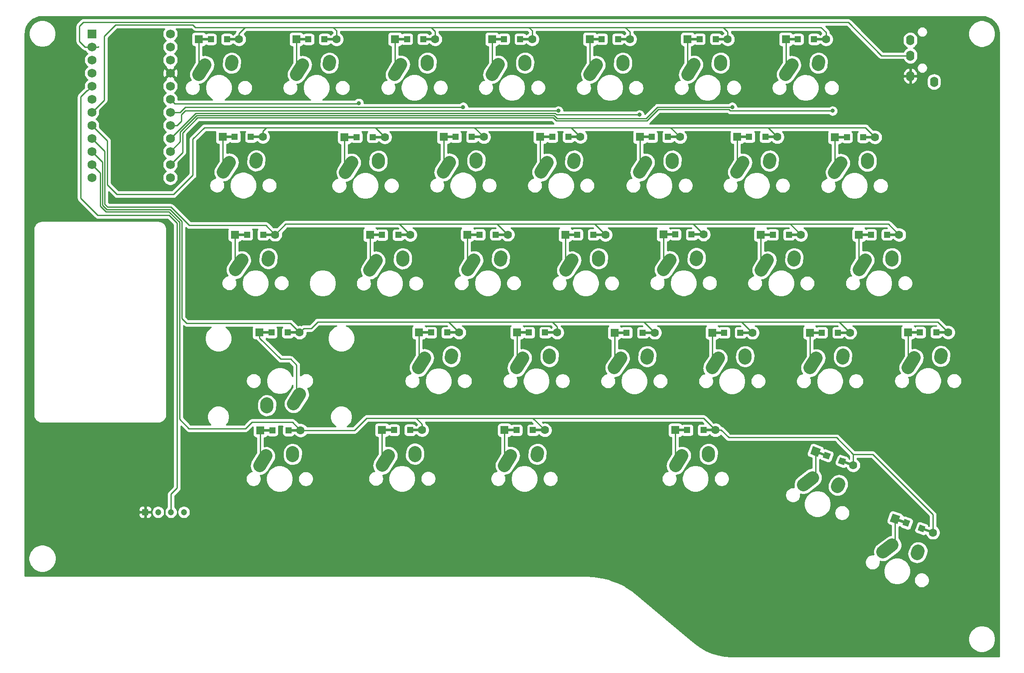
<source format=gbr>
G04 #@! TF.GenerationSoftware,KiCad,Pcbnew,(5.1.5)-3*
G04 #@! TF.CreationDate,2020-05-03T23:18:02-07:00*
G04 #@! TF.ProjectId,left,6c656674-2e6b-4696-9361-645f70636258,rev?*
G04 #@! TF.SameCoordinates,Original*
G04 #@! TF.FileFunction,Copper,L1,Top*
G04 #@! TF.FilePolarity,Positive*
%FSLAX46Y46*%
G04 Gerber Fmt 4.6, Leading zero omitted, Abs format (unit mm)*
G04 Created by KiCad (PCBNEW (5.1.5)-3) date 2020-05-03 23:18:02*
%MOMM*%
%LPD*%
G04 APERTURE LIST*
%ADD10R,1.200000X1.200000*%
%ADD11R,1.600000X1.600000*%
%ADD12C,1.600000*%
%ADD13R,2.500000X0.500000*%
%ADD14C,0.100000*%
%ADD15C,1.200000*%
%ADD16C,2.500000*%
%ADD17O,1.600000X2.000000*%
%ADD18R,1.752600X1.752600*%
%ADD19C,1.752600*%
%ADD20C,0.800000*%
%ADD21C,0.250000*%
%ADD22C,0.254000*%
G04 APERTURE END LIST*
D10*
X68150000Y-29825000D03*
X65000000Y-29825000D03*
D11*
X62675000Y-29825000D03*
D12*
X70475000Y-29825000D03*
D13*
X63875000Y-29825000D03*
X69275000Y-29825000D03*
X88200000Y-29825000D03*
X82800000Y-29825000D03*
D12*
X89400000Y-29825000D03*
D11*
X81600000Y-29825000D03*
D10*
X83925000Y-29825000D03*
X87075000Y-29825000D03*
X106250000Y-29800000D03*
X103100000Y-29800000D03*
D11*
X100775000Y-29800000D03*
D12*
X108575000Y-29800000D03*
D13*
X101975000Y-29800000D03*
X107375000Y-29800000D03*
D10*
X72775000Y-48800000D03*
X69625000Y-48800000D03*
D11*
X67300000Y-48800000D03*
D12*
X75100000Y-48800000D03*
D13*
X68500000Y-48800000D03*
X73900000Y-48800000D03*
X76300000Y-67800000D03*
X70900000Y-67800000D03*
D12*
X77500000Y-67800000D03*
D11*
X69700000Y-67800000D03*
D10*
X72025000Y-67800000D03*
X75175000Y-67800000D03*
D13*
X81050000Y-86825000D03*
X75650000Y-86825000D03*
D12*
X82250000Y-86825000D03*
D11*
X74450000Y-86825000D03*
D10*
X76775000Y-86825000D03*
X79925000Y-86825000D03*
X80100000Y-105850000D03*
X76950000Y-105850000D03*
D11*
X74625000Y-105850000D03*
D12*
X82425000Y-105850000D03*
D13*
X75825000Y-105850000D03*
X81225000Y-105850000D03*
X97575000Y-48850000D03*
X92175000Y-48850000D03*
D12*
X98775000Y-48850000D03*
D11*
X90975000Y-48850000D03*
D10*
X93300000Y-48850000D03*
X96450000Y-48850000D03*
X101400000Y-67850000D03*
X98250000Y-67850000D03*
D11*
X95925000Y-67850000D03*
D12*
X103725000Y-67850000D03*
D13*
X97125000Y-67850000D03*
X102525000Y-67850000D03*
D10*
X110900000Y-86825000D03*
X107750000Y-86825000D03*
D11*
X105425000Y-86825000D03*
D12*
X113225000Y-86825000D03*
D13*
X106625000Y-86825000D03*
X112025000Y-86825000D03*
X104825000Y-105775000D03*
X99425000Y-105775000D03*
D12*
X106025000Y-105775000D03*
D11*
X98225000Y-105775000D03*
D10*
X100550000Y-105775000D03*
X103700000Y-105775000D03*
D13*
X116825000Y-48825000D03*
X111425000Y-48825000D03*
D12*
X118025000Y-48825000D03*
D11*
X110225000Y-48825000D03*
D10*
X112550000Y-48825000D03*
X115700000Y-48825000D03*
X120325000Y-67800000D03*
X117175000Y-67800000D03*
D11*
X114850000Y-67800000D03*
D12*
X122650000Y-67800000D03*
D13*
X116050000Y-67800000D03*
X121450000Y-67800000D03*
X131050000Y-86825000D03*
X125650000Y-86825000D03*
D12*
X132250000Y-86825000D03*
D11*
X124450000Y-86825000D03*
D10*
X126775000Y-86825000D03*
X129925000Y-86825000D03*
X127525000Y-105800000D03*
X124375000Y-105800000D03*
D11*
X122050000Y-105800000D03*
D12*
X129850000Y-105800000D03*
D13*
X123250000Y-105800000D03*
X128650000Y-105800000D03*
D10*
X125075000Y-29800000D03*
X121925000Y-29800000D03*
D11*
X119600000Y-29800000D03*
D12*
X127400000Y-29800000D03*
D13*
X120800000Y-29800000D03*
X126200000Y-29800000D03*
X135575000Y-48800000D03*
X130175000Y-48800000D03*
D12*
X136775000Y-48800000D03*
D11*
X128975000Y-48800000D03*
D10*
X131300000Y-48800000D03*
X134450000Y-48800000D03*
D13*
X140425000Y-67825000D03*
X135025000Y-67825000D03*
D12*
X141625000Y-67825000D03*
D11*
X133825000Y-67825000D03*
D10*
X136150000Y-67825000D03*
X139300000Y-67825000D03*
X148875000Y-86850000D03*
X145725000Y-86850000D03*
D11*
X143400000Y-86850000D03*
D12*
X151200000Y-86850000D03*
D13*
X144600000Y-86850000D03*
X150000000Y-86850000D03*
X161800000Y-105800000D03*
X156400000Y-105800000D03*
D12*
X163000000Y-105800000D03*
D11*
X155200000Y-105800000D03*
D10*
X157525000Y-105800000D03*
X160675000Y-105800000D03*
D13*
X145200000Y-29800000D03*
X139800000Y-29800000D03*
D12*
X146400000Y-29800000D03*
D11*
X138600000Y-29800000D03*
D10*
X140925000Y-29800000D03*
X144075000Y-29800000D03*
X153800000Y-48825000D03*
X150650000Y-48825000D03*
D11*
X148325000Y-48825000D03*
D12*
X156125000Y-48825000D03*
D13*
X149525000Y-48825000D03*
X154925000Y-48825000D03*
D10*
X158350000Y-67775000D03*
X155200000Y-67775000D03*
D11*
X152875000Y-67775000D03*
D12*
X160675000Y-67775000D03*
D13*
X154075000Y-67775000D03*
X159475000Y-67775000D03*
X168975000Y-86850000D03*
X163575000Y-86850000D03*
D12*
X170175000Y-86850000D03*
D11*
X162375000Y-86850000D03*
D10*
X164700000Y-86850000D03*
X167850000Y-86850000D03*
G04 #@! TA.AperFunction,SMDPad,CuDef*
D14*
G36*
X186810988Y-112197285D02*
G01*
X187221413Y-111069654D01*
X188349044Y-111480079D01*
X187938619Y-112607710D01*
X186810988Y-112197285D01*
G37*
G04 #@! TD.AperFunction*
G04 #@! TA.AperFunction,SMDPad,CuDef*
G36*
X183850956Y-111119921D02*
G01*
X184261381Y-109992290D01*
X185389012Y-110402715D01*
X184978587Y-111530346D01*
X183850956Y-111119921D01*
G37*
G04 #@! TD.AperFunction*
G04 #@! TA.AperFunction,ComponentPad*
G36*
X181409829Y-110444259D02*
G01*
X181957061Y-108940751D01*
X183460569Y-109487983D01*
X182913337Y-110991491D01*
X181409829Y-110444259D01*
G37*
G04 #@! TD.AperFunction*
D12*
X189764801Y-112633879D03*
G04 #@! TA.AperFunction,Conductor*
D14*
G36*
X182302709Y-110183944D02*
G01*
X182473719Y-109714098D01*
X184822951Y-110569148D01*
X184651941Y-111038994D01*
X182302709Y-110183944D01*
G37*
G04 #@! TD.AperFunction*
G04 #@! TA.AperFunction,Conductor*
G36*
X187377049Y-112030852D02*
G01*
X187548059Y-111561006D01*
X189897291Y-112416056D01*
X189726281Y-112885902D01*
X187377049Y-112030852D01*
G37*
G04 #@! TD.AperFunction*
D13*
X164200000Y-29800000D03*
X158800000Y-29800000D03*
D12*
X165400000Y-29800000D03*
D11*
X157600000Y-29800000D03*
D10*
X159925000Y-29800000D03*
X163075000Y-29800000D03*
X172700000Y-48825000D03*
X169550000Y-48825000D03*
D11*
X167225000Y-48825000D03*
D12*
X175025000Y-48825000D03*
D13*
X168425000Y-48825000D03*
X173825000Y-48825000D03*
X178400000Y-67825000D03*
X173000000Y-67825000D03*
D12*
X179600000Y-67825000D03*
D11*
X171800000Y-67825000D03*
D10*
X174125000Y-67825000D03*
X177275000Y-67825000D03*
X186800000Y-86850000D03*
X183650000Y-86850000D03*
D11*
X181325000Y-86850000D03*
D12*
X189125000Y-86850000D03*
D13*
X182525000Y-86850000D03*
X187925000Y-86850000D03*
G04 #@! TA.AperFunction,Conductor*
D14*
G36*
X202827049Y-125105852D02*
G01*
X202998059Y-124636006D01*
X205347291Y-125491056D01*
X205176281Y-125960902D01*
X202827049Y-125105852D01*
G37*
G04 #@! TD.AperFunction*
G04 #@! TA.AperFunction,Conductor*
G36*
X197752709Y-123258944D02*
G01*
X197923719Y-122789098D01*
X200272951Y-123644148D01*
X200101941Y-124113994D01*
X197752709Y-123258944D01*
G37*
G04 #@! TD.AperFunction*
D12*
X205214801Y-125708879D03*
G04 #@! TA.AperFunction,ComponentPad*
D14*
G36*
X196859829Y-123519259D02*
G01*
X197407061Y-122015751D01*
X198910569Y-122562983D01*
X198363337Y-124066491D01*
X196859829Y-123519259D01*
G37*
G04 #@! TD.AperFunction*
G04 #@! TA.AperFunction,SMDPad,CuDef*
G36*
X199300956Y-124194921D02*
G01*
X199711381Y-123067290D01*
X200839012Y-123477715D01*
X200428587Y-124605346D01*
X199300956Y-124194921D01*
G37*
G04 #@! TD.AperFunction*
G04 #@! TA.AperFunction,SMDPad,CuDef*
G36*
X202260988Y-125272285D02*
G01*
X202671413Y-124144654D01*
X203799044Y-124555079D01*
X203388619Y-125682710D01*
X202260988Y-125272285D01*
G37*
G04 #@! TD.AperFunction*
D10*
X182150000Y-29825000D03*
X179000000Y-29825000D03*
D11*
X176675000Y-29825000D03*
D12*
X184475000Y-29825000D03*
D13*
X177875000Y-29825000D03*
X183275000Y-29825000D03*
D10*
X191675000Y-48875000D03*
X188525000Y-48875000D03*
D11*
X186200000Y-48875000D03*
D12*
X194000000Y-48875000D03*
D13*
X187400000Y-48875000D03*
X192800000Y-48875000D03*
D10*
X196350000Y-67825000D03*
X193200000Y-67825000D03*
D11*
X190875000Y-67825000D03*
D12*
X198675000Y-67825000D03*
D13*
X192075000Y-67825000D03*
X197475000Y-67825000D03*
X207000000Y-86800000D03*
X201600000Y-86800000D03*
D12*
X208200000Y-86800000D03*
D11*
X200400000Y-86800000D03*
D10*
X202725000Y-86800000D03*
X205875000Y-86800000D03*
X52250000Y-121750000D03*
D15*
X54750000Y-121750000D03*
X57250000Y-121750000D03*
X59750000Y-121750000D03*
D16*
X63874462Y-34781185D02*
X62665538Y-36678815D01*
X69064724Y-34170672D02*
X69025276Y-34749328D01*
X88039724Y-34170672D02*
X88000276Y-34749328D01*
X82849462Y-34781185D02*
X81640538Y-36678815D01*
X101874462Y-34756185D02*
X100665538Y-36653815D01*
X107064724Y-34145672D02*
X107025276Y-34724328D01*
X68624462Y-53756185D02*
X67415538Y-55653815D01*
X73814724Y-53145672D02*
X73775276Y-53724328D01*
X70999462Y-72756185D02*
X69790538Y-74653815D01*
X76189724Y-72145672D02*
X76150276Y-72724328D01*
X81050538Y-100693815D02*
X82259462Y-98796185D01*
X75860276Y-101304328D02*
X75899724Y-100725672D01*
X75699462Y-110806185D02*
X74490538Y-112703815D01*
X80889724Y-110195672D02*
X80850276Y-110774328D01*
X92349462Y-53806185D02*
X91140538Y-55703815D01*
X97539724Y-53195672D02*
X97500276Y-53774328D01*
X97099462Y-72806185D02*
X95890538Y-74703815D01*
X102289724Y-72195672D02*
X102250276Y-72774328D01*
X106549462Y-91781185D02*
X105340538Y-93678815D01*
X111739724Y-91170672D02*
X111700276Y-91749328D01*
X104664724Y-110145672D02*
X104625276Y-110724328D01*
X99474462Y-110756185D02*
X98265538Y-112653815D01*
X111349462Y-53756185D02*
X110140538Y-55653815D01*
X116539724Y-53145672D02*
X116500276Y-53724328D01*
X121314724Y-72145672D02*
X121275276Y-72724328D01*
X116124462Y-72756185D02*
X114915538Y-74653815D01*
X130764724Y-91170672D02*
X130725276Y-91749328D01*
X125574462Y-91781185D02*
X124365538Y-93678815D01*
X128414724Y-110170672D02*
X128375276Y-110749328D01*
X123224462Y-110781185D02*
X122015538Y-112678815D01*
X126014724Y-34145672D02*
X125975276Y-34724328D01*
X120824462Y-34756185D02*
X119615538Y-36653815D01*
X130349462Y-53781185D02*
X129140538Y-55678815D01*
X135539724Y-53170672D02*
X135500276Y-53749328D01*
X140339724Y-72170672D02*
X140300276Y-72749328D01*
X135149462Y-72781185D02*
X133940538Y-74678815D01*
X144574462Y-91806185D02*
X143365538Y-93703815D01*
X149764724Y-91195672D02*
X149725276Y-91774328D01*
X156474462Y-110781185D02*
X155265538Y-112678815D01*
X161664724Y-110170672D02*
X161625276Y-110749328D01*
X145039724Y-34170672D02*
X145000276Y-34749328D01*
X139849462Y-34781185D02*
X138640538Y-36678815D01*
X154639724Y-53170672D02*
X154600276Y-53749328D01*
X149449462Y-53781185D02*
X148240538Y-55678815D01*
X159339724Y-72120672D02*
X159300276Y-72699328D01*
X154149462Y-72731185D02*
X152940538Y-74628815D01*
X168764724Y-91195672D02*
X168725276Y-91774328D01*
X163574462Y-91806185D02*
X162365538Y-93703815D01*
X181862734Y-115044149D02*
X180077688Y-116413863D01*
X186948793Y-116245629D02*
X186713811Y-116775897D01*
X164014724Y-34145672D02*
X163975276Y-34724328D01*
X158824462Y-34756185D02*
X157615538Y-36653815D01*
X173539724Y-53170672D02*
X173500276Y-53749328D01*
X168349462Y-53781185D02*
X167140538Y-55678815D01*
X173099462Y-72781185D02*
X171890538Y-74678815D01*
X178289724Y-72170672D02*
X178250276Y-72749328D01*
X182574462Y-91806185D02*
X181365538Y-93703815D01*
X187764724Y-91195672D02*
X187725276Y-91774328D01*
X202398793Y-129320629D02*
X202163811Y-129850897D01*
X197312734Y-128119149D02*
X195527688Y-129488863D01*
X177849462Y-34781185D02*
X176640538Y-36678815D01*
X183039724Y-34170672D02*
X183000276Y-34749328D01*
X187349462Y-53831185D02*
X186140538Y-55728815D01*
X192539724Y-53220672D02*
X192500276Y-53799328D01*
X192099462Y-72756185D02*
X190890538Y-74653815D01*
X197289724Y-72145672D02*
X197250276Y-72724328D01*
X206814724Y-91145672D02*
X206775276Y-91724328D01*
X201624462Y-91756185D02*
X200415538Y-93653815D01*
D17*
X205450000Y-38100000D03*
X200850000Y-37000000D03*
X200850000Y-30000000D03*
X200850000Y-33000000D03*
D18*
X41880000Y-28780000D03*
D19*
X41880000Y-31320000D03*
X41880000Y-33860000D03*
X41880000Y-36400000D03*
X41880000Y-38940000D03*
X41880000Y-41480000D03*
X41880000Y-44020000D03*
X41880000Y-46560000D03*
X41880000Y-49100000D03*
X41880000Y-51640000D03*
X41880000Y-54180000D03*
X57120000Y-56720000D03*
X57120000Y-54180000D03*
X57120000Y-51640000D03*
X57120000Y-49100000D03*
X57120000Y-46560000D03*
X57120000Y-44020000D03*
X57120000Y-41480000D03*
X57120000Y-38940000D03*
X57120000Y-36400000D03*
X57120000Y-33860000D03*
X57120000Y-31320000D03*
X41880000Y-56720000D03*
X57120000Y-28780000D03*
D20*
X93750000Y-42250000D03*
X114000000Y-43000000D03*
X132500000Y-43750000D03*
X148250000Y-44500000D03*
X166250000Y-43000000D03*
X185750000Y-43750000D03*
D21*
X70475000Y-28693630D02*
X71668630Y-27500000D01*
X70475000Y-29825000D02*
X70475000Y-28693630D01*
X71668630Y-27500000D02*
X88750000Y-27500000D01*
X89400000Y-28150000D02*
X89400000Y-29825000D01*
X88750000Y-27500000D02*
X89400000Y-28150000D01*
X108575000Y-28325000D02*
X108575000Y-29800000D01*
X88750000Y-27500000D02*
X107750000Y-27500000D01*
X107750000Y-27500000D02*
X108575000Y-28325000D01*
X107750000Y-27500000D02*
X126750000Y-27500000D01*
X127400000Y-28150000D02*
X127400000Y-29800000D01*
X126750000Y-27500000D02*
X127400000Y-28150000D01*
X126750000Y-27500000D02*
X145500000Y-27500000D01*
X146400000Y-28400000D02*
X146400000Y-29800000D01*
X145500000Y-27500000D02*
X146400000Y-28400000D01*
X145500000Y-27500000D02*
X164500000Y-27500000D01*
X165400000Y-28400000D02*
X165400000Y-29800000D01*
X164500000Y-27500000D02*
X165400000Y-28400000D01*
X164500000Y-27500000D02*
X183500000Y-27500000D01*
X184475000Y-28475000D02*
X184475000Y-29825000D01*
X183500000Y-27500000D02*
X184475000Y-28475000D01*
X71668630Y-27500000D02*
X62000000Y-27500000D01*
X62000000Y-27500000D02*
X61500000Y-27000000D01*
X61500000Y-27000000D02*
X46500000Y-27000000D01*
X46500000Y-27000000D02*
X44250000Y-29250000D01*
X44250000Y-41650000D02*
X41880000Y-44020000D01*
X44250000Y-29250000D02*
X44250000Y-41650000D01*
X62675000Y-35135000D02*
X63270000Y-35730000D01*
X62675000Y-29825000D02*
X62675000Y-35135000D01*
X81600000Y-35085000D02*
X82245000Y-35730000D01*
X81600000Y-29825000D02*
X81600000Y-35085000D01*
X100775000Y-35210000D02*
X101270000Y-35705000D01*
X100775000Y-29800000D02*
X100775000Y-35210000D01*
X75100000Y-47668630D02*
X75768630Y-47000000D01*
X75100000Y-48800000D02*
X75100000Y-47668630D01*
X192125000Y-47000000D02*
X194000000Y-48875000D01*
X154300000Y-47000000D02*
X146250000Y-47000000D01*
X156125000Y-48825000D02*
X154300000Y-47000000D01*
X136775000Y-48800000D02*
X134975000Y-47000000D01*
X134975000Y-47000000D02*
X128500000Y-47000000D01*
X128500000Y-47000000D02*
X146250000Y-47000000D01*
X116200000Y-47000000D02*
X110500000Y-47000000D01*
X118025000Y-48825000D02*
X116200000Y-47000000D01*
X110500000Y-47000000D02*
X128500000Y-47000000D01*
X96925000Y-47000000D02*
X91250000Y-47000000D01*
X98775000Y-48850000D02*
X96925000Y-47000000D01*
X91250000Y-47000000D02*
X110500000Y-47000000D01*
X41880000Y-46560000D02*
X44850030Y-49530030D01*
X44850030Y-49530030D02*
X44850030Y-58100030D01*
X44850030Y-58100030D02*
X46750000Y-60000000D01*
X46750000Y-60000000D02*
X57750000Y-60000000D01*
X57750000Y-60000000D02*
X61500000Y-56250000D01*
X61500000Y-56250000D02*
X61500000Y-49250000D01*
X61500000Y-49250000D02*
X63750000Y-47000000D01*
X63750000Y-47000000D02*
X76000000Y-47000000D01*
X75768630Y-47000000D02*
X76000000Y-47000000D01*
X76000000Y-47000000D02*
X91250000Y-47000000D01*
X146250000Y-47000000D02*
X172750000Y-47000000D01*
X173200000Y-47000000D02*
X172750000Y-47000000D01*
X175025000Y-48825000D02*
X173200000Y-47000000D01*
X172750000Y-47000000D02*
X192125000Y-47000000D01*
X67300000Y-53985000D02*
X68020000Y-54705000D01*
X67300000Y-48800000D02*
X67300000Y-53985000D01*
X77500000Y-67800000D02*
X79550000Y-65750000D01*
X196600000Y-65750000D02*
X198675000Y-67825000D01*
X177525000Y-65750000D02*
X177500000Y-65750000D01*
X179600000Y-67825000D02*
X177525000Y-65750000D01*
X177500000Y-65750000D02*
X196600000Y-65750000D01*
X160675000Y-67775000D02*
X158650000Y-65750000D01*
X158650000Y-65750000D02*
X151750000Y-65750000D01*
X151750000Y-65750000D02*
X177500000Y-65750000D01*
X139550000Y-65750000D02*
X133250000Y-65750000D01*
X141625000Y-67825000D02*
X139550000Y-65750000D01*
X133250000Y-65750000D02*
X151750000Y-65750000D01*
X120600000Y-65750000D02*
X112000000Y-65750000D01*
X122650000Y-67800000D02*
X120600000Y-65750000D01*
X112000000Y-65750000D02*
X133250000Y-65750000D01*
X101625000Y-65750000D02*
X95000000Y-65750000D01*
X103725000Y-67850000D02*
X101625000Y-65750000D01*
X79550000Y-65750000D02*
X95000000Y-65750000D01*
X95000000Y-65750000D02*
X112000000Y-65750000D01*
X75700000Y-66000000D02*
X77500000Y-67800000D01*
X44400020Y-51620020D02*
X44400020Y-61877200D01*
X41880000Y-49100000D02*
X44400020Y-51620020D01*
X60795640Y-66000000D02*
X75700000Y-66000000D01*
X44972780Y-62449960D02*
X57245601Y-62449961D01*
X44400020Y-61877200D02*
X44972780Y-62449960D01*
X57245601Y-62449961D02*
X60795640Y-66000000D01*
X69700000Y-73010000D02*
X70395000Y-73705000D01*
X69700000Y-67800000D02*
X69700000Y-73010000D01*
X83049999Y-86025001D02*
X84474999Y-86025001D01*
X82250000Y-86825000D02*
X83049999Y-86025001D01*
X84474999Y-86025001D02*
X85750000Y-84750000D01*
X206150000Y-84750000D02*
X208200000Y-86800000D01*
X187025000Y-84750000D02*
X180500000Y-84750000D01*
X189125000Y-86850000D02*
X187025000Y-84750000D01*
X180500000Y-84750000D02*
X206150000Y-84750000D01*
X168075000Y-84750000D02*
X161750000Y-84750000D01*
X170175000Y-86850000D02*
X168075000Y-84750000D01*
X161750000Y-84750000D02*
X180500000Y-84750000D01*
X149100000Y-84750000D02*
X142250000Y-84750000D01*
X151200000Y-86850000D02*
X149100000Y-84750000D01*
X142250000Y-84750000D02*
X161750000Y-84750000D01*
X131306370Y-84750000D02*
X124500000Y-84750000D01*
X132250000Y-86825000D02*
X132250000Y-85693630D01*
X132250000Y-85693630D02*
X131306370Y-84750000D01*
X124500000Y-84750000D02*
X142250000Y-84750000D01*
X111150000Y-84750000D02*
X105000000Y-84750000D01*
X113225000Y-86825000D02*
X111150000Y-84750000D01*
X85750000Y-84750000D02*
X105000000Y-84750000D01*
X105000000Y-84750000D02*
X124500000Y-84750000D01*
X59350030Y-84100030D02*
X60250000Y-85000000D01*
X80425000Y-85000000D02*
X82250000Y-86825000D01*
X59350030Y-65190800D02*
X59350030Y-84100030D01*
X43950010Y-53710010D02*
X43950010Y-62063600D01*
X41880000Y-51640000D02*
X43950010Y-53710010D01*
X60250000Y-85000000D02*
X80425000Y-85000000D01*
X44786380Y-62899970D02*
X57059200Y-62899970D01*
X43950010Y-62063600D02*
X44786380Y-62899970D01*
X57059200Y-62899970D02*
X59350030Y-65190800D01*
X74450000Y-87875000D02*
X78575000Y-92000000D01*
X74450000Y-86825000D02*
X74450000Y-87875000D01*
X78575000Y-92000000D02*
X80500000Y-92000000D01*
X81655000Y-93155000D02*
X81655000Y-99745000D01*
X80500000Y-92000000D02*
X81655000Y-93155000D01*
X82425000Y-105850000D02*
X92900000Y-105850000D01*
X92900000Y-105850000D02*
X95250000Y-103500000D01*
X160700000Y-103500000D02*
X163000000Y-105800000D01*
X164131370Y-105800000D02*
X165581370Y-107250000D01*
X163000000Y-105800000D02*
X164131370Y-105800000D01*
X181750000Y-107250000D02*
X186500000Y-107250000D01*
X181750000Y-107250000D02*
X184380922Y-107250000D01*
X165581370Y-107250000D02*
X181750000Y-107250000D01*
X189764801Y-110514801D02*
X189764801Y-112633879D01*
X186500000Y-107250000D02*
X189764801Y-110514801D01*
X189764801Y-110514801D02*
X193514801Y-110514801D01*
X205214801Y-122214801D02*
X205214801Y-125708879D01*
X193514801Y-110514801D02*
X205214801Y-122214801D01*
X104881370Y-103500000D02*
X102750000Y-103500000D01*
X106025000Y-104643630D02*
X104881370Y-103500000D01*
X106025000Y-105775000D02*
X106025000Y-104643630D01*
X95250000Y-103500000D02*
X102750000Y-103500000D01*
X127550000Y-103500000D02*
X122750000Y-103500000D01*
X129850000Y-105800000D02*
X127550000Y-103500000D01*
X102750000Y-103500000D02*
X122750000Y-103500000D01*
X122750000Y-103500000D02*
X160700000Y-103500000D01*
X58900020Y-103150020D02*
X58900020Y-103650020D01*
X58900020Y-65377200D02*
X58900020Y-103150020D01*
X58900020Y-103650020D02*
X60750000Y-105500000D01*
X60750000Y-105500000D02*
X71750000Y-105500000D01*
X71750000Y-105500000D02*
X73000000Y-104250000D01*
X80825000Y-104250000D02*
X82425000Y-105850000D01*
X73000000Y-104250000D02*
X80825000Y-104250000D01*
X56872800Y-63349980D02*
X57011410Y-63488590D01*
X44599980Y-63349980D02*
X56872800Y-63349980D01*
X57011410Y-63488590D02*
X58900020Y-65377200D01*
X56872801Y-63349981D02*
X57011410Y-63488590D01*
X43500000Y-55800000D02*
X43500000Y-62250000D01*
X41880000Y-54180000D02*
X43500000Y-55800000D01*
X43500000Y-62250000D02*
X44599980Y-63349980D01*
X74625000Y-111285000D02*
X75095000Y-111755000D01*
X74625000Y-105850000D02*
X74625000Y-111285000D01*
X90975000Y-53985000D02*
X91745000Y-54755000D01*
X90975000Y-48850000D02*
X90975000Y-53985000D01*
X95925000Y-73185000D02*
X96495000Y-73755000D01*
X95925000Y-67850000D02*
X95925000Y-73185000D01*
X105425000Y-92210000D02*
X105945000Y-92730000D01*
X105425000Y-86825000D02*
X105425000Y-92210000D01*
X98225000Y-111060000D02*
X98870000Y-111705000D01*
X98225000Y-105775000D02*
X98225000Y-111060000D01*
X110225000Y-54185000D02*
X110745000Y-54705000D01*
X110225000Y-48825000D02*
X110225000Y-54185000D01*
X114850000Y-73035000D02*
X115520000Y-73705000D01*
X114850000Y-67800000D02*
X114850000Y-73035000D01*
X124450000Y-92210000D02*
X124970000Y-92730000D01*
X124450000Y-86825000D02*
X124450000Y-92210000D01*
X122050000Y-111160000D02*
X122620000Y-111730000D01*
X122050000Y-105800000D02*
X122050000Y-111160000D01*
X119600000Y-35085000D02*
X120220000Y-35705000D01*
X119600000Y-29800000D02*
X119600000Y-35085000D01*
X128975000Y-53960000D02*
X129745000Y-54730000D01*
X128975000Y-48800000D02*
X128975000Y-53960000D01*
X133825000Y-73010000D02*
X134545000Y-73730000D01*
X133825000Y-67825000D02*
X133825000Y-73010000D01*
X143400000Y-92185000D02*
X143970000Y-92755000D01*
X143400000Y-86850000D02*
X143400000Y-92185000D01*
X155200000Y-111060000D02*
X155870000Y-111730000D01*
X155200000Y-105800000D02*
X155200000Y-111060000D01*
X138600000Y-35085000D02*
X139245000Y-35730000D01*
X138600000Y-29800000D02*
X138600000Y-35085000D01*
X148325000Y-54210000D02*
X148845000Y-54730000D01*
X148325000Y-48825000D02*
X148325000Y-54210000D01*
X152875000Y-73010000D02*
X153545000Y-73680000D01*
X152875000Y-67775000D02*
X152875000Y-73010000D01*
X162375000Y-92160000D02*
X162970000Y-92755000D01*
X162375000Y-86850000D02*
X162375000Y-92160000D01*
X182435199Y-114264018D02*
X180970211Y-115729006D01*
X182435199Y-109966121D02*
X182435199Y-114264018D01*
X157600000Y-35085000D02*
X158220000Y-35705000D01*
X157600000Y-29800000D02*
X157600000Y-35085000D01*
X167225000Y-54210000D02*
X167745000Y-54730000D01*
X167225000Y-48825000D02*
X167225000Y-54210000D01*
X171800000Y-73035000D02*
X172495000Y-73730000D01*
X171800000Y-67825000D02*
X171800000Y-73035000D01*
X181325000Y-92110000D02*
X181970000Y-92755000D01*
X181325000Y-86850000D02*
X181325000Y-92110000D01*
X197885199Y-127339018D02*
X196420211Y-128804006D01*
X197885199Y-123041121D02*
X197885199Y-127339018D01*
X176675000Y-35160000D02*
X177245000Y-35730000D01*
X176675000Y-29825000D02*
X176675000Y-35160000D01*
X186200000Y-54235000D02*
X186745000Y-54780000D01*
X186200000Y-48875000D02*
X186200000Y-54235000D01*
X190875000Y-73085000D02*
X191495000Y-73705000D01*
X190875000Y-67825000D02*
X190875000Y-73085000D01*
X200400000Y-92085000D02*
X201020000Y-92705000D01*
X200400000Y-86800000D02*
X200400000Y-92085000D01*
X57120000Y-41480000D02*
X57996299Y-42356299D01*
X57996299Y-42356299D02*
X93643701Y-42356299D01*
X93643701Y-42356299D02*
X93750000Y-42250000D01*
X57120000Y-44020000D02*
X59036309Y-44020000D01*
X59036309Y-44020000D02*
X60056309Y-43000000D01*
X60056309Y-43000000D02*
X114000000Y-43000000D01*
X58440000Y-46560000D02*
X57120000Y-46560000D01*
X132500000Y-43750000D02*
X132475001Y-43725001D01*
X59250000Y-44500000D02*
X59250000Y-45750000D01*
X60024999Y-43725001D02*
X59250000Y-44500000D01*
X132475001Y-43725001D02*
X60024999Y-43725001D01*
X59250000Y-45750000D02*
X58440000Y-46560000D01*
X57120000Y-49100000D02*
X62044989Y-44175011D01*
X131852009Y-44175011D02*
X132176998Y-44500000D01*
X62044989Y-44175011D02*
X131852009Y-44175011D01*
X132176998Y-44500000D02*
X145250000Y-44500000D01*
X145250000Y-44500000D02*
X148250000Y-44500000D01*
X57120000Y-51640000D02*
X59000000Y-49760000D01*
X59000000Y-49760000D02*
X59000000Y-47856410D01*
X59000000Y-47856410D02*
X62231389Y-44625021D01*
X132265589Y-45225001D02*
X149524999Y-45225001D01*
X62231389Y-44625021D02*
X131665609Y-44625021D01*
X131665609Y-44625021D02*
X132265589Y-45225001D01*
X149524999Y-45225001D02*
X151750000Y-43000000D01*
X151750000Y-43000000D02*
X166250000Y-43000000D01*
X185725001Y-43725001D02*
X185750000Y-43750000D01*
X165901999Y-43725001D02*
X185725001Y-43725001D01*
X151936400Y-43450010D02*
X165627008Y-43450010D01*
X57120000Y-54180000D02*
X59500000Y-51800000D01*
X59500000Y-51800000D02*
X59500000Y-48000000D01*
X62424969Y-45075031D02*
X131479209Y-45075031D01*
X59500000Y-48000000D02*
X62424969Y-45075031D01*
X165627008Y-43450010D02*
X165901999Y-43725001D01*
X132079189Y-45675011D02*
X149711400Y-45675010D01*
X149711400Y-45675010D02*
X151936400Y-43450010D01*
X131479209Y-45075031D02*
X132079189Y-45675011D01*
X43119275Y-31320000D02*
X43189275Y-31250000D01*
X41880000Y-31320000D02*
X43119275Y-31320000D01*
X41880000Y-31320000D02*
X40570000Y-31320000D01*
X40570000Y-31320000D02*
X39500000Y-30250000D01*
X39500000Y-30250000D02*
X39500000Y-27250000D01*
X40200010Y-26549990D02*
X188799990Y-26549990D01*
X39500000Y-27250000D02*
X40200010Y-26549990D01*
X188799990Y-26549990D02*
X195250000Y-33000000D01*
X195250000Y-33000000D02*
X200850000Y-33000000D01*
X57250000Y-118250000D02*
X57250000Y-121750000D01*
X58450010Y-65563600D02*
X58450010Y-117049990D01*
X43000000Y-64000000D02*
X56886410Y-64000000D01*
X41003701Y-39816299D02*
X40933701Y-39816299D01*
X41880000Y-38940000D02*
X41003701Y-39816299D01*
X39750000Y-60750000D02*
X43000000Y-64000000D01*
X58450010Y-117049990D02*
X57250000Y-118250000D01*
X40933701Y-39816299D02*
X39750000Y-41000000D01*
X56886410Y-64000000D02*
X58450010Y-65563600D01*
X39750000Y-41000000D02*
X39750000Y-60750000D01*
D22*
G36*
X215402035Y-25456458D02*
G01*
X216029227Y-25645819D01*
X216607695Y-25953396D01*
X217115407Y-26367475D01*
X217533021Y-26872283D01*
X217844632Y-27448595D01*
X218038366Y-28074450D01*
X218110000Y-28755996D01*
X218110001Y-149770000D01*
X166076839Y-149770000D01*
X164791409Y-149694757D01*
X163541979Y-149473325D01*
X162326915Y-149107631D01*
X161162826Y-148602679D01*
X160065105Y-147965072D01*
X159064593Y-147217955D01*
X157780503Y-146140475D01*
X212115000Y-146140475D01*
X212115000Y-146659525D01*
X212216261Y-147168601D01*
X212414893Y-147648141D01*
X212703262Y-148079715D01*
X213070285Y-148446738D01*
X213501859Y-148735107D01*
X213981399Y-148933739D01*
X214490475Y-149035000D01*
X215009525Y-149035000D01*
X215518601Y-148933739D01*
X215998141Y-148735107D01*
X216429715Y-148446738D01*
X216796738Y-148079715D01*
X217085107Y-147648141D01*
X217283739Y-147168601D01*
X217385000Y-146659525D01*
X217385000Y-146140475D01*
X217283739Y-145631399D01*
X217085107Y-145151859D01*
X216796738Y-144720285D01*
X216429715Y-144353262D01*
X215998141Y-144064893D01*
X215518601Y-143866261D01*
X215009525Y-143765000D01*
X214490475Y-143765000D01*
X213981399Y-143866261D01*
X213501859Y-144064893D01*
X213070285Y-144353262D01*
X212703262Y-144720285D01*
X212414893Y-145151859D01*
X212216261Y-145631399D01*
X212115000Y-146140475D01*
X157780503Y-146140475D01*
X147779118Y-137748317D01*
X147768511Y-137741061D01*
X146830595Y-137016157D01*
X146820268Y-137008993D01*
X146810412Y-137001181D01*
X146782618Y-136982469D01*
X145479753Y-136154051D01*
X145465655Y-136146075D01*
X145451990Y-136137369D01*
X145422419Y-136121613D01*
X144041301Y-135431508D01*
X144026470Y-135425028D01*
X144011970Y-135417767D01*
X143980936Y-135405134D01*
X142536197Y-134860654D01*
X142520760Y-134855727D01*
X142505609Y-134850002D01*
X142473489Y-134840640D01*
X142473442Y-134840625D01*
X142473419Y-134840620D01*
X140980386Y-134447537D01*
X140964534Y-134444225D01*
X140948865Y-134440085D01*
X140915911Y-134434066D01*
X140915904Y-134434065D01*
X140915901Y-134434065D01*
X139390351Y-134196534D01*
X139374224Y-134194868D01*
X139358231Y-134192363D01*
X139324825Y-134189763D01*
X137797862Y-134111074D01*
X137781433Y-134109456D01*
X28915000Y-134109458D01*
X28915000Y-130485551D01*
X29595000Y-130485551D01*
X29595000Y-131014449D01*
X29698183Y-131533186D01*
X29900583Y-132021825D01*
X30194424Y-132461588D01*
X30568412Y-132835576D01*
X31008175Y-133129417D01*
X31496814Y-133331817D01*
X32015551Y-133435000D01*
X32544449Y-133435000D01*
X33063186Y-133331817D01*
X33551825Y-133129417D01*
X33991588Y-132835576D01*
X34365576Y-132461588D01*
X34659417Y-132021825D01*
X34861817Y-131533186D01*
X34900007Y-131341190D01*
X192015461Y-131341190D01*
X192015461Y-131633886D01*
X192072563Y-131920959D01*
X192184573Y-132191376D01*
X192347187Y-132434744D01*
X192554155Y-132641712D01*
X192797523Y-132804326D01*
X193067940Y-132916336D01*
X193355013Y-132973438D01*
X193647709Y-132973438D01*
X193684720Y-132966076D01*
X195646100Y-132966076D01*
X195646100Y-133483924D01*
X195747127Y-133991822D01*
X195945299Y-134470251D01*
X196233000Y-134900826D01*
X196599174Y-135267000D01*
X197029749Y-135554701D01*
X197508178Y-135752873D01*
X198016076Y-135853900D01*
X198533924Y-135853900D01*
X199041822Y-135752873D01*
X199520251Y-135554701D01*
X199950826Y-135267000D01*
X200317000Y-134900826D01*
X200373602Y-134816114D01*
X201562739Y-134816114D01*
X201562739Y-135108810D01*
X201619841Y-135395883D01*
X201731851Y-135666300D01*
X201894465Y-135909668D01*
X202101433Y-136116636D01*
X202344801Y-136279250D01*
X202615218Y-136391260D01*
X202902291Y-136448362D01*
X203194987Y-136448362D01*
X203482060Y-136391260D01*
X203752477Y-136279250D01*
X203995845Y-136116636D01*
X204202813Y-135909668D01*
X204365427Y-135666300D01*
X204477437Y-135395883D01*
X204534539Y-135108810D01*
X204534539Y-134816114D01*
X204477437Y-134529041D01*
X204365427Y-134258624D01*
X204202813Y-134015256D01*
X203995845Y-133808288D01*
X203752477Y-133645674D01*
X203482060Y-133533664D01*
X203194987Y-133476562D01*
X202902291Y-133476562D01*
X202615218Y-133533664D01*
X202344801Y-133645674D01*
X202101433Y-133808288D01*
X201894465Y-134015256D01*
X201731851Y-134258624D01*
X201619841Y-134529041D01*
X201562739Y-134816114D01*
X200373602Y-134816114D01*
X200604701Y-134470251D01*
X200802873Y-133991822D01*
X200903900Y-133483924D01*
X200903900Y-132966076D01*
X200802873Y-132458178D01*
X200604701Y-131979749D01*
X200317000Y-131549174D01*
X199950826Y-131183000D01*
X199520251Y-130895299D01*
X199041822Y-130697127D01*
X198533924Y-130596100D01*
X198016076Y-130596100D01*
X197508178Y-130697127D01*
X197029749Y-130895299D01*
X196599174Y-131183000D01*
X196233000Y-131549174D01*
X195945299Y-131979749D01*
X195747127Y-132458178D01*
X195646100Y-132966076D01*
X193684720Y-132966076D01*
X193934782Y-132916336D01*
X194205199Y-132804326D01*
X194448567Y-132641712D01*
X194655535Y-132434744D01*
X194818149Y-132191376D01*
X194930159Y-131920959D01*
X194987261Y-131633886D01*
X194987261Y-131341190D01*
X194978339Y-131296334D01*
X195280456Y-131366778D01*
X195651569Y-131378927D01*
X196017922Y-131318442D01*
X196365436Y-131187647D01*
X196601741Y-131040703D01*
X198212634Y-129804621D01*
X200270257Y-129804621D01*
X200297613Y-130174924D01*
X200396686Y-130532775D01*
X200563669Y-130864422D01*
X200792144Y-131157120D01*
X201073332Y-131399620D01*
X201396426Y-131582604D01*
X201749010Y-131699039D01*
X202117535Y-131744451D01*
X202487838Y-131717095D01*
X202845689Y-131618022D01*
X203177336Y-131451039D01*
X203470034Y-131222564D01*
X203712534Y-130941376D01*
X203849665Y-130699244D01*
X204159677Y-129999662D01*
X204246935Y-129735431D01*
X204292347Y-129366906D01*
X204264991Y-128996602D01*
X204165918Y-128638751D01*
X203998936Y-128307104D01*
X203770460Y-128014406D01*
X203489272Y-127771905D01*
X203166178Y-127588922D01*
X202813594Y-127472487D01*
X202445069Y-127427074D01*
X202074766Y-127454431D01*
X201716915Y-127553504D01*
X201385269Y-127720486D01*
X201092570Y-127948962D01*
X200850070Y-128230150D01*
X200712939Y-128472281D01*
X200402927Y-129171864D01*
X200315669Y-129436096D01*
X200270257Y-129804621D01*
X198212634Y-129804621D01*
X198533711Y-129558250D01*
X198736808Y-129368030D01*
X198953089Y-129066210D01*
X199106333Y-128727994D01*
X199190649Y-128366382D01*
X199202798Y-127995269D01*
X199142313Y-127628915D01*
X199011518Y-127281401D01*
X198815440Y-126966082D01*
X198645199Y-126784318D01*
X198645199Y-124637558D01*
X198740635Y-124581061D01*
X198773944Y-124551201D01*
X198786386Y-124572219D01*
X198869880Y-124665357D01*
X198969941Y-124740416D01*
X199082722Y-124794512D01*
X200210353Y-125204937D01*
X200331521Y-125235992D01*
X200456419Y-125242811D01*
X200580247Y-125225132D01*
X200698247Y-125183636D01*
X200805885Y-125119916D01*
X200899023Y-125036422D01*
X200974082Y-124936361D01*
X201028178Y-124823580D01*
X201438603Y-123695949D01*
X201469658Y-123574781D01*
X201476477Y-123449883D01*
X201458798Y-123326055D01*
X201417302Y-123208055D01*
X201353582Y-123100417D01*
X201270088Y-123007279D01*
X201170027Y-122932220D01*
X201057246Y-122878124D01*
X199929615Y-122467699D01*
X199808447Y-122436644D01*
X199683549Y-122429825D01*
X199559721Y-122447504D01*
X199536678Y-122455607D01*
X199530355Y-122411322D01*
X199488859Y-122293322D01*
X199425139Y-122185685D01*
X199341644Y-122092547D01*
X199241584Y-122017488D01*
X199128802Y-121963391D01*
X197625294Y-121416159D01*
X197504127Y-121385105D01*
X197379229Y-121378286D01*
X197255400Y-121395965D01*
X197137400Y-121437461D01*
X197029763Y-121501181D01*
X196936625Y-121584676D01*
X196861566Y-121684736D01*
X196807469Y-121797518D01*
X196260237Y-123301026D01*
X196229183Y-123422193D01*
X196222364Y-123547091D01*
X196240043Y-123670920D01*
X196281539Y-123788920D01*
X196345259Y-123896557D01*
X196428754Y-123989695D01*
X196528814Y-124064754D01*
X196641596Y-124118851D01*
X197125199Y-124294868D01*
X197125200Y-126239594D01*
X196822498Y-126289570D01*
X196474985Y-126420365D01*
X196238680Y-126567309D01*
X194306711Y-128049762D01*
X194103614Y-128239983D01*
X193887333Y-128541803D01*
X193734089Y-128880019D01*
X193649773Y-129241631D01*
X193637624Y-129612744D01*
X193698109Y-129979097D01*
X193711358Y-130014298D01*
X193647709Y-130001638D01*
X193355013Y-130001638D01*
X193067940Y-130058740D01*
X192797523Y-130170750D01*
X192554155Y-130333364D01*
X192347187Y-130540332D01*
X192184573Y-130783700D01*
X192072563Y-131054117D01*
X192015461Y-131341190D01*
X34900007Y-131341190D01*
X34965000Y-131014449D01*
X34965000Y-130485551D01*
X34861817Y-129966814D01*
X34659417Y-129478175D01*
X34365576Y-129038412D01*
X33991588Y-128664424D01*
X33551825Y-128370583D01*
X33063186Y-128168183D01*
X32544449Y-128065000D01*
X32015551Y-128065000D01*
X31496814Y-128168183D01*
X31008175Y-128370583D01*
X30568412Y-128664424D01*
X30194424Y-129038412D01*
X29900583Y-129478175D01*
X29698183Y-129966814D01*
X29595000Y-130485551D01*
X28915000Y-130485551D01*
X28915000Y-122350000D01*
X51011928Y-122350000D01*
X51024188Y-122474482D01*
X51060498Y-122594180D01*
X51119463Y-122704494D01*
X51198815Y-122801185D01*
X51295506Y-122880537D01*
X51405820Y-122939502D01*
X51525518Y-122975812D01*
X51650000Y-122988072D01*
X51964250Y-122985000D01*
X52123000Y-122826250D01*
X52123000Y-121877000D01*
X52377000Y-121877000D01*
X52377000Y-122826250D01*
X52535750Y-122985000D01*
X52850000Y-122988072D01*
X52974482Y-122975812D01*
X53094180Y-122939502D01*
X53204494Y-122880537D01*
X53301185Y-122801185D01*
X53380537Y-122704494D01*
X53439502Y-122594180D01*
X53475812Y-122474482D01*
X53488072Y-122350000D01*
X53485000Y-122035750D01*
X53326250Y-121877000D01*
X52377000Y-121877000D01*
X52123000Y-121877000D01*
X51173750Y-121877000D01*
X51015000Y-122035750D01*
X51011928Y-122350000D01*
X28915000Y-122350000D01*
X28915000Y-121628363D01*
X53515000Y-121628363D01*
X53515000Y-121871637D01*
X53562460Y-122110236D01*
X53655557Y-122334992D01*
X53790713Y-122537267D01*
X53962733Y-122709287D01*
X54165008Y-122844443D01*
X54389764Y-122937540D01*
X54628363Y-122985000D01*
X54871637Y-122985000D01*
X55110236Y-122937540D01*
X55334992Y-122844443D01*
X55537267Y-122709287D01*
X55709287Y-122537267D01*
X55844443Y-122334992D01*
X55937540Y-122110236D01*
X55985000Y-121871637D01*
X55985000Y-121628363D01*
X55937540Y-121389764D01*
X55844443Y-121165008D01*
X55709287Y-120962733D01*
X55537267Y-120790713D01*
X55334992Y-120655557D01*
X55110236Y-120562460D01*
X54871637Y-120515000D01*
X54628363Y-120515000D01*
X54389764Y-120562460D01*
X54165008Y-120655557D01*
X53962733Y-120790713D01*
X53790713Y-120962733D01*
X53655557Y-121165008D01*
X53562460Y-121389764D01*
X53515000Y-121628363D01*
X28915000Y-121628363D01*
X28915000Y-121150000D01*
X51011928Y-121150000D01*
X51015000Y-121464250D01*
X51173750Y-121623000D01*
X52123000Y-121623000D01*
X52123000Y-120673750D01*
X52377000Y-120673750D01*
X52377000Y-121623000D01*
X53326250Y-121623000D01*
X53485000Y-121464250D01*
X53488072Y-121150000D01*
X53475812Y-121025518D01*
X53439502Y-120905820D01*
X53380537Y-120795506D01*
X53301185Y-120698815D01*
X53204494Y-120619463D01*
X53094180Y-120560498D01*
X52974482Y-120524188D01*
X52850000Y-120511928D01*
X52535750Y-120515000D01*
X52377000Y-120673750D01*
X52123000Y-120673750D01*
X51964250Y-120515000D01*
X51650000Y-120511928D01*
X51525518Y-120524188D01*
X51405820Y-120560498D01*
X51295506Y-120619463D01*
X51198815Y-120698815D01*
X51119463Y-120795506D01*
X51060498Y-120905820D01*
X51024188Y-121025518D01*
X51011928Y-121150000D01*
X28915000Y-121150000D01*
X28915000Y-66760023D01*
X30548000Y-66760023D01*
X30548001Y-102822890D01*
X30550701Y-102850302D01*
X30550658Y-102856444D01*
X30551530Y-102865337D01*
X30571931Y-103059434D01*
X30583592Y-103116238D01*
X30594463Y-103173232D01*
X30597047Y-103181787D01*
X30654759Y-103368224D01*
X30677226Y-103421670D01*
X30698966Y-103475480D01*
X30703161Y-103483370D01*
X30795986Y-103655047D01*
X30828408Y-103703114D01*
X30860186Y-103751677D01*
X30865834Y-103758601D01*
X30990238Y-103908979D01*
X31031380Y-103949835D01*
X31071981Y-103991296D01*
X31078867Y-103996991D01*
X31230109Y-104120341D01*
X31278400Y-104152425D01*
X31326286Y-104185214D01*
X31334147Y-104189464D01*
X31506469Y-104281089D01*
X31560125Y-104303204D01*
X31613413Y-104326044D01*
X31621950Y-104328687D01*
X31808786Y-104385096D01*
X31865685Y-104396362D01*
X31922425Y-104408423D01*
X31931312Y-104409356D01*
X32125546Y-104428401D01*
X32125548Y-104428401D01*
X32156566Y-104431456D01*
X54789434Y-104431456D01*
X54816856Y-104428755D01*
X54822988Y-104428798D01*
X54831881Y-104427926D01*
X55025978Y-104407525D01*
X55082782Y-104395864D01*
X55139776Y-104384993D01*
X55148331Y-104382409D01*
X55334768Y-104324697D01*
X55388214Y-104302230D01*
X55442024Y-104280490D01*
X55449914Y-104276295D01*
X55621591Y-104183470D01*
X55669658Y-104151048D01*
X55718221Y-104119270D01*
X55725145Y-104113622D01*
X55875523Y-103989218D01*
X55916379Y-103948076D01*
X55957840Y-103907475D01*
X55963535Y-103900589D01*
X56086885Y-103749347D01*
X56118969Y-103701056D01*
X56151758Y-103653170D01*
X56156008Y-103645309D01*
X56247633Y-103472987D01*
X56269748Y-103419331D01*
X56292588Y-103366043D01*
X56295231Y-103357506D01*
X56351640Y-103170670D01*
X56362906Y-103113771D01*
X56374967Y-103057031D01*
X56375900Y-103048144D01*
X56394945Y-102853910D01*
X56394945Y-102853908D01*
X56398000Y-102822890D01*
X56398000Y-66760022D01*
X56395299Y-66732600D01*
X56395342Y-66726468D01*
X56394470Y-66717575D01*
X56374069Y-66523478D01*
X56362408Y-66466674D01*
X56351537Y-66409680D01*
X56348953Y-66401125D01*
X56291241Y-66214687D01*
X56268774Y-66161241D01*
X56247034Y-66107431D01*
X56242839Y-66099541D01*
X56150014Y-65927865D01*
X56117592Y-65879798D01*
X56085814Y-65831235D01*
X56080165Y-65824310D01*
X55955762Y-65673933D01*
X55914620Y-65633077D01*
X55874019Y-65591616D01*
X55867133Y-65585921D01*
X55715891Y-65462571D01*
X55667600Y-65430487D01*
X55619714Y-65397698D01*
X55611854Y-65393448D01*
X55439531Y-65301823D01*
X55385904Y-65279720D01*
X55332587Y-65256868D01*
X55324050Y-65254225D01*
X55137214Y-65197816D01*
X55080302Y-65186548D01*
X55023575Y-65174489D01*
X55014687Y-65173555D01*
X54820454Y-65154511D01*
X54820452Y-65154511D01*
X54789434Y-65151456D01*
X32156566Y-65151456D01*
X32129144Y-65154157D01*
X32123012Y-65154114D01*
X32114119Y-65154986D01*
X31920022Y-65175387D01*
X31863218Y-65187048D01*
X31806224Y-65197919D01*
X31797669Y-65200503D01*
X31611231Y-65258215D01*
X31557785Y-65280682D01*
X31503975Y-65302422D01*
X31496085Y-65306617D01*
X31324409Y-65399442D01*
X31276342Y-65431864D01*
X31227779Y-65463642D01*
X31220854Y-65469291D01*
X31070477Y-65593694D01*
X31029621Y-65634836D01*
X30988160Y-65675437D01*
X30982465Y-65682323D01*
X30859115Y-65833565D01*
X30827031Y-65881856D01*
X30794242Y-65929742D01*
X30789992Y-65937602D01*
X30698367Y-66109925D01*
X30676264Y-66163552D01*
X30653412Y-66216869D01*
X30650769Y-66225406D01*
X30594360Y-66412242D01*
X30583092Y-66469154D01*
X30571033Y-66525881D01*
X30570099Y-66534769D01*
X30551055Y-66729002D01*
X30548000Y-66760023D01*
X28915000Y-66760023D01*
X28915000Y-28780763D01*
X28943462Y-28490475D01*
X29645000Y-28490475D01*
X29645000Y-29009525D01*
X29746261Y-29518601D01*
X29944893Y-29998141D01*
X30233262Y-30429715D01*
X30600285Y-30796738D01*
X31031859Y-31085107D01*
X31511399Y-31283739D01*
X32020475Y-31385000D01*
X32539525Y-31385000D01*
X33048601Y-31283739D01*
X33528141Y-31085107D01*
X33959715Y-30796738D01*
X34326738Y-30429715D01*
X34615107Y-29998141D01*
X34813739Y-29518601D01*
X34915000Y-29009525D01*
X34915000Y-28490475D01*
X34813739Y-27981399D01*
X34615107Y-27501859D01*
X34446820Y-27250000D01*
X38736324Y-27250000D01*
X38740001Y-27287332D01*
X38740000Y-30212677D01*
X38736324Y-30250000D01*
X38740000Y-30287322D01*
X38740000Y-30287332D01*
X38750997Y-30398985D01*
X38789582Y-30526185D01*
X38794454Y-30542246D01*
X38865026Y-30674276D01*
X38898250Y-30714759D01*
X38959999Y-30790001D01*
X38989002Y-30813804D01*
X40006201Y-31831003D01*
X40029999Y-31860001D01*
X40058997Y-31883799D01*
X40145724Y-31954974D01*
X40277753Y-32025546D01*
X40421014Y-32069003D01*
X40570000Y-32083677D01*
X40572484Y-32083432D01*
X40706096Y-32283398D01*
X40916602Y-32493904D01*
X41060420Y-32590000D01*
X40916602Y-32686096D01*
X40706096Y-32896602D01*
X40540703Y-33144131D01*
X40426778Y-33419170D01*
X40368700Y-33711150D01*
X40368700Y-34008850D01*
X40426778Y-34300830D01*
X40540703Y-34575869D01*
X40706096Y-34823398D01*
X40916602Y-35033904D01*
X41060420Y-35130000D01*
X40916602Y-35226096D01*
X40706096Y-35436602D01*
X40540703Y-35684131D01*
X40426778Y-35959170D01*
X40368700Y-36251150D01*
X40368700Y-36548850D01*
X40426778Y-36840830D01*
X40540703Y-37115869D01*
X40706096Y-37363398D01*
X40916602Y-37573904D01*
X41060420Y-37670000D01*
X40916602Y-37766096D01*
X40706096Y-37976602D01*
X40540703Y-38224131D01*
X40426778Y-38499170D01*
X40368700Y-38791150D01*
X40368700Y-39088850D01*
X40404261Y-39267630D01*
X40393700Y-39276298D01*
X40369902Y-39305296D01*
X39239003Y-40436196D01*
X39209999Y-40459999D01*
X39181069Y-40495251D01*
X39115026Y-40575724D01*
X39044455Y-40707753D01*
X39044454Y-40707754D01*
X39000997Y-40851015D01*
X38990000Y-40962668D01*
X38990000Y-40962678D01*
X38986324Y-41000000D01*
X38990000Y-41037322D01*
X38990001Y-60712667D01*
X38986324Y-60750000D01*
X39000998Y-60898985D01*
X39044454Y-61042246D01*
X39115026Y-61174276D01*
X39170792Y-61242226D01*
X39210000Y-61290001D01*
X39238998Y-61313799D01*
X42436200Y-64511002D01*
X42459999Y-64540001D01*
X42488997Y-64563799D01*
X42575723Y-64634974D01*
X42707753Y-64705546D01*
X42851014Y-64749003D01*
X42962667Y-64760000D01*
X42962676Y-64760000D01*
X42999999Y-64763676D01*
X43037322Y-64760000D01*
X56571609Y-64760000D01*
X57690010Y-65878402D01*
X57690011Y-116735186D01*
X56739002Y-117686197D01*
X56709999Y-117709999D01*
X56674814Y-117752873D01*
X56615026Y-117825724D01*
X56608498Y-117837937D01*
X56544454Y-117957754D01*
X56500997Y-118101015D01*
X56490000Y-118212668D01*
X56490000Y-118212678D01*
X56486324Y-118250000D01*
X56490000Y-118287323D01*
X56490001Y-120772493D01*
X56462733Y-120790713D01*
X56290713Y-120962733D01*
X56155557Y-121165008D01*
X56062460Y-121389764D01*
X56015000Y-121628363D01*
X56015000Y-121871637D01*
X56062460Y-122110236D01*
X56155557Y-122334992D01*
X56290713Y-122537267D01*
X56462733Y-122709287D01*
X56665008Y-122844443D01*
X56889764Y-122937540D01*
X57128363Y-122985000D01*
X57371637Y-122985000D01*
X57610236Y-122937540D01*
X57834992Y-122844443D01*
X58037267Y-122709287D01*
X58209287Y-122537267D01*
X58344443Y-122334992D01*
X58437540Y-122110236D01*
X58485000Y-121871637D01*
X58485000Y-121628363D01*
X58515000Y-121628363D01*
X58515000Y-121871637D01*
X58562460Y-122110236D01*
X58655557Y-122334992D01*
X58790713Y-122537267D01*
X58962733Y-122709287D01*
X59165008Y-122844443D01*
X59389764Y-122937540D01*
X59628363Y-122985000D01*
X59871637Y-122985000D01*
X60110236Y-122937540D01*
X60334992Y-122844443D01*
X60537267Y-122709287D01*
X60709287Y-122537267D01*
X60844443Y-122334992D01*
X60937540Y-122110236D01*
X60985000Y-121871637D01*
X60985000Y-121628363D01*
X60937540Y-121389764D01*
X60844443Y-121165008D01*
X60709287Y-120962733D01*
X60537267Y-120790713D01*
X60334992Y-120655557D01*
X60110236Y-120562460D01*
X59871637Y-120515000D01*
X59628363Y-120515000D01*
X59389764Y-120562460D01*
X59165008Y-120655557D01*
X58962733Y-120790713D01*
X58790713Y-120962733D01*
X58655557Y-121165008D01*
X58562460Y-121389764D01*
X58515000Y-121628363D01*
X58485000Y-121628363D01*
X58437540Y-121389764D01*
X58344443Y-121165008D01*
X58209287Y-120962733D01*
X58037267Y-120790713D01*
X58010000Y-120772494D01*
X58010000Y-118564801D01*
X58308611Y-118266190D01*
X176565461Y-118266190D01*
X176565461Y-118558886D01*
X176622563Y-118845959D01*
X176734573Y-119116376D01*
X176897187Y-119359744D01*
X177104155Y-119566712D01*
X177347523Y-119729326D01*
X177617940Y-119841336D01*
X177905013Y-119898438D01*
X178197709Y-119898438D01*
X178234720Y-119891076D01*
X180196100Y-119891076D01*
X180196100Y-120408924D01*
X180297127Y-120916822D01*
X180495299Y-121395251D01*
X180783000Y-121825826D01*
X181149174Y-122192000D01*
X181579749Y-122479701D01*
X182058178Y-122677873D01*
X182566076Y-122778900D01*
X183083924Y-122778900D01*
X183591822Y-122677873D01*
X184070251Y-122479701D01*
X184500826Y-122192000D01*
X184867000Y-121825826D01*
X184923602Y-121741114D01*
X186112739Y-121741114D01*
X186112739Y-122033810D01*
X186169841Y-122320883D01*
X186281851Y-122591300D01*
X186444465Y-122834668D01*
X186651433Y-123041636D01*
X186894801Y-123204250D01*
X187165218Y-123316260D01*
X187452291Y-123373362D01*
X187744987Y-123373362D01*
X188032060Y-123316260D01*
X188302477Y-123204250D01*
X188545845Y-123041636D01*
X188752813Y-122834668D01*
X188915427Y-122591300D01*
X189027437Y-122320883D01*
X189084539Y-122033810D01*
X189084539Y-121741114D01*
X189027437Y-121454041D01*
X188915427Y-121183624D01*
X188752813Y-120940256D01*
X188545845Y-120733288D01*
X188302477Y-120570674D01*
X188032060Y-120458664D01*
X187744987Y-120401562D01*
X187452291Y-120401562D01*
X187165218Y-120458664D01*
X186894801Y-120570674D01*
X186651433Y-120733288D01*
X186444465Y-120940256D01*
X186281851Y-121183624D01*
X186169841Y-121454041D01*
X186112739Y-121741114D01*
X184923602Y-121741114D01*
X185154701Y-121395251D01*
X185352873Y-120916822D01*
X185453900Y-120408924D01*
X185453900Y-119891076D01*
X185352873Y-119383178D01*
X185154701Y-118904749D01*
X184867000Y-118474174D01*
X184500826Y-118108000D01*
X184070251Y-117820299D01*
X183591822Y-117622127D01*
X183083924Y-117521100D01*
X182566076Y-117521100D01*
X182058178Y-117622127D01*
X181579749Y-117820299D01*
X181149174Y-118108000D01*
X180783000Y-118474174D01*
X180495299Y-118904749D01*
X180297127Y-119383178D01*
X180196100Y-119891076D01*
X178234720Y-119891076D01*
X178484782Y-119841336D01*
X178755199Y-119729326D01*
X178998567Y-119566712D01*
X179205535Y-119359744D01*
X179368149Y-119116376D01*
X179480159Y-118845959D01*
X179537261Y-118558886D01*
X179537261Y-118266190D01*
X179528339Y-118221334D01*
X179830456Y-118291778D01*
X180201569Y-118303927D01*
X180567922Y-118243442D01*
X180915436Y-118112647D01*
X181151741Y-117965703D01*
X182762634Y-116729621D01*
X184820257Y-116729621D01*
X184847613Y-117099924D01*
X184946686Y-117457775D01*
X185113669Y-117789422D01*
X185342144Y-118082120D01*
X185623332Y-118324620D01*
X185946426Y-118507604D01*
X186299010Y-118624039D01*
X186667535Y-118669451D01*
X187037838Y-118642095D01*
X187395689Y-118543022D01*
X187727336Y-118376039D01*
X188020034Y-118147564D01*
X188262534Y-117866376D01*
X188399665Y-117624244D01*
X188709677Y-116924662D01*
X188796935Y-116660431D01*
X188842347Y-116291906D01*
X188814991Y-115921602D01*
X188715918Y-115563751D01*
X188548936Y-115232104D01*
X188320460Y-114939406D01*
X188039272Y-114696905D01*
X187716178Y-114513922D01*
X187363594Y-114397487D01*
X186995069Y-114352074D01*
X186624766Y-114379431D01*
X186266915Y-114478504D01*
X185935269Y-114645486D01*
X185642570Y-114873962D01*
X185400070Y-115155150D01*
X185262939Y-115397281D01*
X184952927Y-116096864D01*
X184865669Y-116361096D01*
X184820257Y-116729621D01*
X182762634Y-116729621D01*
X183083711Y-116483250D01*
X183286808Y-116293030D01*
X183503089Y-115991210D01*
X183656333Y-115652994D01*
X183740649Y-115291382D01*
X183752798Y-114920269D01*
X183692313Y-114553915D01*
X183561518Y-114206401D01*
X183365440Y-113891082D01*
X183195199Y-113709318D01*
X183195199Y-111562558D01*
X183290635Y-111506061D01*
X183323944Y-111476201D01*
X183336386Y-111497219D01*
X183419880Y-111590357D01*
X183519941Y-111665416D01*
X183632722Y-111719512D01*
X184760353Y-112129937D01*
X184881521Y-112160992D01*
X185006419Y-112167811D01*
X185130247Y-112150132D01*
X185248247Y-112108636D01*
X185355885Y-112044916D01*
X185449023Y-111961422D01*
X185524082Y-111861361D01*
X185578178Y-111748580D01*
X185988603Y-110620949D01*
X186019658Y-110499781D01*
X186026477Y-110374883D01*
X186008798Y-110251055D01*
X185967302Y-110133055D01*
X185903582Y-110025417D01*
X185820088Y-109932279D01*
X185720027Y-109857220D01*
X185607246Y-109803124D01*
X184479615Y-109392699D01*
X184358447Y-109361644D01*
X184233549Y-109354825D01*
X184109721Y-109372504D01*
X184086678Y-109380607D01*
X184080355Y-109336322D01*
X184038859Y-109218322D01*
X183975139Y-109110685D01*
X183891644Y-109017547D01*
X183791584Y-108942488D01*
X183678802Y-108888391D01*
X182175294Y-108341159D01*
X182054127Y-108310105D01*
X181929229Y-108303286D01*
X181805400Y-108320965D01*
X181687400Y-108362461D01*
X181579763Y-108426181D01*
X181486625Y-108509676D01*
X181411566Y-108609736D01*
X181357469Y-108722518D01*
X180810237Y-110226026D01*
X180779183Y-110347193D01*
X180772364Y-110472091D01*
X180790043Y-110595920D01*
X180831539Y-110713920D01*
X180895259Y-110821557D01*
X180978754Y-110914695D01*
X181078814Y-110989754D01*
X181191596Y-111043851D01*
X181675199Y-111219868D01*
X181675200Y-113164594D01*
X181372498Y-113214570D01*
X181024985Y-113345365D01*
X180788680Y-113492309D01*
X178856711Y-114974762D01*
X178653614Y-115164983D01*
X178437333Y-115466803D01*
X178284089Y-115805019D01*
X178199773Y-116166631D01*
X178187624Y-116537744D01*
X178248109Y-116904097D01*
X178261358Y-116939298D01*
X178197709Y-116926638D01*
X177905013Y-116926638D01*
X177617940Y-116983740D01*
X177347523Y-117095750D01*
X177104155Y-117258364D01*
X176897187Y-117465332D01*
X176734573Y-117708700D01*
X176622563Y-117979117D01*
X176565461Y-118266190D01*
X58308611Y-118266190D01*
X58961018Y-117613785D01*
X58990011Y-117589991D01*
X59013805Y-117560998D01*
X59013809Y-117560994D01*
X59084983Y-117474267D01*
X59089759Y-117465332D01*
X59155556Y-117342237D01*
X59199013Y-117198976D01*
X59210010Y-117087323D01*
X59210010Y-117087314D01*
X59213686Y-117049991D01*
X59210010Y-117012668D01*
X59210010Y-105034811D01*
X60186201Y-106011003D01*
X60209999Y-106040001D01*
X60325724Y-106134974D01*
X60457753Y-106205546D01*
X60601014Y-106249003D01*
X60712667Y-106260000D01*
X60712677Y-106260000D01*
X60750000Y-106263676D01*
X60787323Y-106260000D01*
X71712678Y-106260000D01*
X71750000Y-106263676D01*
X71787322Y-106260000D01*
X71787333Y-106260000D01*
X71898986Y-106249003D01*
X72042247Y-106205546D01*
X72174276Y-106134974D01*
X72290001Y-106040001D01*
X72313804Y-106010997D01*
X73186928Y-105137874D01*
X73186928Y-106650000D01*
X73199188Y-106774482D01*
X73235498Y-106894180D01*
X73294463Y-107004494D01*
X73373815Y-107101185D01*
X73470506Y-107180537D01*
X73580820Y-107239502D01*
X73700518Y-107275812D01*
X73825000Y-107288072D01*
X73865000Y-107288072D01*
X73865001Y-110177428D01*
X72850993Y-111769101D01*
X72725204Y-112017314D01*
X72625194Y-112374904D01*
X72596869Y-112745135D01*
X72641317Y-113113777D01*
X72756828Y-113466664D01*
X72938966Y-113790237D01*
X72965054Y-113820647D01*
X72836579Y-113846202D01*
X72566162Y-113958212D01*
X72322794Y-114120826D01*
X72115826Y-114327794D01*
X71953212Y-114571162D01*
X71841202Y-114841579D01*
X71784100Y-115128652D01*
X71784100Y-115421348D01*
X71841202Y-115708421D01*
X71953212Y-115978838D01*
X72115826Y-116222206D01*
X72322794Y-116429174D01*
X72566162Y-116591788D01*
X72836579Y-116703798D01*
X73123652Y-116760900D01*
X73416348Y-116760900D01*
X73703421Y-116703798D01*
X73973838Y-116591788D01*
X74217206Y-116429174D01*
X74424174Y-116222206D01*
X74586788Y-115978838D01*
X74698798Y-115708421D01*
X74755900Y-115421348D01*
X74755900Y-115128652D01*
X74733508Y-115016076D01*
X75721100Y-115016076D01*
X75721100Y-115533924D01*
X75822127Y-116041822D01*
X76020299Y-116520251D01*
X76308000Y-116950826D01*
X76674174Y-117317000D01*
X77104749Y-117604701D01*
X77583178Y-117802873D01*
X78091076Y-117903900D01*
X78608924Y-117903900D01*
X79116822Y-117802873D01*
X79595251Y-117604701D01*
X80025826Y-117317000D01*
X80392000Y-116950826D01*
X80679701Y-116520251D01*
X80877873Y-116041822D01*
X80978900Y-115533924D01*
X80978900Y-115128652D01*
X81944100Y-115128652D01*
X81944100Y-115421348D01*
X82001202Y-115708421D01*
X82113212Y-115978838D01*
X82275826Y-116222206D01*
X82482794Y-116429174D01*
X82726162Y-116591788D01*
X82996579Y-116703798D01*
X83283652Y-116760900D01*
X83576348Y-116760900D01*
X83863421Y-116703798D01*
X84133838Y-116591788D01*
X84377206Y-116429174D01*
X84584174Y-116222206D01*
X84746788Y-115978838D01*
X84858798Y-115708421D01*
X84915900Y-115421348D01*
X84915900Y-115128652D01*
X84905955Y-115078652D01*
X95559100Y-115078652D01*
X95559100Y-115371348D01*
X95616202Y-115658421D01*
X95728212Y-115928838D01*
X95890826Y-116172206D01*
X96097794Y-116379174D01*
X96341162Y-116541788D01*
X96611579Y-116653798D01*
X96898652Y-116710900D01*
X97191348Y-116710900D01*
X97478421Y-116653798D01*
X97748838Y-116541788D01*
X97992206Y-116379174D01*
X98199174Y-116172206D01*
X98361788Y-115928838D01*
X98473798Y-115658421D01*
X98530900Y-115371348D01*
X98530900Y-115078652D01*
X98508508Y-114966076D01*
X99496100Y-114966076D01*
X99496100Y-115483924D01*
X99597127Y-115991822D01*
X99795299Y-116470251D01*
X100083000Y-116900826D01*
X100449174Y-117267000D01*
X100879749Y-117554701D01*
X101358178Y-117752873D01*
X101866076Y-117853900D01*
X102383924Y-117853900D01*
X102891822Y-117752873D01*
X103370251Y-117554701D01*
X103800826Y-117267000D01*
X104167000Y-116900826D01*
X104454701Y-116470251D01*
X104652873Y-115991822D01*
X104753900Y-115483924D01*
X104753900Y-115078652D01*
X105719100Y-115078652D01*
X105719100Y-115371348D01*
X105776202Y-115658421D01*
X105888212Y-115928838D01*
X106050826Y-116172206D01*
X106257794Y-116379174D01*
X106501162Y-116541788D01*
X106771579Y-116653798D01*
X107058652Y-116710900D01*
X107351348Y-116710900D01*
X107638421Y-116653798D01*
X107908838Y-116541788D01*
X108152206Y-116379174D01*
X108359174Y-116172206D01*
X108521788Y-115928838D01*
X108633798Y-115658421D01*
X108690900Y-115371348D01*
X108690900Y-115103652D01*
X119309100Y-115103652D01*
X119309100Y-115396348D01*
X119366202Y-115683421D01*
X119478212Y-115953838D01*
X119640826Y-116197206D01*
X119847794Y-116404174D01*
X120091162Y-116566788D01*
X120361579Y-116678798D01*
X120648652Y-116735900D01*
X120941348Y-116735900D01*
X121228421Y-116678798D01*
X121498838Y-116566788D01*
X121742206Y-116404174D01*
X121949174Y-116197206D01*
X122111788Y-115953838D01*
X122223798Y-115683421D01*
X122280900Y-115396348D01*
X122280900Y-115103652D01*
X122258508Y-114991076D01*
X123246100Y-114991076D01*
X123246100Y-115508924D01*
X123347127Y-116016822D01*
X123545299Y-116495251D01*
X123833000Y-116925826D01*
X124199174Y-117292000D01*
X124629749Y-117579701D01*
X125108178Y-117777873D01*
X125616076Y-117878900D01*
X126133924Y-117878900D01*
X126641822Y-117777873D01*
X127120251Y-117579701D01*
X127550826Y-117292000D01*
X127917000Y-116925826D01*
X128204701Y-116495251D01*
X128402873Y-116016822D01*
X128503900Y-115508924D01*
X128503900Y-115103652D01*
X129469100Y-115103652D01*
X129469100Y-115396348D01*
X129526202Y-115683421D01*
X129638212Y-115953838D01*
X129800826Y-116197206D01*
X130007794Y-116404174D01*
X130251162Y-116566788D01*
X130521579Y-116678798D01*
X130808652Y-116735900D01*
X131101348Y-116735900D01*
X131388421Y-116678798D01*
X131658838Y-116566788D01*
X131902206Y-116404174D01*
X132109174Y-116197206D01*
X132271788Y-115953838D01*
X132383798Y-115683421D01*
X132440900Y-115396348D01*
X132440900Y-115103652D01*
X152559100Y-115103652D01*
X152559100Y-115396348D01*
X152616202Y-115683421D01*
X152728212Y-115953838D01*
X152890826Y-116197206D01*
X153097794Y-116404174D01*
X153341162Y-116566788D01*
X153611579Y-116678798D01*
X153898652Y-116735900D01*
X154191348Y-116735900D01*
X154478421Y-116678798D01*
X154748838Y-116566788D01*
X154992206Y-116404174D01*
X155199174Y-116197206D01*
X155361788Y-115953838D01*
X155473798Y-115683421D01*
X155530900Y-115396348D01*
X155530900Y-115103652D01*
X155508508Y-114991076D01*
X156496100Y-114991076D01*
X156496100Y-115508924D01*
X156597127Y-116016822D01*
X156795299Y-116495251D01*
X157083000Y-116925826D01*
X157449174Y-117292000D01*
X157879749Y-117579701D01*
X158358178Y-117777873D01*
X158866076Y-117878900D01*
X159383924Y-117878900D01*
X159891822Y-117777873D01*
X160370251Y-117579701D01*
X160800826Y-117292000D01*
X161167000Y-116925826D01*
X161454701Y-116495251D01*
X161652873Y-116016822D01*
X161753900Y-115508924D01*
X161753900Y-115103652D01*
X162719100Y-115103652D01*
X162719100Y-115396348D01*
X162776202Y-115683421D01*
X162888212Y-115953838D01*
X163050826Y-116197206D01*
X163257794Y-116404174D01*
X163501162Y-116566788D01*
X163771579Y-116678798D01*
X164058652Y-116735900D01*
X164351348Y-116735900D01*
X164638421Y-116678798D01*
X164908838Y-116566788D01*
X165152206Y-116404174D01*
X165359174Y-116197206D01*
X165521788Y-115953838D01*
X165633798Y-115683421D01*
X165690900Y-115396348D01*
X165690900Y-115103652D01*
X165633798Y-114816579D01*
X165521788Y-114546162D01*
X165359174Y-114302794D01*
X165152206Y-114095826D01*
X164908838Y-113933212D01*
X164638421Y-113821202D01*
X164351348Y-113764100D01*
X164058652Y-113764100D01*
X163771579Y-113821202D01*
X163501162Y-113933212D01*
X163257794Y-114095826D01*
X163050826Y-114302794D01*
X162888212Y-114546162D01*
X162776202Y-114816579D01*
X162719100Y-115103652D01*
X161753900Y-115103652D01*
X161753900Y-114991076D01*
X161652873Y-114483178D01*
X161454701Y-114004749D01*
X161167000Y-113574174D01*
X160800826Y-113208000D01*
X160370251Y-112920299D01*
X159891822Y-112722127D01*
X159383924Y-112621100D01*
X158866076Y-112621100D01*
X158358178Y-112722127D01*
X157879749Y-112920299D01*
X157449174Y-113208000D01*
X157083000Y-113574174D01*
X156795299Y-114004749D01*
X156597127Y-114483178D01*
X156496100Y-114991076D01*
X155508508Y-114991076D01*
X155473798Y-114816579D01*
X155369559Y-114564924D01*
X155675500Y-114528036D01*
X156028387Y-114412525D01*
X156351960Y-114230387D01*
X156633782Y-113988623D01*
X156805578Y-113769720D01*
X158114006Y-111715900D01*
X158239796Y-111467688D01*
X158339805Y-111110097D01*
X158368131Y-110739866D01*
X158364953Y-110713505D01*
X159738344Y-110713505D01*
X159746721Y-110991645D01*
X159830090Y-111353477D01*
X159982448Y-111692092D01*
X160197939Y-111994477D01*
X160468281Y-112249011D01*
X160783087Y-112445915D01*
X161130257Y-112577618D01*
X161496450Y-112639061D01*
X161867593Y-112627883D01*
X162229425Y-112544514D01*
X162568040Y-112392156D01*
X162870425Y-112176665D01*
X163124959Y-111906323D01*
X163321863Y-111591517D01*
X163453566Y-111244347D01*
X163499613Y-110969916D01*
X163551656Y-110206496D01*
X163543279Y-109928355D01*
X163459910Y-109566523D01*
X163307552Y-109227908D01*
X163092061Y-108925523D01*
X162821719Y-108670989D01*
X162506913Y-108474086D01*
X162159743Y-108342382D01*
X161793550Y-108280939D01*
X161422407Y-108292117D01*
X161060575Y-108375486D01*
X160721960Y-108527844D01*
X160419575Y-108743335D01*
X160165041Y-109013677D01*
X159968137Y-109328483D01*
X159836434Y-109675653D01*
X159790387Y-109950084D01*
X159738344Y-110713505D01*
X158364953Y-110713505D01*
X158323683Y-110371223D01*
X158208171Y-110018336D01*
X158026034Y-109694763D01*
X157784270Y-109412942D01*
X157492171Y-109183701D01*
X157160963Y-109015851D01*
X156803373Y-108915842D01*
X156433141Y-108887517D01*
X156064499Y-108931964D01*
X155960000Y-108966170D01*
X155960000Y-107238072D01*
X156000000Y-107238072D01*
X156124482Y-107225812D01*
X156244180Y-107189502D01*
X156354494Y-107130537D01*
X156451185Y-107051185D01*
X156530537Y-106954494D01*
X156551625Y-106915042D01*
X156570506Y-106930537D01*
X156680820Y-106989502D01*
X156800518Y-107025812D01*
X156925000Y-107038072D01*
X158125000Y-107038072D01*
X158249482Y-107025812D01*
X158369180Y-106989502D01*
X158479494Y-106930537D01*
X158576185Y-106851185D01*
X158655537Y-106754494D01*
X158714502Y-106644180D01*
X158750812Y-106524482D01*
X158763072Y-106400000D01*
X158763072Y-105200000D01*
X158750812Y-105075518D01*
X158714502Y-104955820D01*
X158655537Y-104845506D01*
X158576185Y-104748815D01*
X158479494Y-104669463D01*
X158369180Y-104610498D01*
X158249482Y-104574188D01*
X158125000Y-104561928D01*
X156925000Y-104561928D01*
X156800518Y-104574188D01*
X156680820Y-104610498D01*
X156570506Y-104669463D01*
X156551625Y-104684958D01*
X156530537Y-104645506D01*
X156451185Y-104548815D01*
X156354494Y-104469463D01*
X156244180Y-104410498D01*
X156124482Y-104374188D01*
X156000000Y-104361928D01*
X154400000Y-104361928D01*
X154275518Y-104374188D01*
X154155820Y-104410498D01*
X154045506Y-104469463D01*
X153948815Y-104548815D01*
X153869463Y-104645506D01*
X153810498Y-104755820D01*
X153774188Y-104875518D01*
X153761928Y-105000000D01*
X153761928Y-106600000D01*
X153774188Y-106724482D01*
X153810498Y-106844180D01*
X153869463Y-106954494D01*
X153948815Y-107051185D01*
X154045506Y-107130537D01*
X154155820Y-107189502D01*
X154275518Y-107225812D01*
X154400000Y-107238072D01*
X154440000Y-107238072D01*
X154440001Y-110466365D01*
X153625993Y-111744101D01*
X153500204Y-111992314D01*
X153400194Y-112349904D01*
X153371869Y-112720135D01*
X153416317Y-113088777D01*
X153531828Y-113441664D01*
X153713966Y-113765237D01*
X153740054Y-113795647D01*
X153611579Y-113821202D01*
X153341162Y-113933212D01*
X153097794Y-114095826D01*
X152890826Y-114302794D01*
X152728212Y-114546162D01*
X152616202Y-114816579D01*
X152559100Y-115103652D01*
X132440900Y-115103652D01*
X132383798Y-114816579D01*
X132271788Y-114546162D01*
X132109174Y-114302794D01*
X131902206Y-114095826D01*
X131658838Y-113933212D01*
X131388421Y-113821202D01*
X131101348Y-113764100D01*
X130808652Y-113764100D01*
X130521579Y-113821202D01*
X130251162Y-113933212D01*
X130007794Y-114095826D01*
X129800826Y-114302794D01*
X129638212Y-114546162D01*
X129526202Y-114816579D01*
X129469100Y-115103652D01*
X128503900Y-115103652D01*
X128503900Y-114991076D01*
X128402873Y-114483178D01*
X128204701Y-114004749D01*
X127917000Y-113574174D01*
X127550826Y-113208000D01*
X127120251Y-112920299D01*
X126641822Y-112722127D01*
X126133924Y-112621100D01*
X125616076Y-112621100D01*
X125108178Y-112722127D01*
X124629749Y-112920299D01*
X124199174Y-113208000D01*
X123833000Y-113574174D01*
X123545299Y-114004749D01*
X123347127Y-114483178D01*
X123246100Y-114991076D01*
X122258508Y-114991076D01*
X122223798Y-114816579D01*
X122119559Y-114564924D01*
X122425500Y-114528036D01*
X122778387Y-114412525D01*
X123101960Y-114230387D01*
X123383782Y-113988623D01*
X123555578Y-113769720D01*
X124864006Y-111715900D01*
X124989796Y-111467688D01*
X125089805Y-111110097D01*
X125118131Y-110739866D01*
X125114953Y-110713505D01*
X126488344Y-110713505D01*
X126496721Y-110991645D01*
X126580090Y-111353477D01*
X126732448Y-111692092D01*
X126947939Y-111994477D01*
X127218281Y-112249011D01*
X127533087Y-112445915D01*
X127880257Y-112577618D01*
X128246450Y-112639061D01*
X128617593Y-112627883D01*
X128979425Y-112544514D01*
X129318040Y-112392156D01*
X129620425Y-112176665D01*
X129874959Y-111906323D01*
X130071863Y-111591517D01*
X130203566Y-111244347D01*
X130249613Y-110969916D01*
X130301656Y-110206496D01*
X130293279Y-109928355D01*
X130209910Y-109566523D01*
X130057552Y-109227908D01*
X129842061Y-108925523D01*
X129571719Y-108670989D01*
X129256913Y-108474086D01*
X128909743Y-108342382D01*
X128543550Y-108280939D01*
X128172407Y-108292117D01*
X127810575Y-108375486D01*
X127471960Y-108527844D01*
X127169575Y-108743335D01*
X126915041Y-109013677D01*
X126718137Y-109328483D01*
X126586434Y-109675653D01*
X126540387Y-109950084D01*
X126488344Y-110713505D01*
X125114953Y-110713505D01*
X125073683Y-110371223D01*
X124958171Y-110018336D01*
X124776034Y-109694763D01*
X124534270Y-109412942D01*
X124242171Y-109183701D01*
X123910963Y-109015851D01*
X123553373Y-108915842D01*
X123183141Y-108887517D01*
X122814499Y-108931964D01*
X122810000Y-108933437D01*
X122810000Y-107238072D01*
X122850000Y-107238072D01*
X122974482Y-107225812D01*
X123094180Y-107189502D01*
X123204494Y-107130537D01*
X123301185Y-107051185D01*
X123380537Y-106954494D01*
X123401625Y-106915042D01*
X123420506Y-106930537D01*
X123530820Y-106989502D01*
X123650518Y-107025812D01*
X123775000Y-107038072D01*
X124975000Y-107038072D01*
X125099482Y-107025812D01*
X125219180Y-106989502D01*
X125329494Y-106930537D01*
X125426185Y-106851185D01*
X125505537Y-106754494D01*
X125564502Y-106644180D01*
X125600812Y-106524482D01*
X125613072Y-106400000D01*
X125613072Y-105200000D01*
X125600812Y-105075518D01*
X125564502Y-104955820D01*
X125505537Y-104845506D01*
X125426185Y-104748815D01*
X125329494Y-104669463D01*
X125219180Y-104610498D01*
X125099482Y-104574188D01*
X124975000Y-104561928D01*
X123775000Y-104561928D01*
X123650518Y-104574188D01*
X123530820Y-104610498D01*
X123420506Y-104669463D01*
X123401625Y-104684958D01*
X123380537Y-104645506D01*
X123301185Y-104548815D01*
X123204494Y-104469463D01*
X123094180Y-104410498D01*
X122974482Y-104374188D01*
X122850000Y-104361928D01*
X121250000Y-104361928D01*
X121125518Y-104374188D01*
X121005820Y-104410498D01*
X120895506Y-104469463D01*
X120798815Y-104548815D01*
X120719463Y-104645506D01*
X120660498Y-104755820D01*
X120624188Y-104875518D01*
X120611928Y-105000000D01*
X120611928Y-106600000D01*
X120624188Y-106724482D01*
X120660498Y-106844180D01*
X120719463Y-106954494D01*
X120798815Y-107051185D01*
X120895506Y-107130537D01*
X121005820Y-107189502D01*
X121125518Y-107225812D01*
X121250000Y-107238072D01*
X121290000Y-107238072D01*
X121290001Y-110309397D01*
X120375993Y-111744101D01*
X120250204Y-111992314D01*
X120150194Y-112349904D01*
X120121869Y-112720135D01*
X120166317Y-113088777D01*
X120281828Y-113441664D01*
X120463966Y-113765237D01*
X120490054Y-113795647D01*
X120361579Y-113821202D01*
X120091162Y-113933212D01*
X119847794Y-114095826D01*
X119640826Y-114302794D01*
X119478212Y-114546162D01*
X119366202Y-114816579D01*
X119309100Y-115103652D01*
X108690900Y-115103652D01*
X108690900Y-115078652D01*
X108633798Y-114791579D01*
X108521788Y-114521162D01*
X108359174Y-114277794D01*
X108152206Y-114070826D01*
X107908838Y-113908212D01*
X107638421Y-113796202D01*
X107351348Y-113739100D01*
X107058652Y-113739100D01*
X106771579Y-113796202D01*
X106501162Y-113908212D01*
X106257794Y-114070826D01*
X106050826Y-114277794D01*
X105888212Y-114521162D01*
X105776202Y-114791579D01*
X105719100Y-115078652D01*
X104753900Y-115078652D01*
X104753900Y-114966076D01*
X104652873Y-114458178D01*
X104454701Y-113979749D01*
X104167000Y-113549174D01*
X103800826Y-113183000D01*
X103370251Y-112895299D01*
X102891822Y-112697127D01*
X102383924Y-112596100D01*
X101866076Y-112596100D01*
X101358178Y-112697127D01*
X100879749Y-112895299D01*
X100449174Y-113183000D01*
X100083000Y-113549174D01*
X99795299Y-113979749D01*
X99597127Y-114458178D01*
X99496100Y-114966076D01*
X98508508Y-114966076D01*
X98473798Y-114791579D01*
X98369559Y-114539924D01*
X98675500Y-114503036D01*
X99028387Y-114387525D01*
X99351960Y-114205387D01*
X99633782Y-113963623D01*
X99805578Y-113744720D01*
X101114006Y-111690900D01*
X101239796Y-111442688D01*
X101339805Y-111085097D01*
X101368131Y-110714866D01*
X101364953Y-110688505D01*
X102738344Y-110688505D01*
X102746721Y-110966645D01*
X102830090Y-111328477D01*
X102982448Y-111667092D01*
X103197939Y-111969477D01*
X103468281Y-112224011D01*
X103783087Y-112420915D01*
X104130257Y-112552618D01*
X104496450Y-112614061D01*
X104867593Y-112602883D01*
X105229425Y-112519514D01*
X105568040Y-112367156D01*
X105870425Y-112151665D01*
X106124959Y-111881323D01*
X106321863Y-111566517D01*
X106453566Y-111219347D01*
X106499613Y-110944916D01*
X106551656Y-110181496D01*
X106543279Y-109903355D01*
X106459910Y-109541523D01*
X106307552Y-109202908D01*
X106092061Y-108900523D01*
X105821719Y-108645989D01*
X105506913Y-108449086D01*
X105159743Y-108317382D01*
X104793550Y-108255939D01*
X104422407Y-108267117D01*
X104060575Y-108350486D01*
X103721960Y-108502844D01*
X103419575Y-108718335D01*
X103165041Y-108988677D01*
X102968137Y-109303483D01*
X102836434Y-109650653D01*
X102790387Y-109925084D01*
X102738344Y-110688505D01*
X101364953Y-110688505D01*
X101323683Y-110346223D01*
X101208171Y-109993336D01*
X101026034Y-109669763D01*
X100784270Y-109387942D01*
X100492171Y-109158701D01*
X100160963Y-108990851D01*
X99803373Y-108890842D01*
X99433141Y-108862517D01*
X99064499Y-108906964D01*
X98985000Y-108932987D01*
X98985000Y-107213072D01*
X99025000Y-107213072D01*
X99149482Y-107200812D01*
X99269180Y-107164502D01*
X99379494Y-107105537D01*
X99476185Y-107026185D01*
X99555537Y-106929494D01*
X99576625Y-106890042D01*
X99595506Y-106905537D01*
X99705820Y-106964502D01*
X99825518Y-107000812D01*
X99950000Y-107013072D01*
X101150000Y-107013072D01*
X101274482Y-107000812D01*
X101394180Y-106964502D01*
X101504494Y-106905537D01*
X101601185Y-106826185D01*
X101680537Y-106729494D01*
X101739502Y-106619180D01*
X101775812Y-106499482D01*
X101788072Y-106375000D01*
X101788072Y-105175000D01*
X101775812Y-105050518D01*
X101739502Y-104930820D01*
X101680537Y-104820506D01*
X101601185Y-104723815D01*
X101504494Y-104644463D01*
X101394180Y-104585498D01*
X101274482Y-104549188D01*
X101150000Y-104536928D01*
X99950000Y-104536928D01*
X99825518Y-104549188D01*
X99705820Y-104585498D01*
X99595506Y-104644463D01*
X99576625Y-104659958D01*
X99555537Y-104620506D01*
X99476185Y-104523815D01*
X99379494Y-104444463D01*
X99269180Y-104385498D01*
X99149482Y-104349188D01*
X99025000Y-104336928D01*
X97425000Y-104336928D01*
X97300518Y-104349188D01*
X97180820Y-104385498D01*
X97070506Y-104444463D01*
X96973815Y-104523815D01*
X96894463Y-104620506D01*
X96835498Y-104730820D01*
X96799188Y-104850518D01*
X96786928Y-104975000D01*
X96786928Y-106575000D01*
X96799188Y-106699482D01*
X96835498Y-106819180D01*
X96894463Y-106929494D01*
X96973815Y-107026185D01*
X97070506Y-107105537D01*
X97180820Y-107164502D01*
X97300518Y-107200812D01*
X97425000Y-107213072D01*
X97465000Y-107213072D01*
X97465001Y-110402123D01*
X96625993Y-111719101D01*
X96500204Y-111967314D01*
X96400194Y-112324904D01*
X96371869Y-112695135D01*
X96416317Y-113063777D01*
X96531828Y-113416664D01*
X96713966Y-113740237D01*
X96740054Y-113770647D01*
X96611579Y-113796202D01*
X96341162Y-113908212D01*
X96097794Y-114070826D01*
X95890826Y-114277794D01*
X95728212Y-114521162D01*
X95616202Y-114791579D01*
X95559100Y-115078652D01*
X84905955Y-115078652D01*
X84858798Y-114841579D01*
X84746788Y-114571162D01*
X84584174Y-114327794D01*
X84377206Y-114120826D01*
X84133838Y-113958212D01*
X83863421Y-113846202D01*
X83576348Y-113789100D01*
X83283652Y-113789100D01*
X82996579Y-113846202D01*
X82726162Y-113958212D01*
X82482794Y-114120826D01*
X82275826Y-114327794D01*
X82113212Y-114571162D01*
X82001202Y-114841579D01*
X81944100Y-115128652D01*
X80978900Y-115128652D01*
X80978900Y-115016076D01*
X80877873Y-114508178D01*
X80679701Y-114029749D01*
X80392000Y-113599174D01*
X80025826Y-113233000D01*
X79595251Y-112945299D01*
X79116822Y-112747127D01*
X78608924Y-112646100D01*
X78091076Y-112646100D01*
X77583178Y-112747127D01*
X77104749Y-112945299D01*
X76674174Y-113233000D01*
X76308000Y-113599174D01*
X76020299Y-114029749D01*
X75822127Y-114508178D01*
X75721100Y-115016076D01*
X74733508Y-115016076D01*
X74698798Y-114841579D01*
X74594559Y-114589924D01*
X74900500Y-114553036D01*
X75253387Y-114437525D01*
X75576960Y-114255387D01*
X75858782Y-114013623D01*
X76030578Y-113794720D01*
X77339006Y-111740900D01*
X77464796Y-111492688D01*
X77564805Y-111135097D01*
X77593131Y-110764866D01*
X77589953Y-110738505D01*
X78963344Y-110738505D01*
X78971721Y-111016645D01*
X79055090Y-111378477D01*
X79207448Y-111717092D01*
X79422939Y-112019477D01*
X79693281Y-112274011D01*
X80008087Y-112470915D01*
X80355257Y-112602618D01*
X80721450Y-112664061D01*
X81092593Y-112652883D01*
X81454425Y-112569514D01*
X81793040Y-112417156D01*
X82095425Y-112201665D01*
X82349959Y-111931323D01*
X82546863Y-111616517D01*
X82678566Y-111269347D01*
X82724613Y-110994916D01*
X82776656Y-110231496D01*
X82768279Y-109953355D01*
X82684910Y-109591523D01*
X82532552Y-109252908D01*
X82317061Y-108950523D01*
X82046719Y-108695989D01*
X81731913Y-108499086D01*
X81384743Y-108367382D01*
X81018550Y-108305939D01*
X80647407Y-108317117D01*
X80285575Y-108400486D01*
X79946960Y-108552844D01*
X79644575Y-108768335D01*
X79390041Y-109038677D01*
X79193137Y-109353483D01*
X79061434Y-109700653D01*
X79015387Y-109975084D01*
X78963344Y-110738505D01*
X77589953Y-110738505D01*
X77548683Y-110396223D01*
X77433171Y-110043336D01*
X77251034Y-109719763D01*
X77009270Y-109437942D01*
X76717171Y-109208701D01*
X76385963Y-109040851D01*
X76028373Y-108940842D01*
X75658141Y-108912517D01*
X75385000Y-108945449D01*
X75385000Y-107288072D01*
X75425000Y-107288072D01*
X75549482Y-107275812D01*
X75669180Y-107239502D01*
X75779494Y-107180537D01*
X75876185Y-107101185D01*
X75955537Y-107004494D01*
X75976625Y-106965042D01*
X75995506Y-106980537D01*
X76105820Y-107039502D01*
X76225518Y-107075812D01*
X76350000Y-107088072D01*
X77550000Y-107088072D01*
X77674482Y-107075812D01*
X77794180Y-107039502D01*
X77904494Y-106980537D01*
X78001185Y-106901185D01*
X78080537Y-106804494D01*
X78139502Y-106694180D01*
X78175812Y-106574482D01*
X78188072Y-106450000D01*
X78188072Y-105250000D01*
X78175812Y-105125518D01*
X78140770Y-105010000D01*
X78909230Y-105010000D01*
X78874188Y-105125518D01*
X78861928Y-105250000D01*
X78861928Y-106450000D01*
X78874188Y-106574482D01*
X78910498Y-106694180D01*
X78969463Y-106804494D01*
X79048815Y-106901185D01*
X79145506Y-106980537D01*
X79255820Y-107039502D01*
X79375518Y-107075812D01*
X79500000Y-107088072D01*
X80700000Y-107088072D01*
X80824482Y-107075812D01*
X80944180Y-107039502D01*
X81054494Y-106980537D01*
X81151185Y-106901185D01*
X81230537Y-106804494D01*
X81266041Y-106738072D01*
X81292531Y-106738072D01*
X81310363Y-106764759D01*
X81510241Y-106964637D01*
X81745273Y-107121680D01*
X82006426Y-107229853D01*
X82283665Y-107285000D01*
X82566335Y-107285000D01*
X82843574Y-107229853D01*
X83104727Y-107121680D01*
X83339759Y-106964637D01*
X83539637Y-106764759D01*
X83643043Y-106610000D01*
X92862678Y-106610000D01*
X92900000Y-106613676D01*
X92937322Y-106610000D01*
X92937333Y-106610000D01*
X93048986Y-106599003D01*
X93192247Y-106555546D01*
X93324276Y-106484974D01*
X93440001Y-106390001D01*
X93463804Y-106360997D01*
X95564802Y-104260000D01*
X104566569Y-104260000D01*
X105038586Y-104732018D01*
X104910363Y-104860241D01*
X104892531Y-104886928D01*
X104866041Y-104886928D01*
X104830537Y-104820506D01*
X104751185Y-104723815D01*
X104654494Y-104644463D01*
X104544180Y-104585498D01*
X104424482Y-104549188D01*
X104300000Y-104536928D01*
X103100000Y-104536928D01*
X102975518Y-104549188D01*
X102855820Y-104585498D01*
X102745506Y-104644463D01*
X102648815Y-104723815D01*
X102569463Y-104820506D01*
X102510498Y-104930820D01*
X102474188Y-105050518D01*
X102461928Y-105175000D01*
X102461928Y-106375000D01*
X102474188Y-106499482D01*
X102510498Y-106619180D01*
X102569463Y-106729494D01*
X102648815Y-106826185D01*
X102745506Y-106905537D01*
X102855820Y-106964502D01*
X102975518Y-107000812D01*
X103100000Y-107013072D01*
X104300000Y-107013072D01*
X104424482Y-107000812D01*
X104544180Y-106964502D01*
X104654494Y-106905537D01*
X104751185Y-106826185D01*
X104830537Y-106729494D01*
X104866041Y-106663072D01*
X104892531Y-106663072D01*
X104910363Y-106689759D01*
X105110241Y-106889637D01*
X105345273Y-107046680D01*
X105606426Y-107154853D01*
X105883665Y-107210000D01*
X106166335Y-107210000D01*
X106443574Y-107154853D01*
X106704727Y-107046680D01*
X106939759Y-106889637D01*
X107139637Y-106689759D01*
X107296680Y-106454727D01*
X107404853Y-106193574D01*
X107460000Y-105916335D01*
X107460000Y-105633665D01*
X107404853Y-105356426D01*
X107296680Y-105095273D01*
X107139637Y-104860241D01*
X106939759Y-104660363D01*
X106779798Y-104553481D01*
X106774003Y-104494644D01*
X106730546Y-104351383D01*
X106718414Y-104328686D01*
X106681700Y-104260000D01*
X127235199Y-104260000D01*
X127537127Y-104561928D01*
X126925000Y-104561928D01*
X126800518Y-104574188D01*
X126680820Y-104610498D01*
X126570506Y-104669463D01*
X126473815Y-104748815D01*
X126394463Y-104845506D01*
X126335498Y-104955820D01*
X126299188Y-105075518D01*
X126286928Y-105200000D01*
X126286928Y-106400000D01*
X126299188Y-106524482D01*
X126335498Y-106644180D01*
X126394463Y-106754494D01*
X126473815Y-106851185D01*
X126570506Y-106930537D01*
X126680820Y-106989502D01*
X126800518Y-107025812D01*
X126925000Y-107038072D01*
X128125000Y-107038072D01*
X128249482Y-107025812D01*
X128369180Y-106989502D01*
X128479494Y-106930537D01*
X128576185Y-106851185D01*
X128655537Y-106754494D01*
X128691041Y-106688072D01*
X128717531Y-106688072D01*
X128735363Y-106714759D01*
X128935241Y-106914637D01*
X129170273Y-107071680D01*
X129431426Y-107179853D01*
X129708665Y-107235000D01*
X129991335Y-107235000D01*
X130268574Y-107179853D01*
X130529727Y-107071680D01*
X130764759Y-106914637D01*
X130964637Y-106714759D01*
X131121680Y-106479727D01*
X131229853Y-106218574D01*
X131285000Y-105941335D01*
X131285000Y-105658665D01*
X131229853Y-105381426D01*
X131121680Y-105120273D01*
X130964637Y-104885241D01*
X130764759Y-104685363D01*
X130529727Y-104528320D01*
X130268574Y-104420147D01*
X129991335Y-104365000D01*
X129708665Y-104365000D01*
X129526114Y-104401312D01*
X129384802Y-104260000D01*
X160385199Y-104260000D01*
X160687127Y-104561928D01*
X160075000Y-104561928D01*
X159950518Y-104574188D01*
X159830820Y-104610498D01*
X159720506Y-104669463D01*
X159623815Y-104748815D01*
X159544463Y-104845506D01*
X159485498Y-104955820D01*
X159449188Y-105075518D01*
X159436928Y-105200000D01*
X159436928Y-106400000D01*
X159449188Y-106524482D01*
X159485498Y-106644180D01*
X159544463Y-106754494D01*
X159623815Y-106851185D01*
X159720506Y-106930537D01*
X159830820Y-106989502D01*
X159950518Y-107025812D01*
X160075000Y-107038072D01*
X161275000Y-107038072D01*
X161399482Y-107025812D01*
X161519180Y-106989502D01*
X161629494Y-106930537D01*
X161726185Y-106851185D01*
X161805537Y-106754494D01*
X161841041Y-106688072D01*
X161867531Y-106688072D01*
X161885363Y-106714759D01*
X162085241Y-106914637D01*
X162320273Y-107071680D01*
X162581426Y-107179853D01*
X162858665Y-107235000D01*
X163141335Y-107235000D01*
X163418574Y-107179853D01*
X163679727Y-107071680D01*
X163914759Y-106914637D01*
X164042982Y-106786414D01*
X165017570Y-107761002D01*
X165041369Y-107790001D01*
X165157094Y-107884974D01*
X165289123Y-107955546D01*
X165432384Y-107999003D01*
X165544037Y-108010000D01*
X165544045Y-108010000D01*
X165581370Y-108013676D01*
X165618695Y-108010000D01*
X186185199Y-108010000D01*
X189004801Y-110829603D01*
X189004801Y-111412194D01*
X188979475Y-111402976D01*
X188968830Y-111328419D01*
X188927334Y-111210419D01*
X188863614Y-111102781D01*
X188780120Y-111009643D01*
X188680059Y-110934584D01*
X188567278Y-110880488D01*
X187439647Y-110470063D01*
X187318479Y-110439008D01*
X187193581Y-110432189D01*
X187069753Y-110449868D01*
X186951753Y-110491364D01*
X186844115Y-110555084D01*
X186750977Y-110638578D01*
X186675918Y-110738639D01*
X186621822Y-110851420D01*
X186211397Y-111979051D01*
X186180342Y-112100219D01*
X186173523Y-112225117D01*
X186191202Y-112348945D01*
X186232698Y-112466945D01*
X186296418Y-112574583D01*
X186379912Y-112667721D01*
X186479973Y-112742780D01*
X186592754Y-112796876D01*
X187720385Y-113207301D01*
X187841553Y-113238356D01*
X187966451Y-113245175D01*
X188090279Y-113227496D01*
X188208279Y-113186000D01*
X188315917Y-113122280D01*
X188371998Y-113072006D01*
X188396784Y-113081027D01*
X188493121Y-113313606D01*
X188650164Y-113548638D01*
X188850042Y-113748516D01*
X189085074Y-113905559D01*
X189346227Y-114013732D01*
X189623466Y-114068879D01*
X189906136Y-114068879D01*
X190183375Y-114013732D01*
X190444528Y-113905559D01*
X190679560Y-113748516D01*
X190879438Y-113548638D01*
X191036481Y-113313606D01*
X191144654Y-113052453D01*
X191199801Y-112775214D01*
X191199801Y-112492544D01*
X191144654Y-112215305D01*
X191036481Y-111954152D01*
X190879438Y-111719120D01*
X190679560Y-111519242D01*
X190524801Y-111415836D01*
X190524801Y-111274801D01*
X193200000Y-111274801D01*
X204454801Y-122529603D01*
X204454802Y-124487194D01*
X204429475Y-124477976D01*
X204418830Y-124403419D01*
X204377334Y-124285419D01*
X204313614Y-124177781D01*
X204230120Y-124084643D01*
X204130059Y-124009584D01*
X204017278Y-123955488D01*
X202889647Y-123545063D01*
X202768479Y-123514008D01*
X202643581Y-123507189D01*
X202519753Y-123524868D01*
X202401753Y-123566364D01*
X202294115Y-123630084D01*
X202200977Y-123713578D01*
X202125918Y-123813639D01*
X202071822Y-123926420D01*
X201661397Y-125054051D01*
X201630342Y-125175219D01*
X201623523Y-125300117D01*
X201641202Y-125423945D01*
X201682698Y-125541945D01*
X201746418Y-125649583D01*
X201829912Y-125742721D01*
X201929973Y-125817780D01*
X202042754Y-125871876D01*
X203170385Y-126282301D01*
X203291553Y-126313356D01*
X203416451Y-126320175D01*
X203540279Y-126302496D01*
X203658279Y-126261000D01*
X203765917Y-126197280D01*
X203821998Y-126147006D01*
X203846784Y-126156027D01*
X203943121Y-126388606D01*
X204100164Y-126623638D01*
X204300042Y-126823516D01*
X204535074Y-126980559D01*
X204796227Y-127088732D01*
X205073466Y-127143879D01*
X205356136Y-127143879D01*
X205633375Y-127088732D01*
X205894528Y-126980559D01*
X206129560Y-126823516D01*
X206329438Y-126623638D01*
X206486481Y-126388606D01*
X206594654Y-126127453D01*
X206649801Y-125850214D01*
X206649801Y-125567544D01*
X206594654Y-125290305D01*
X206486481Y-125029152D01*
X206329438Y-124794120D01*
X206129560Y-124594242D01*
X205974801Y-124490836D01*
X205974801Y-122252126D01*
X205978477Y-122214801D01*
X205974801Y-122177476D01*
X205974801Y-122177468D01*
X205963804Y-122065815D01*
X205920347Y-121922554D01*
X205849775Y-121790525D01*
X205754802Y-121674800D01*
X205725805Y-121651003D01*
X194078605Y-110003804D01*
X194054802Y-109974800D01*
X193939077Y-109879827D01*
X193807048Y-109809255D01*
X193663787Y-109765798D01*
X193552134Y-109754801D01*
X193552123Y-109754801D01*
X193514801Y-109751125D01*
X193477479Y-109754801D01*
X190079603Y-109754801D01*
X187063804Y-106739003D01*
X187040001Y-106709999D01*
X186924276Y-106615026D01*
X186792247Y-106544454D01*
X186648986Y-106500997D01*
X186537333Y-106490000D01*
X186537322Y-106490000D01*
X186500000Y-106486324D01*
X186462678Y-106490000D01*
X165896172Y-106490000D01*
X164695174Y-105289003D01*
X164671371Y-105259999D01*
X164555646Y-105165026D01*
X164423617Y-105094454D01*
X164280356Y-105050997D01*
X164221519Y-105045202D01*
X164114637Y-104885241D01*
X163914759Y-104685363D01*
X163679727Y-104528320D01*
X163418574Y-104420147D01*
X163141335Y-104365000D01*
X162858665Y-104365000D01*
X162676114Y-104401312D01*
X161263804Y-102989003D01*
X161240001Y-102959999D01*
X161124276Y-102865026D01*
X160992247Y-102794454D01*
X160848986Y-102750997D01*
X160737333Y-102740000D01*
X160737322Y-102740000D01*
X160700000Y-102736324D01*
X160662678Y-102740000D01*
X127587322Y-102740000D01*
X127550000Y-102736324D01*
X127512678Y-102740000D01*
X104918692Y-102740000D01*
X104881370Y-102736324D01*
X104844048Y-102740000D01*
X95287323Y-102740000D01*
X95250000Y-102736324D01*
X95212677Y-102740000D01*
X95212667Y-102740000D01*
X95101014Y-102750997D01*
X94957753Y-102794454D01*
X94825724Y-102865026D01*
X94709999Y-102959999D01*
X94686201Y-102988997D01*
X92585199Y-105090000D01*
X91410478Y-105090000D01*
X91714282Y-104887004D01*
X92015004Y-104586282D01*
X92251281Y-104232670D01*
X92414030Y-103839757D01*
X92497000Y-103422643D01*
X92497000Y-102997357D01*
X92414030Y-102580243D01*
X92251281Y-102187330D01*
X92015004Y-101833718D01*
X91714282Y-101532996D01*
X91360670Y-101296719D01*
X90967757Y-101133970D01*
X90550643Y-101051000D01*
X90125357Y-101051000D01*
X89708243Y-101133970D01*
X89315330Y-101296719D01*
X88961718Y-101532996D01*
X88660996Y-101833718D01*
X88424719Y-102187330D01*
X88261970Y-102580243D01*
X88179000Y-102997357D01*
X88179000Y-103422643D01*
X88261970Y-103839757D01*
X88424719Y-104232670D01*
X88660996Y-104586282D01*
X88961718Y-104887004D01*
X89265522Y-105090000D01*
X83643043Y-105090000D01*
X83539637Y-104935241D01*
X83339759Y-104735363D01*
X83104727Y-104578320D01*
X82843574Y-104470147D01*
X82566335Y-104415000D01*
X82283665Y-104415000D01*
X82101114Y-104451312D01*
X81388804Y-103739003D01*
X81365001Y-103709999D01*
X81249276Y-103615026D01*
X81117247Y-103544454D01*
X80973986Y-103500997D01*
X80862333Y-103490000D01*
X80862322Y-103490000D01*
X80825000Y-103486324D01*
X80787678Y-103490000D01*
X73037323Y-103490000D01*
X73000000Y-103486324D01*
X72962677Y-103490000D01*
X72962667Y-103490000D01*
X72851014Y-103500997D01*
X72722756Y-103539903D01*
X72707753Y-103544454D01*
X72575723Y-103615026D01*
X72507151Y-103671302D01*
X72459999Y-103709999D01*
X72436201Y-103738997D01*
X71435199Y-104740000D01*
X67985286Y-104740000D01*
X68139004Y-104586282D01*
X68375281Y-104232670D01*
X68538030Y-103839757D01*
X68621000Y-103422643D01*
X68621000Y-102997357D01*
X68538030Y-102580243D01*
X68375281Y-102187330D01*
X68139004Y-101833718D01*
X67838282Y-101532996D01*
X67484670Y-101296719D01*
X67416556Y-101268505D01*
X73973344Y-101268505D01*
X73981721Y-101546645D01*
X74065090Y-101908477D01*
X74217448Y-102247092D01*
X74432939Y-102549477D01*
X74703281Y-102804011D01*
X75018087Y-103000915D01*
X75365257Y-103132618D01*
X75731450Y-103194061D01*
X76102593Y-103182883D01*
X76464425Y-103099514D01*
X76803040Y-102947156D01*
X77105425Y-102731665D01*
X77359959Y-102461323D01*
X77556863Y-102146517D01*
X77688566Y-101799347D01*
X77734613Y-101524916D01*
X77786656Y-100761496D01*
X77778279Y-100483355D01*
X77694910Y-100121523D01*
X77542552Y-99782908D01*
X77327061Y-99480523D01*
X77056719Y-99225989D01*
X76741913Y-99029086D01*
X76394743Y-98897382D01*
X76028550Y-98835939D01*
X75657407Y-98847117D01*
X75295575Y-98930486D01*
X74956960Y-99082844D01*
X74654575Y-99298335D01*
X74400041Y-99568677D01*
X74203137Y-99883483D01*
X74071434Y-100230653D01*
X74025387Y-100505084D01*
X73973344Y-101268505D01*
X67416556Y-101268505D01*
X67091757Y-101133970D01*
X66674643Y-101051000D01*
X66249357Y-101051000D01*
X65832243Y-101133970D01*
X65439330Y-101296719D01*
X65085718Y-101532996D01*
X64784996Y-101833718D01*
X64548719Y-102187330D01*
X64385970Y-102580243D01*
X64303000Y-102997357D01*
X64303000Y-103422643D01*
X64385970Y-103839757D01*
X64548719Y-104232670D01*
X64784996Y-104586282D01*
X64938714Y-104740000D01*
X61064802Y-104740000D01*
X59660020Y-103335219D01*
X59660020Y-96078652D01*
X71834100Y-96078652D01*
X71834100Y-96371348D01*
X71891202Y-96658421D01*
X72003212Y-96928838D01*
X72165826Y-97172206D01*
X72372794Y-97379174D01*
X72616162Y-97541788D01*
X72886579Y-97653798D01*
X73173652Y-97710900D01*
X73466348Y-97710900D01*
X73753421Y-97653798D01*
X74023838Y-97541788D01*
X74267206Y-97379174D01*
X74474174Y-97172206D01*
X74636788Y-96928838D01*
X74748798Y-96658421D01*
X74805900Y-96371348D01*
X74805900Y-96078652D01*
X74748798Y-95791579D01*
X74636788Y-95521162D01*
X74474174Y-95277794D01*
X74267206Y-95070826D01*
X74023838Y-94908212D01*
X73753421Y-94796202D01*
X73466348Y-94739100D01*
X73173652Y-94739100D01*
X72886579Y-94796202D01*
X72616162Y-94908212D01*
X72372794Y-95070826D01*
X72165826Y-95277794D01*
X72003212Y-95521162D01*
X71891202Y-95791579D01*
X71834100Y-96078652D01*
X59660020Y-96078652D01*
X59660020Y-85484822D01*
X59686200Y-85511002D01*
X59709999Y-85540001D01*
X59825724Y-85634974D01*
X59957753Y-85705546D01*
X60101014Y-85749003D01*
X60212667Y-85760000D01*
X60212675Y-85760000D01*
X60250000Y-85763676D01*
X60287325Y-85760000D01*
X65037604Y-85760000D01*
X64786174Y-85928000D01*
X64420000Y-86294174D01*
X64132299Y-86724749D01*
X63934127Y-87203178D01*
X63833100Y-87711076D01*
X63833100Y-88228924D01*
X63934127Y-88736822D01*
X64132299Y-89215251D01*
X64420000Y-89645826D01*
X64786174Y-90012000D01*
X65216749Y-90299701D01*
X65695178Y-90497873D01*
X66203076Y-90598900D01*
X66720924Y-90598900D01*
X67228822Y-90497873D01*
X67707251Y-90299701D01*
X68137826Y-90012000D01*
X68504000Y-89645826D01*
X68791701Y-89215251D01*
X68989873Y-88736822D01*
X69090900Y-88228924D01*
X69090900Y-87711076D01*
X68989873Y-87203178D01*
X68791701Y-86724749D01*
X68504000Y-86294174D01*
X68137826Y-85928000D01*
X67886396Y-85760000D01*
X73071627Y-85760000D01*
X73060498Y-85780820D01*
X73024188Y-85900518D01*
X73011928Y-86025000D01*
X73011928Y-87625000D01*
X73024188Y-87749482D01*
X73060498Y-87869180D01*
X73119463Y-87979494D01*
X73198815Y-88076185D01*
X73295506Y-88155537D01*
X73405820Y-88214502D01*
X73525518Y-88250812D01*
X73650000Y-88263072D01*
X73795674Y-88263072D01*
X73815026Y-88299276D01*
X73886201Y-88386002D01*
X73910000Y-88415001D01*
X73938998Y-88438799D01*
X78011200Y-92511002D01*
X78034999Y-92540001D01*
X78063997Y-92563799D01*
X78150723Y-92634974D01*
X78257583Y-92692092D01*
X78282753Y-92705546D01*
X78426014Y-92749003D01*
X78537667Y-92760000D01*
X78537677Y-92760000D01*
X78575000Y-92763676D01*
X78612323Y-92760000D01*
X80185199Y-92760000D01*
X80895000Y-93469802D01*
X80895000Y-95378816D01*
X80729701Y-94979749D01*
X80442000Y-94549174D01*
X80075826Y-94183000D01*
X79645251Y-93895299D01*
X79166822Y-93697127D01*
X78658924Y-93596100D01*
X78141076Y-93596100D01*
X77633178Y-93697127D01*
X77154749Y-93895299D01*
X76724174Y-94183000D01*
X76358000Y-94549174D01*
X76070299Y-94979749D01*
X75872127Y-95458178D01*
X75771100Y-95966076D01*
X75771100Y-96483924D01*
X75872127Y-96991822D01*
X76070299Y-97470251D01*
X76358000Y-97900826D01*
X76724174Y-98267000D01*
X77154749Y-98554701D01*
X77633178Y-98752873D01*
X78141076Y-98853900D01*
X78658924Y-98853900D01*
X79166822Y-98752873D01*
X79645251Y-98554701D01*
X80075826Y-98267000D01*
X80442000Y-97900826D01*
X80729701Y-97470251D01*
X80895001Y-97071183D01*
X80895001Y-97483132D01*
X80891218Y-97486377D01*
X80719422Y-97705280D01*
X79410993Y-99759101D01*
X79285204Y-100007314D01*
X79185194Y-100364904D01*
X79156869Y-100735135D01*
X79201317Y-101103777D01*
X79316828Y-101456664D01*
X79498966Y-101780237D01*
X79740730Y-102062059D01*
X80032828Y-102291299D01*
X80364037Y-102459149D01*
X80721627Y-102559159D01*
X81091858Y-102587484D01*
X81460500Y-102543036D01*
X81813387Y-102427525D01*
X82136960Y-102245387D01*
X82418782Y-102003623D01*
X82590578Y-101784720D01*
X83899006Y-99730900D01*
X84024796Y-99482688D01*
X84124805Y-99125097D01*
X84153131Y-98754866D01*
X84108683Y-98386223D01*
X83993171Y-98033336D01*
X83811034Y-97709763D01*
X83784946Y-97679353D01*
X83913421Y-97653798D01*
X84183838Y-97541788D01*
X84427206Y-97379174D01*
X84634174Y-97172206D01*
X84796788Y-96928838D01*
X84908798Y-96658421D01*
X84965900Y-96371348D01*
X84965900Y-96078652D01*
X84908798Y-95791579D01*
X84796788Y-95521162D01*
X84634174Y-95277794D01*
X84427206Y-95070826D01*
X84183838Y-94908212D01*
X83913421Y-94796202D01*
X83626348Y-94739100D01*
X83333652Y-94739100D01*
X83046579Y-94796202D01*
X82776162Y-94908212D01*
X82532794Y-95070826D01*
X82415000Y-95188620D01*
X82415000Y-93192325D01*
X82418676Y-93155000D01*
X82415000Y-93117675D01*
X82415000Y-93117667D01*
X82404003Y-93006014D01*
X82360546Y-92862753D01*
X82289974Y-92730724D01*
X82195001Y-92614999D01*
X82166004Y-92591202D01*
X81063804Y-91489003D01*
X81040001Y-91459999D01*
X80924276Y-91365026D01*
X80792247Y-91294454D01*
X80648986Y-91250997D01*
X80537333Y-91240000D01*
X80537322Y-91240000D01*
X80500000Y-91236324D01*
X80462678Y-91240000D01*
X78889802Y-91240000D01*
X75712364Y-88062563D01*
X75780537Y-87979494D01*
X75801625Y-87940042D01*
X75820506Y-87955537D01*
X75930820Y-88014502D01*
X76050518Y-88050812D01*
X76175000Y-88063072D01*
X77375000Y-88063072D01*
X77499482Y-88050812D01*
X77619180Y-88014502D01*
X77729494Y-87955537D01*
X77826185Y-87876185D01*
X77905537Y-87779494D01*
X77964502Y-87669180D01*
X78000812Y-87549482D01*
X78013072Y-87425000D01*
X78013072Y-86225000D01*
X78000812Y-86100518D01*
X77964502Y-85980820D01*
X77905537Y-85870506D01*
X77826185Y-85773815D01*
X77809351Y-85760000D01*
X78890649Y-85760000D01*
X78873815Y-85773815D01*
X78794463Y-85870506D01*
X78735498Y-85980820D01*
X78699188Y-86100518D01*
X78686928Y-86225000D01*
X78686928Y-87425000D01*
X78699188Y-87549482D01*
X78735498Y-87669180D01*
X78794463Y-87779494D01*
X78873815Y-87876185D01*
X78970506Y-87955537D01*
X79080820Y-88014502D01*
X79200518Y-88050812D01*
X79325000Y-88063072D01*
X80525000Y-88063072D01*
X80649482Y-88050812D01*
X80769180Y-88014502D01*
X80879494Y-87955537D01*
X80976185Y-87876185D01*
X81055537Y-87779494D01*
X81091041Y-87713072D01*
X81117531Y-87713072D01*
X81135363Y-87739759D01*
X81335241Y-87939637D01*
X81570273Y-88096680D01*
X81831426Y-88204853D01*
X82108665Y-88260000D01*
X82391335Y-88260000D01*
X82668574Y-88204853D01*
X82929727Y-88096680D01*
X83164759Y-87939637D01*
X83364637Y-87739759D01*
X83521680Y-87504727D01*
X83629853Y-87243574D01*
X83685000Y-86966335D01*
X83685000Y-86785001D01*
X84437677Y-86785001D01*
X84474999Y-86788677D01*
X84512321Y-86785001D01*
X84512332Y-86785001D01*
X84623985Y-86774004D01*
X84767246Y-86730547D01*
X84899275Y-86659975D01*
X85015000Y-86565002D01*
X85038803Y-86535998D01*
X86064802Y-85510000D01*
X89407318Y-85510000D01*
X89092749Y-85640299D01*
X88662174Y-85928000D01*
X88296000Y-86294174D01*
X88008299Y-86724749D01*
X87810127Y-87203178D01*
X87709100Y-87711076D01*
X87709100Y-88228924D01*
X87810127Y-88736822D01*
X88008299Y-89215251D01*
X88296000Y-89645826D01*
X88662174Y-90012000D01*
X89092749Y-90299701D01*
X89571178Y-90497873D01*
X90079076Y-90598900D01*
X90596924Y-90598900D01*
X91104822Y-90497873D01*
X91583251Y-90299701D01*
X92013826Y-90012000D01*
X92380000Y-89645826D01*
X92667701Y-89215251D01*
X92865873Y-88736822D01*
X92966900Y-88228924D01*
X92966900Y-87711076D01*
X92865873Y-87203178D01*
X92667701Y-86724749D01*
X92380000Y-86294174D01*
X92013826Y-85928000D01*
X91583251Y-85640299D01*
X91268682Y-85510000D01*
X104251574Y-85510000D01*
X104173815Y-85573815D01*
X104094463Y-85670506D01*
X104035498Y-85780820D01*
X103999188Y-85900518D01*
X103986928Y-86025000D01*
X103986928Y-87625000D01*
X103999188Y-87749482D01*
X104035498Y-87869180D01*
X104094463Y-87979494D01*
X104173815Y-88076185D01*
X104270506Y-88155537D01*
X104380820Y-88214502D01*
X104500518Y-88250812D01*
X104625000Y-88263072D01*
X104665000Y-88263072D01*
X104665001Y-91230913D01*
X103700993Y-92744101D01*
X103575204Y-92992314D01*
X103475194Y-93349904D01*
X103446869Y-93720135D01*
X103491317Y-94088777D01*
X103606828Y-94441664D01*
X103788966Y-94765237D01*
X103815054Y-94795647D01*
X103686579Y-94821202D01*
X103416162Y-94933212D01*
X103172794Y-95095826D01*
X102965826Y-95302794D01*
X102803212Y-95546162D01*
X102691202Y-95816579D01*
X102634100Y-96103652D01*
X102634100Y-96396348D01*
X102691202Y-96683421D01*
X102803212Y-96953838D01*
X102965826Y-97197206D01*
X103172794Y-97404174D01*
X103416162Y-97566788D01*
X103686579Y-97678798D01*
X103973652Y-97735900D01*
X104266348Y-97735900D01*
X104553421Y-97678798D01*
X104823838Y-97566788D01*
X105067206Y-97404174D01*
X105274174Y-97197206D01*
X105436788Y-96953838D01*
X105548798Y-96683421D01*
X105605900Y-96396348D01*
X105605900Y-96103652D01*
X105583508Y-95991076D01*
X106571100Y-95991076D01*
X106571100Y-96508924D01*
X106672127Y-97016822D01*
X106870299Y-97495251D01*
X107158000Y-97925826D01*
X107524174Y-98292000D01*
X107954749Y-98579701D01*
X108433178Y-98777873D01*
X108941076Y-98878900D01*
X109458924Y-98878900D01*
X109966822Y-98777873D01*
X110445251Y-98579701D01*
X110875826Y-98292000D01*
X111242000Y-97925826D01*
X111529701Y-97495251D01*
X111727873Y-97016822D01*
X111828900Y-96508924D01*
X111828900Y-96103652D01*
X112794100Y-96103652D01*
X112794100Y-96396348D01*
X112851202Y-96683421D01*
X112963212Y-96953838D01*
X113125826Y-97197206D01*
X113332794Y-97404174D01*
X113576162Y-97566788D01*
X113846579Y-97678798D01*
X114133652Y-97735900D01*
X114426348Y-97735900D01*
X114713421Y-97678798D01*
X114983838Y-97566788D01*
X115227206Y-97404174D01*
X115434174Y-97197206D01*
X115596788Y-96953838D01*
X115708798Y-96683421D01*
X115765900Y-96396348D01*
X115765900Y-96103652D01*
X115708798Y-95816579D01*
X115596788Y-95546162D01*
X115434174Y-95302794D01*
X115227206Y-95095826D01*
X114983838Y-94933212D01*
X114713421Y-94821202D01*
X114426348Y-94764100D01*
X114133652Y-94764100D01*
X113846579Y-94821202D01*
X113576162Y-94933212D01*
X113332794Y-95095826D01*
X113125826Y-95302794D01*
X112963212Y-95546162D01*
X112851202Y-95816579D01*
X112794100Y-96103652D01*
X111828900Y-96103652D01*
X111828900Y-95991076D01*
X111727873Y-95483178D01*
X111529701Y-95004749D01*
X111242000Y-94574174D01*
X110875826Y-94208000D01*
X110445251Y-93920299D01*
X109966822Y-93722127D01*
X109458924Y-93621100D01*
X108941076Y-93621100D01*
X108433178Y-93722127D01*
X107954749Y-93920299D01*
X107524174Y-94208000D01*
X107158000Y-94574174D01*
X106870299Y-95004749D01*
X106672127Y-95483178D01*
X106571100Y-95991076D01*
X105583508Y-95991076D01*
X105548798Y-95816579D01*
X105444559Y-95564924D01*
X105750500Y-95528036D01*
X106103387Y-95412525D01*
X106426960Y-95230387D01*
X106708782Y-94988623D01*
X106880578Y-94769720D01*
X108189006Y-92715900D01*
X108314796Y-92467688D01*
X108414805Y-92110097D01*
X108443131Y-91739866D01*
X108439953Y-91713505D01*
X109813344Y-91713505D01*
X109821721Y-91991645D01*
X109905090Y-92353477D01*
X110057448Y-92692092D01*
X110272939Y-92994477D01*
X110543281Y-93249011D01*
X110858087Y-93445915D01*
X111205257Y-93577618D01*
X111571450Y-93639061D01*
X111942593Y-93627883D01*
X112304425Y-93544514D01*
X112643040Y-93392156D01*
X112945425Y-93176665D01*
X113199959Y-92906323D01*
X113396863Y-92591517D01*
X113528566Y-92244347D01*
X113574613Y-91969916D01*
X113626656Y-91206496D01*
X113618279Y-90928355D01*
X113534910Y-90566523D01*
X113382552Y-90227908D01*
X113167061Y-89925523D01*
X112896719Y-89670989D01*
X112581913Y-89474086D01*
X112234743Y-89342382D01*
X111868550Y-89280939D01*
X111497407Y-89292117D01*
X111135575Y-89375486D01*
X110796960Y-89527844D01*
X110494575Y-89743335D01*
X110240041Y-90013677D01*
X110043137Y-90328483D01*
X109911434Y-90675653D01*
X109865387Y-90950084D01*
X109813344Y-91713505D01*
X108439953Y-91713505D01*
X108398683Y-91371223D01*
X108283171Y-91018336D01*
X108101034Y-90694763D01*
X107859270Y-90412942D01*
X107567171Y-90183701D01*
X107235963Y-90015851D01*
X106878373Y-89915842D01*
X106508141Y-89887517D01*
X106185000Y-89926478D01*
X106185000Y-88263072D01*
X106225000Y-88263072D01*
X106349482Y-88250812D01*
X106469180Y-88214502D01*
X106579494Y-88155537D01*
X106676185Y-88076185D01*
X106755537Y-87979494D01*
X106776625Y-87940042D01*
X106795506Y-87955537D01*
X106905820Y-88014502D01*
X107025518Y-88050812D01*
X107150000Y-88063072D01*
X108350000Y-88063072D01*
X108474482Y-88050812D01*
X108594180Y-88014502D01*
X108704494Y-87955537D01*
X108801185Y-87876185D01*
X108880537Y-87779494D01*
X108939502Y-87669180D01*
X108975812Y-87549482D01*
X108988072Y-87425000D01*
X108988072Y-86225000D01*
X108975812Y-86100518D01*
X108939502Y-85980820D01*
X108880537Y-85870506D01*
X108801185Y-85773815D01*
X108704494Y-85694463D01*
X108594180Y-85635498D01*
X108474482Y-85599188D01*
X108350000Y-85586928D01*
X107150000Y-85586928D01*
X107025518Y-85599188D01*
X106905820Y-85635498D01*
X106795506Y-85694463D01*
X106776625Y-85709958D01*
X106755537Y-85670506D01*
X106676185Y-85573815D01*
X106598426Y-85510000D01*
X110835199Y-85510000D01*
X110912127Y-85586928D01*
X110300000Y-85586928D01*
X110175518Y-85599188D01*
X110055820Y-85635498D01*
X109945506Y-85694463D01*
X109848815Y-85773815D01*
X109769463Y-85870506D01*
X109710498Y-85980820D01*
X109674188Y-86100518D01*
X109661928Y-86225000D01*
X109661928Y-87425000D01*
X109674188Y-87549482D01*
X109710498Y-87669180D01*
X109769463Y-87779494D01*
X109848815Y-87876185D01*
X109945506Y-87955537D01*
X110055820Y-88014502D01*
X110175518Y-88050812D01*
X110300000Y-88063072D01*
X111500000Y-88063072D01*
X111624482Y-88050812D01*
X111744180Y-88014502D01*
X111854494Y-87955537D01*
X111951185Y-87876185D01*
X112030537Y-87779494D01*
X112066041Y-87713072D01*
X112092531Y-87713072D01*
X112110363Y-87739759D01*
X112310241Y-87939637D01*
X112545273Y-88096680D01*
X112806426Y-88204853D01*
X113083665Y-88260000D01*
X113366335Y-88260000D01*
X113643574Y-88204853D01*
X113904727Y-88096680D01*
X114139759Y-87939637D01*
X114339637Y-87739759D01*
X114496680Y-87504727D01*
X114604853Y-87243574D01*
X114660000Y-86966335D01*
X114660000Y-86683665D01*
X114604853Y-86406426D01*
X114496680Y-86145273D01*
X114339637Y-85910241D01*
X114139759Y-85710363D01*
X113904727Y-85553320D01*
X113800143Y-85510000D01*
X123276574Y-85510000D01*
X123198815Y-85573815D01*
X123119463Y-85670506D01*
X123060498Y-85780820D01*
X123024188Y-85900518D01*
X123011928Y-86025000D01*
X123011928Y-87625000D01*
X123024188Y-87749482D01*
X123060498Y-87869180D01*
X123119463Y-87979494D01*
X123198815Y-88076185D01*
X123295506Y-88155537D01*
X123405820Y-88214502D01*
X123525518Y-88250812D01*
X123650000Y-88263072D01*
X123690000Y-88263072D01*
X123690001Y-91230913D01*
X122725993Y-92744101D01*
X122600204Y-92992314D01*
X122500194Y-93349904D01*
X122471869Y-93720135D01*
X122516317Y-94088777D01*
X122631828Y-94441664D01*
X122813966Y-94765237D01*
X122840054Y-94795647D01*
X122711579Y-94821202D01*
X122441162Y-94933212D01*
X122197794Y-95095826D01*
X121990826Y-95302794D01*
X121828212Y-95546162D01*
X121716202Y-95816579D01*
X121659100Y-96103652D01*
X121659100Y-96396348D01*
X121716202Y-96683421D01*
X121828212Y-96953838D01*
X121990826Y-97197206D01*
X122197794Y-97404174D01*
X122441162Y-97566788D01*
X122711579Y-97678798D01*
X122998652Y-97735900D01*
X123291348Y-97735900D01*
X123578421Y-97678798D01*
X123848838Y-97566788D01*
X124092206Y-97404174D01*
X124299174Y-97197206D01*
X124461788Y-96953838D01*
X124573798Y-96683421D01*
X124630900Y-96396348D01*
X124630900Y-96103652D01*
X124608508Y-95991076D01*
X125596100Y-95991076D01*
X125596100Y-96508924D01*
X125697127Y-97016822D01*
X125895299Y-97495251D01*
X126183000Y-97925826D01*
X126549174Y-98292000D01*
X126979749Y-98579701D01*
X127458178Y-98777873D01*
X127966076Y-98878900D01*
X128483924Y-98878900D01*
X128991822Y-98777873D01*
X129470251Y-98579701D01*
X129900826Y-98292000D01*
X130267000Y-97925826D01*
X130554701Y-97495251D01*
X130752873Y-97016822D01*
X130853900Y-96508924D01*
X130853900Y-96103652D01*
X131819100Y-96103652D01*
X131819100Y-96396348D01*
X131876202Y-96683421D01*
X131988212Y-96953838D01*
X132150826Y-97197206D01*
X132357794Y-97404174D01*
X132601162Y-97566788D01*
X132871579Y-97678798D01*
X133158652Y-97735900D01*
X133451348Y-97735900D01*
X133738421Y-97678798D01*
X134008838Y-97566788D01*
X134252206Y-97404174D01*
X134459174Y-97197206D01*
X134621788Y-96953838D01*
X134733798Y-96683421D01*
X134790900Y-96396348D01*
X134790900Y-96103652D01*
X134733798Y-95816579D01*
X134621788Y-95546162D01*
X134459174Y-95302794D01*
X134252206Y-95095826D01*
X134008838Y-94933212D01*
X133738421Y-94821202D01*
X133451348Y-94764100D01*
X133158652Y-94764100D01*
X132871579Y-94821202D01*
X132601162Y-94933212D01*
X132357794Y-95095826D01*
X132150826Y-95302794D01*
X131988212Y-95546162D01*
X131876202Y-95816579D01*
X131819100Y-96103652D01*
X130853900Y-96103652D01*
X130853900Y-95991076D01*
X130752873Y-95483178D01*
X130554701Y-95004749D01*
X130267000Y-94574174D01*
X129900826Y-94208000D01*
X129470251Y-93920299D01*
X128991822Y-93722127D01*
X128483924Y-93621100D01*
X127966076Y-93621100D01*
X127458178Y-93722127D01*
X126979749Y-93920299D01*
X126549174Y-94208000D01*
X126183000Y-94574174D01*
X125895299Y-95004749D01*
X125697127Y-95483178D01*
X125596100Y-95991076D01*
X124608508Y-95991076D01*
X124573798Y-95816579D01*
X124469559Y-95564924D01*
X124775500Y-95528036D01*
X125128387Y-95412525D01*
X125451960Y-95230387D01*
X125733782Y-94988623D01*
X125905578Y-94769720D01*
X127214006Y-92715900D01*
X127339796Y-92467688D01*
X127439805Y-92110097D01*
X127468131Y-91739866D01*
X127464953Y-91713505D01*
X128838344Y-91713505D01*
X128846721Y-91991645D01*
X128930090Y-92353477D01*
X129082448Y-92692092D01*
X129297939Y-92994477D01*
X129568281Y-93249011D01*
X129883087Y-93445915D01*
X130230257Y-93577618D01*
X130596450Y-93639061D01*
X130967593Y-93627883D01*
X131329425Y-93544514D01*
X131668040Y-93392156D01*
X131970425Y-93176665D01*
X132224959Y-92906323D01*
X132421863Y-92591517D01*
X132553566Y-92244347D01*
X132599613Y-91969916D01*
X132651656Y-91206496D01*
X132643279Y-90928355D01*
X132559910Y-90566523D01*
X132407552Y-90227908D01*
X132192061Y-89925523D01*
X131921719Y-89670989D01*
X131606913Y-89474086D01*
X131259743Y-89342382D01*
X130893550Y-89280939D01*
X130522407Y-89292117D01*
X130160575Y-89375486D01*
X129821960Y-89527844D01*
X129519575Y-89743335D01*
X129265041Y-90013677D01*
X129068137Y-90328483D01*
X128936434Y-90675653D01*
X128890387Y-90950084D01*
X128838344Y-91713505D01*
X127464953Y-91713505D01*
X127423683Y-91371223D01*
X127308171Y-91018336D01*
X127126034Y-90694763D01*
X126884270Y-90412942D01*
X126592171Y-90183701D01*
X126260963Y-90015851D01*
X125903373Y-89915842D01*
X125533141Y-89887517D01*
X125210000Y-89926478D01*
X125210000Y-88263072D01*
X125250000Y-88263072D01*
X125374482Y-88250812D01*
X125494180Y-88214502D01*
X125604494Y-88155537D01*
X125701185Y-88076185D01*
X125780537Y-87979494D01*
X125801625Y-87940042D01*
X125820506Y-87955537D01*
X125930820Y-88014502D01*
X126050518Y-88050812D01*
X126175000Y-88063072D01*
X127375000Y-88063072D01*
X127499482Y-88050812D01*
X127619180Y-88014502D01*
X127729494Y-87955537D01*
X127826185Y-87876185D01*
X127905537Y-87779494D01*
X127964502Y-87669180D01*
X128000812Y-87549482D01*
X128013072Y-87425000D01*
X128013072Y-86225000D01*
X128000812Y-86100518D01*
X127964502Y-85980820D01*
X127905537Y-85870506D01*
X127826185Y-85773815D01*
X127729494Y-85694463D01*
X127619180Y-85635498D01*
X127499482Y-85599188D01*
X127375000Y-85586928D01*
X126175000Y-85586928D01*
X126050518Y-85599188D01*
X125930820Y-85635498D01*
X125820506Y-85694463D01*
X125801625Y-85709958D01*
X125780537Y-85670506D01*
X125701185Y-85573815D01*
X125623426Y-85510000D01*
X130991569Y-85510000D01*
X131263586Y-85782018D01*
X131135363Y-85910241D01*
X131117531Y-85936928D01*
X131091041Y-85936928D01*
X131055537Y-85870506D01*
X130976185Y-85773815D01*
X130879494Y-85694463D01*
X130769180Y-85635498D01*
X130649482Y-85599188D01*
X130525000Y-85586928D01*
X129325000Y-85586928D01*
X129200518Y-85599188D01*
X129080820Y-85635498D01*
X128970506Y-85694463D01*
X128873815Y-85773815D01*
X128794463Y-85870506D01*
X128735498Y-85980820D01*
X128699188Y-86100518D01*
X128686928Y-86225000D01*
X128686928Y-87425000D01*
X128699188Y-87549482D01*
X128735498Y-87669180D01*
X128794463Y-87779494D01*
X128873815Y-87876185D01*
X128970506Y-87955537D01*
X129080820Y-88014502D01*
X129200518Y-88050812D01*
X129325000Y-88063072D01*
X130525000Y-88063072D01*
X130649482Y-88050812D01*
X130769180Y-88014502D01*
X130879494Y-87955537D01*
X130976185Y-87876185D01*
X131055537Y-87779494D01*
X131091041Y-87713072D01*
X131117531Y-87713072D01*
X131135363Y-87739759D01*
X131335241Y-87939637D01*
X131570273Y-88096680D01*
X131831426Y-88204853D01*
X132108665Y-88260000D01*
X132391335Y-88260000D01*
X132668574Y-88204853D01*
X132929727Y-88096680D01*
X133164759Y-87939637D01*
X133364637Y-87739759D01*
X133521680Y-87504727D01*
X133629853Y-87243574D01*
X133685000Y-86966335D01*
X133685000Y-86683665D01*
X133629853Y-86406426D01*
X133521680Y-86145273D01*
X133364637Y-85910241D01*
X133164759Y-85710363D01*
X133004798Y-85603481D01*
X132999003Y-85544644D01*
X132988494Y-85510000D01*
X142263210Y-85510000D01*
X142245506Y-85519463D01*
X142148815Y-85598815D01*
X142069463Y-85695506D01*
X142010498Y-85805820D01*
X141974188Y-85925518D01*
X141961928Y-86050000D01*
X141961928Y-87650000D01*
X141974188Y-87774482D01*
X142010498Y-87894180D01*
X142069463Y-88004494D01*
X142148815Y-88101185D01*
X142245506Y-88180537D01*
X142355820Y-88239502D01*
X142475518Y-88275812D01*
X142600000Y-88288072D01*
X142640000Y-88288072D01*
X142640001Y-91334397D01*
X141725993Y-92769101D01*
X141600204Y-93017314D01*
X141500194Y-93374904D01*
X141471869Y-93745135D01*
X141516317Y-94113777D01*
X141631828Y-94466664D01*
X141813966Y-94790237D01*
X141840054Y-94820647D01*
X141711579Y-94846202D01*
X141441162Y-94958212D01*
X141197794Y-95120826D01*
X140990826Y-95327794D01*
X140828212Y-95571162D01*
X140716202Y-95841579D01*
X140659100Y-96128652D01*
X140659100Y-96421348D01*
X140716202Y-96708421D01*
X140828212Y-96978838D01*
X140990826Y-97222206D01*
X141197794Y-97429174D01*
X141441162Y-97591788D01*
X141711579Y-97703798D01*
X141998652Y-97760900D01*
X142291348Y-97760900D01*
X142578421Y-97703798D01*
X142848838Y-97591788D01*
X143092206Y-97429174D01*
X143299174Y-97222206D01*
X143461788Y-96978838D01*
X143573798Y-96708421D01*
X143630900Y-96421348D01*
X143630900Y-96128652D01*
X143608508Y-96016076D01*
X144596100Y-96016076D01*
X144596100Y-96533924D01*
X144697127Y-97041822D01*
X144895299Y-97520251D01*
X145183000Y-97950826D01*
X145549174Y-98317000D01*
X145979749Y-98604701D01*
X146458178Y-98802873D01*
X146966076Y-98903900D01*
X147483924Y-98903900D01*
X147991822Y-98802873D01*
X148470251Y-98604701D01*
X148900826Y-98317000D01*
X149267000Y-97950826D01*
X149554701Y-97520251D01*
X149752873Y-97041822D01*
X149853900Y-96533924D01*
X149853900Y-96128652D01*
X150819100Y-96128652D01*
X150819100Y-96421348D01*
X150876202Y-96708421D01*
X150988212Y-96978838D01*
X151150826Y-97222206D01*
X151357794Y-97429174D01*
X151601162Y-97591788D01*
X151871579Y-97703798D01*
X152158652Y-97760900D01*
X152451348Y-97760900D01*
X152738421Y-97703798D01*
X153008838Y-97591788D01*
X153252206Y-97429174D01*
X153459174Y-97222206D01*
X153621788Y-96978838D01*
X153733798Y-96708421D01*
X153790900Y-96421348D01*
X153790900Y-96128652D01*
X153733798Y-95841579D01*
X153621788Y-95571162D01*
X153459174Y-95327794D01*
X153252206Y-95120826D01*
X153008838Y-94958212D01*
X152738421Y-94846202D01*
X152451348Y-94789100D01*
X152158652Y-94789100D01*
X151871579Y-94846202D01*
X151601162Y-94958212D01*
X151357794Y-95120826D01*
X151150826Y-95327794D01*
X150988212Y-95571162D01*
X150876202Y-95841579D01*
X150819100Y-96128652D01*
X149853900Y-96128652D01*
X149853900Y-96016076D01*
X149752873Y-95508178D01*
X149554701Y-95029749D01*
X149267000Y-94599174D01*
X148900826Y-94233000D01*
X148470251Y-93945299D01*
X147991822Y-93747127D01*
X147483924Y-93646100D01*
X146966076Y-93646100D01*
X146458178Y-93747127D01*
X145979749Y-93945299D01*
X145549174Y-94233000D01*
X145183000Y-94599174D01*
X144895299Y-95029749D01*
X144697127Y-95508178D01*
X144596100Y-96016076D01*
X143608508Y-96016076D01*
X143573798Y-95841579D01*
X143469559Y-95589924D01*
X143775500Y-95553036D01*
X144128387Y-95437525D01*
X144451960Y-95255387D01*
X144733782Y-95013623D01*
X144905578Y-94794720D01*
X146214006Y-92740900D01*
X146339796Y-92492688D01*
X146439805Y-92135097D01*
X146468131Y-91764866D01*
X146464953Y-91738505D01*
X147838344Y-91738505D01*
X147846721Y-92016645D01*
X147930090Y-92378477D01*
X148082448Y-92717092D01*
X148297939Y-93019477D01*
X148568281Y-93274011D01*
X148883087Y-93470915D01*
X149230257Y-93602618D01*
X149596450Y-93664061D01*
X149967593Y-93652883D01*
X150329425Y-93569514D01*
X150668040Y-93417156D01*
X150970425Y-93201665D01*
X151224959Y-92931323D01*
X151421863Y-92616517D01*
X151553566Y-92269347D01*
X151599613Y-91994916D01*
X151651656Y-91231496D01*
X151643279Y-90953355D01*
X151559910Y-90591523D01*
X151407552Y-90252908D01*
X151192061Y-89950523D01*
X150921719Y-89695989D01*
X150606913Y-89499086D01*
X150259743Y-89367382D01*
X149893550Y-89305939D01*
X149522407Y-89317117D01*
X149160575Y-89400486D01*
X148821960Y-89552844D01*
X148519575Y-89768335D01*
X148265041Y-90038677D01*
X148068137Y-90353483D01*
X147936434Y-90700653D01*
X147890387Y-90975084D01*
X147838344Y-91738505D01*
X146464953Y-91738505D01*
X146423683Y-91396223D01*
X146308171Y-91043336D01*
X146126034Y-90719763D01*
X145884270Y-90437942D01*
X145592171Y-90208701D01*
X145260963Y-90040851D01*
X144903373Y-89940842D01*
X144533141Y-89912517D01*
X144164499Y-89956964D01*
X144160000Y-89958437D01*
X144160000Y-88288072D01*
X144200000Y-88288072D01*
X144324482Y-88275812D01*
X144444180Y-88239502D01*
X144554494Y-88180537D01*
X144651185Y-88101185D01*
X144730537Y-88004494D01*
X144751625Y-87965042D01*
X144770506Y-87980537D01*
X144880820Y-88039502D01*
X145000518Y-88075812D01*
X145125000Y-88088072D01*
X146325000Y-88088072D01*
X146449482Y-88075812D01*
X146569180Y-88039502D01*
X146679494Y-87980537D01*
X146776185Y-87901185D01*
X146855537Y-87804494D01*
X146914502Y-87694180D01*
X146950812Y-87574482D01*
X146963072Y-87450000D01*
X146963072Y-86250000D01*
X146950812Y-86125518D01*
X146914502Y-86005820D01*
X146855537Y-85895506D01*
X146776185Y-85798815D01*
X146679494Y-85719463D01*
X146569180Y-85660498D01*
X146449482Y-85624188D01*
X146325000Y-85611928D01*
X145125000Y-85611928D01*
X145000518Y-85624188D01*
X144880820Y-85660498D01*
X144770506Y-85719463D01*
X144751625Y-85734958D01*
X144730537Y-85695506D01*
X144651185Y-85598815D01*
X144554494Y-85519463D01*
X144536790Y-85510000D01*
X148785199Y-85510000D01*
X148887127Y-85611928D01*
X148275000Y-85611928D01*
X148150518Y-85624188D01*
X148030820Y-85660498D01*
X147920506Y-85719463D01*
X147823815Y-85798815D01*
X147744463Y-85895506D01*
X147685498Y-86005820D01*
X147649188Y-86125518D01*
X147636928Y-86250000D01*
X147636928Y-87450000D01*
X147649188Y-87574482D01*
X147685498Y-87694180D01*
X147744463Y-87804494D01*
X147823815Y-87901185D01*
X147920506Y-87980537D01*
X148030820Y-88039502D01*
X148150518Y-88075812D01*
X148275000Y-88088072D01*
X149475000Y-88088072D01*
X149599482Y-88075812D01*
X149719180Y-88039502D01*
X149829494Y-87980537D01*
X149926185Y-87901185D01*
X150005537Y-87804494D01*
X150041041Y-87738072D01*
X150067531Y-87738072D01*
X150085363Y-87764759D01*
X150285241Y-87964637D01*
X150520273Y-88121680D01*
X150781426Y-88229853D01*
X151058665Y-88285000D01*
X151341335Y-88285000D01*
X151618574Y-88229853D01*
X151879727Y-88121680D01*
X152114759Y-87964637D01*
X152314637Y-87764759D01*
X152471680Y-87529727D01*
X152579853Y-87268574D01*
X152635000Y-86991335D01*
X152635000Y-86708665D01*
X152579853Y-86431426D01*
X152471680Y-86170273D01*
X152314637Y-85935241D01*
X152114759Y-85735363D01*
X151879727Y-85578320D01*
X151714788Y-85510000D01*
X161238210Y-85510000D01*
X161220506Y-85519463D01*
X161123815Y-85598815D01*
X161044463Y-85695506D01*
X160985498Y-85805820D01*
X160949188Y-85925518D01*
X160936928Y-86050000D01*
X160936928Y-87650000D01*
X160949188Y-87774482D01*
X160985498Y-87894180D01*
X161044463Y-88004494D01*
X161123815Y-88101185D01*
X161220506Y-88180537D01*
X161330820Y-88239502D01*
X161450518Y-88275812D01*
X161575000Y-88288072D01*
X161615000Y-88288072D01*
X161615001Y-91373639D01*
X160725993Y-92769101D01*
X160600204Y-93017314D01*
X160500194Y-93374904D01*
X160471869Y-93745135D01*
X160516317Y-94113777D01*
X160631828Y-94466664D01*
X160813966Y-94790237D01*
X160840054Y-94820647D01*
X160711579Y-94846202D01*
X160441162Y-94958212D01*
X160197794Y-95120826D01*
X159990826Y-95327794D01*
X159828212Y-95571162D01*
X159716202Y-95841579D01*
X159659100Y-96128652D01*
X159659100Y-96421348D01*
X159716202Y-96708421D01*
X159828212Y-96978838D01*
X159990826Y-97222206D01*
X160197794Y-97429174D01*
X160441162Y-97591788D01*
X160711579Y-97703798D01*
X160998652Y-97760900D01*
X161291348Y-97760900D01*
X161578421Y-97703798D01*
X161848838Y-97591788D01*
X162092206Y-97429174D01*
X162299174Y-97222206D01*
X162461788Y-96978838D01*
X162573798Y-96708421D01*
X162630900Y-96421348D01*
X162630900Y-96128652D01*
X162608508Y-96016076D01*
X163596100Y-96016076D01*
X163596100Y-96533924D01*
X163697127Y-97041822D01*
X163895299Y-97520251D01*
X164183000Y-97950826D01*
X164549174Y-98317000D01*
X164979749Y-98604701D01*
X165458178Y-98802873D01*
X165966076Y-98903900D01*
X166483924Y-98903900D01*
X166991822Y-98802873D01*
X167470251Y-98604701D01*
X167900826Y-98317000D01*
X168267000Y-97950826D01*
X168554701Y-97520251D01*
X168752873Y-97041822D01*
X168853900Y-96533924D01*
X168853900Y-96128652D01*
X169819100Y-96128652D01*
X169819100Y-96421348D01*
X169876202Y-96708421D01*
X169988212Y-96978838D01*
X170150826Y-97222206D01*
X170357794Y-97429174D01*
X170601162Y-97591788D01*
X170871579Y-97703798D01*
X171158652Y-97760900D01*
X171451348Y-97760900D01*
X171738421Y-97703798D01*
X172008838Y-97591788D01*
X172252206Y-97429174D01*
X172459174Y-97222206D01*
X172621788Y-96978838D01*
X172733798Y-96708421D01*
X172790900Y-96421348D01*
X172790900Y-96128652D01*
X172733798Y-95841579D01*
X172621788Y-95571162D01*
X172459174Y-95327794D01*
X172252206Y-95120826D01*
X172008838Y-94958212D01*
X171738421Y-94846202D01*
X171451348Y-94789100D01*
X171158652Y-94789100D01*
X170871579Y-94846202D01*
X170601162Y-94958212D01*
X170357794Y-95120826D01*
X170150826Y-95327794D01*
X169988212Y-95571162D01*
X169876202Y-95841579D01*
X169819100Y-96128652D01*
X168853900Y-96128652D01*
X168853900Y-96016076D01*
X168752873Y-95508178D01*
X168554701Y-95029749D01*
X168267000Y-94599174D01*
X167900826Y-94233000D01*
X167470251Y-93945299D01*
X166991822Y-93747127D01*
X166483924Y-93646100D01*
X165966076Y-93646100D01*
X165458178Y-93747127D01*
X164979749Y-93945299D01*
X164549174Y-94233000D01*
X164183000Y-94599174D01*
X163895299Y-95029749D01*
X163697127Y-95508178D01*
X163596100Y-96016076D01*
X162608508Y-96016076D01*
X162573798Y-95841579D01*
X162469559Y-95589924D01*
X162775500Y-95553036D01*
X163128387Y-95437525D01*
X163451960Y-95255387D01*
X163733782Y-95013623D01*
X163905578Y-94794720D01*
X165214006Y-92740900D01*
X165339796Y-92492688D01*
X165439805Y-92135097D01*
X165468131Y-91764866D01*
X165464953Y-91738505D01*
X166838344Y-91738505D01*
X166846721Y-92016645D01*
X166930090Y-92378477D01*
X167082448Y-92717092D01*
X167297939Y-93019477D01*
X167568281Y-93274011D01*
X167883087Y-93470915D01*
X168230257Y-93602618D01*
X168596450Y-93664061D01*
X168967593Y-93652883D01*
X169329425Y-93569514D01*
X169668040Y-93417156D01*
X169970425Y-93201665D01*
X170224959Y-92931323D01*
X170421863Y-92616517D01*
X170553566Y-92269347D01*
X170599613Y-91994916D01*
X170651656Y-91231496D01*
X170643279Y-90953355D01*
X170559910Y-90591523D01*
X170407552Y-90252908D01*
X170192061Y-89950523D01*
X169921719Y-89695989D01*
X169606913Y-89499086D01*
X169259743Y-89367382D01*
X168893550Y-89305939D01*
X168522407Y-89317117D01*
X168160575Y-89400486D01*
X167821960Y-89552844D01*
X167519575Y-89768335D01*
X167265041Y-90038677D01*
X167068137Y-90353483D01*
X166936434Y-90700653D01*
X166890387Y-90975084D01*
X166838344Y-91738505D01*
X165464953Y-91738505D01*
X165423683Y-91396223D01*
X165308171Y-91043336D01*
X165126034Y-90719763D01*
X164884270Y-90437942D01*
X164592171Y-90208701D01*
X164260963Y-90040851D01*
X163903373Y-89940842D01*
X163533141Y-89912517D01*
X163164499Y-89956964D01*
X163135000Y-89966620D01*
X163135000Y-88288072D01*
X163175000Y-88288072D01*
X163299482Y-88275812D01*
X163419180Y-88239502D01*
X163529494Y-88180537D01*
X163626185Y-88101185D01*
X163705537Y-88004494D01*
X163726625Y-87965042D01*
X163745506Y-87980537D01*
X163855820Y-88039502D01*
X163975518Y-88075812D01*
X164100000Y-88088072D01*
X165300000Y-88088072D01*
X165424482Y-88075812D01*
X165544180Y-88039502D01*
X165654494Y-87980537D01*
X165751185Y-87901185D01*
X165830537Y-87804494D01*
X165889502Y-87694180D01*
X165925812Y-87574482D01*
X165938072Y-87450000D01*
X165938072Y-86250000D01*
X165925812Y-86125518D01*
X165889502Y-86005820D01*
X165830537Y-85895506D01*
X165751185Y-85798815D01*
X165654494Y-85719463D01*
X165544180Y-85660498D01*
X165424482Y-85624188D01*
X165300000Y-85611928D01*
X164100000Y-85611928D01*
X163975518Y-85624188D01*
X163855820Y-85660498D01*
X163745506Y-85719463D01*
X163726625Y-85734958D01*
X163705537Y-85695506D01*
X163626185Y-85598815D01*
X163529494Y-85519463D01*
X163511790Y-85510000D01*
X167760199Y-85510000D01*
X167862127Y-85611928D01*
X167250000Y-85611928D01*
X167125518Y-85624188D01*
X167005820Y-85660498D01*
X166895506Y-85719463D01*
X166798815Y-85798815D01*
X166719463Y-85895506D01*
X166660498Y-86005820D01*
X166624188Y-86125518D01*
X166611928Y-86250000D01*
X166611928Y-87450000D01*
X166624188Y-87574482D01*
X166660498Y-87694180D01*
X166719463Y-87804494D01*
X166798815Y-87901185D01*
X166895506Y-87980537D01*
X167005820Y-88039502D01*
X167125518Y-88075812D01*
X167250000Y-88088072D01*
X168450000Y-88088072D01*
X168574482Y-88075812D01*
X168694180Y-88039502D01*
X168804494Y-87980537D01*
X168901185Y-87901185D01*
X168980537Y-87804494D01*
X169016041Y-87738072D01*
X169042531Y-87738072D01*
X169060363Y-87764759D01*
X169260241Y-87964637D01*
X169495273Y-88121680D01*
X169756426Y-88229853D01*
X170033665Y-88285000D01*
X170316335Y-88285000D01*
X170593574Y-88229853D01*
X170854727Y-88121680D01*
X171089759Y-87964637D01*
X171289637Y-87764759D01*
X171446680Y-87529727D01*
X171554853Y-87268574D01*
X171610000Y-86991335D01*
X171610000Y-86708665D01*
X171554853Y-86431426D01*
X171446680Y-86170273D01*
X171289637Y-85935241D01*
X171089759Y-85735363D01*
X170854727Y-85578320D01*
X170689788Y-85510000D01*
X180188210Y-85510000D01*
X180170506Y-85519463D01*
X180073815Y-85598815D01*
X179994463Y-85695506D01*
X179935498Y-85805820D01*
X179899188Y-85925518D01*
X179886928Y-86050000D01*
X179886928Y-87650000D01*
X179899188Y-87774482D01*
X179935498Y-87894180D01*
X179994463Y-88004494D01*
X180073815Y-88101185D01*
X180170506Y-88180537D01*
X180280820Y-88239502D01*
X180400518Y-88275812D01*
X180525000Y-88288072D01*
X180565000Y-88288072D01*
X180565001Y-91452123D01*
X179725993Y-92769101D01*
X179600204Y-93017314D01*
X179500194Y-93374904D01*
X179471869Y-93745135D01*
X179516317Y-94113777D01*
X179631828Y-94466664D01*
X179813966Y-94790237D01*
X179840054Y-94820647D01*
X179711579Y-94846202D01*
X179441162Y-94958212D01*
X179197794Y-95120826D01*
X178990826Y-95327794D01*
X178828212Y-95571162D01*
X178716202Y-95841579D01*
X178659100Y-96128652D01*
X178659100Y-96421348D01*
X178716202Y-96708421D01*
X178828212Y-96978838D01*
X178990826Y-97222206D01*
X179197794Y-97429174D01*
X179441162Y-97591788D01*
X179711579Y-97703798D01*
X179998652Y-97760900D01*
X180291348Y-97760900D01*
X180578421Y-97703798D01*
X180848838Y-97591788D01*
X181092206Y-97429174D01*
X181299174Y-97222206D01*
X181461788Y-96978838D01*
X181573798Y-96708421D01*
X181630900Y-96421348D01*
X181630900Y-96128652D01*
X181608508Y-96016076D01*
X182596100Y-96016076D01*
X182596100Y-96533924D01*
X182697127Y-97041822D01*
X182895299Y-97520251D01*
X183183000Y-97950826D01*
X183549174Y-98317000D01*
X183979749Y-98604701D01*
X184458178Y-98802873D01*
X184966076Y-98903900D01*
X185483924Y-98903900D01*
X185991822Y-98802873D01*
X186470251Y-98604701D01*
X186900826Y-98317000D01*
X187267000Y-97950826D01*
X187554701Y-97520251D01*
X187752873Y-97041822D01*
X187853900Y-96533924D01*
X187853900Y-96128652D01*
X188819100Y-96128652D01*
X188819100Y-96421348D01*
X188876202Y-96708421D01*
X188988212Y-96978838D01*
X189150826Y-97222206D01*
X189357794Y-97429174D01*
X189601162Y-97591788D01*
X189871579Y-97703798D01*
X190158652Y-97760900D01*
X190451348Y-97760900D01*
X190738421Y-97703798D01*
X191008838Y-97591788D01*
X191252206Y-97429174D01*
X191459174Y-97222206D01*
X191621788Y-96978838D01*
X191733798Y-96708421D01*
X191790900Y-96421348D01*
X191790900Y-96128652D01*
X191733798Y-95841579D01*
X191621788Y-95571162D01*
X191459174Y-95327794D01*
X191252206Y-95120826D01*
X191008838Y-94958212D01*
X190738421Y-94846202D01*
X190451348Y-94789100D01*
X190158652Y-94789100D01*
X189871579Y-94846202D01*
X189601162Y-94958212D01*
X189357794Y-95120826D01*
X189150826Y-95327794D01*
X188988212Y-95571162D01*
X188876202Y-95841579D01*
X188819100Y-96128652D01*
X187853900Y-96128652D01*
X187853900Y-96016076D01*
X187752873Y-95508178D01*
X187554701Y-95029749D01*
X187267000Y-94599174D01*
X186900826Y-94233000D01*
X186470251Y-93945299D01*
X185991822Y-93747127D01*
X185483924Y-93646100D01*
X184966076Y-93646100D01*
X184458178Y-93747127D01*
X183979749Y-93945299D01*
X183549174Y-94233000D01*
X183183000Y-94599174D01*
X182895299Y-95029749D01*
X182697127Y-95508178D01*
X182596100Y-96016076D01*
X181608508Y-96016076D01*
X181573798Y-95841579D01*
X181469559Y-95589924D01*
X181775500Y-95553036D01*
X182128387Y-95437525D01*
X182451960Y-95255387D01*
X182733782Y-95013623D01*
X182905578Y-94794720D01*
X184214006Y-92740900D01*
X184339796Y-92492688D01*
X184439805Y-92135097D01*
X184468131Y-91764866D01*
X184464953Y-91738505D01*
X185838344Y-91738505D01*
X185846721Y-92016645D01*
X185930090Y-92378477D01*
X186082448Y-92717092D01*
X186297939Y-93019477D01*
X186568281Y-93274011D01*
X186883087Y-93470915D01*
X187230257Y-93602618D01*
X187596450Y-93664061D01*
X187967593Y-93652883D01*
X188329425Y-93569514D01*
X188668040Y-93417156D01*
X188970425Y-93201665D01*
X189224959Y-92931323D01*
X189421863Y-92616517D01*
X189553566Y-92269347D01*
X189599613Y-91994916D01*
X189651656Y-91231496D01*
X189643279Y-90953355D01*
X189559910Y-90591523D01*
X189407552Y-90252908D01*
X189192061Y-89950523D01*
X188921719Y-89695989D01*
X188606913Y-89499086D01*
X188259743Y-89367382D01*
X187893550Y-89305939D01*
X187522407Y-89317117D01*
X187160575Y-89400486D01*
X186821960Y-89552844D01*
X186519575Y-89768335D01*
X186265041Y-90038677D01*
X186068137Y-90353483D01*
X185936434Y-90700653D01*
X185890387Y-90975084D01*
X185838344Y-91738505D01*
X184464953Y-91738505D01*
X184423683Y-91396223D01*
X184308171Y-91043336D01*
X184126034Y-90719763D01*
X183884270Y-90437942D01*
X183592171Y-90208701D01*
X183260963Y-90040851D01*
X182903373Y-89940842D01*
X182533141Y-89912517D01*
X182164499Y-89956964D01*
X182085000Y-89982987D01*
X182085000Y-88288072D01*
X182125000Y-88288072D01*
X182249482Y-88275812D01*
X182369180Y-88239502D01*
X182479494Y-88180537D01*
X182576185Y-88101185D01*
X182655537Y-88004494D01*
X182676625Y-87965042D01*
X182695506Y-87980537D01*
X182805820Y-88039502D01*
X182925518Y-88075812D01*
X183050000Y-88088072D01*
X184250000Y-88088072D01*
X184374482Y-88075812D01*
X184494180Y-88039502D01*
X184604494Y-87980537D01*
X184701185Y-87901185D01*
X184780537Y-87804494D01*
X184839502Y-87694180D01*
X184875812Y-87574482D01*
X184888072Y-87450000D01*
X184888072Y-86250000D01*
X184875812Y-86125518D01*
X184839502Y-86005820D01*
X184780537Y-85895506D01*
X184701185Y-85798815D01*
X184604494Y-85719463D01*
X184494180Y-85660498D01*
X184374482Y-85624188D01*
X184250000Y-85611928D01*
X183050000Y-85611928D01*
X182925518Y-85624188D01*
X182805820Y-85660498D01*
X182695506Y-85719463D01*
X182676625Y-85734958D01*
X182655537Y-85695506D01*
X182576185Y-85598815D01*
X182479494Y-85519463D01*
X182461790Y-85510000D01*
X186710199Y-85510000D01*
X186812127Y-85611928D01*
X186200000Y-85611928D01*
X186075518Y-85624188D01*
X185955820Y-85660498D01*
X185845506Y-85719463D01*
X185748815Y-85798815D01*
X185669463Y-85895506D01*
X185610498Y-86005820D01*
X185574188Y-86125518D01*
X185561928Y-86250000D01*
X185561928Y-87450000D01*
X185574188Y-87574482D01*
X185610498Y-87694180D01*
X185669463Y-87804494D01*
X185748815Y-87901185D01*
X185845506Y-87980537D01*
X185955820Y-88039502D01*
X186075518Y-88075812D01*
X186200000Y-88088072D01*
X187400000Y-88088072D01*
X187524482Y-88075812D01*
X187644180Y-88039502D01*
X187754494Y-87980537D01*
X187851185Y-87901185D01*
X187930537Y-87804494D01*
X187966041Y-87738072D01*
X187992531Y-87738072D01*
X188010363Y-87764759D01*
X188210241Y-87964637D01*
X188445273Y-88121680D01*
X188706426Y-88229853D01*
X188983665Y-88285000D01*
X189266335Y-88285000D01*
X189543574Y-88229853D01*
X189804727Y-88121680D01*
X190039759Y-87964637D01*
X190239637Y-87764759D01*
X190396680Y-87529727D01*
X190504853Y-87268574D01*
X190560000Y-86991335D01*
X190560000Y-86708665D01*
X190504853Y-86431426D01*
X190396680Y-86170273D01*
X190239637Y-85935241D01*
X190039759Y-85735363D01*
X189804727Y-85578320D01*
X189639788Y-85510000D01*
X199196111Y-85510000D01*
X199148815Y-85548815D01*
X199069463Y-85645506D01*
X199010498Y-85755820D01*
X198974188Y-85875518D01*
X198961928Y-86000000D01*
X198961928Y-87600000D01*
X198974188Y-87724482D01*
X199010498Y-87844180D01*
X199069463Y-87954494D01*
X199148815Y-88051185D01*
X199245506Y-88130537D01*
X199355820Y-88189502D01*
X199475518Y-88225812D01*
X199600000Y-88238072D01*
X199640000Y-88238072D01*
X199640001Y-91362881D01*
X198775993Y-92719101D01*
X198650204Y-92967314D01*
X198550194Y-93324904D01*
X198521869Y-93695135D01*
X198566317Y-94063777D01*
X198681828Y-94416664D01*
X198863966Y-94740237D01*
X198890054Y-94770647D01*
X198761579Y-94796202D01*
X198491162Y-94908212D01*
X198247794Y-95070826D01*
X198040826Y-95277794D01*
X197878212Y-95521162D01*
X197766202Y-95791579D01*
X197709100Y-96078652D01*
X197709100Y-96371348D01*
X197766202Y-96658421D01*
X197878212Y-96928838D01*
X198040826Y-97172206D01*
X198247794Y-97379174D01*
X198491162Y-97541788D01*
X198761579Y-97653798D01*
X199048652Y-97710900D01*
X199341348Y-97710900D01*
X199628421Y-97653798D01*
X199898838Y-97541788D01*
X200142206Y-97379174D01*
X200349174Y-97172206D01*
X200511788Y-96928838D01*
X200623798Y-96658421D01*
X200680900Y-96371348D01*
X200680900Y-96078652D01*
X200658508Y-95966076D01*
X201646100Y-95966076D01*
X201646100Y-96483924D01*
X201747127Y-96991822D01*
X201945299Y-97470251D01*
X202233000Y-97900826D01*
X202599174Y-98267000D01*
X203029749Y-98554701D01*
X203508178Y-98752873D01*
X204016076Y-98853900D01*
X204533924Y-98853900D01*
X205041822Y-98752873D01*
X205520251Y-98554701D01*
X205950826Y-98267000D01*
X206317000Y-97900826D01*
X206604701Y-97470251D01*
X206802873Y-96991822D01*
X206903900Y-96483924D01*
X206903900Y-96078652D01*
X207869100Y-96078652D01*
X207869100Y-96371348D01*
X207926202Y-96658421D01*
X208038212Y-96928838D01*
X208200826Y-97172206D01*
X208407794Y-97379174D01*
X208651162Y-97541788D01*
X208921579Y-97653798D01*
X209208652Y-97710900D01*
X209501348Y-97710900D01*
X209788421Y-97653798D01*
X210058838Y-97541788D01*
X210302206Y-97379174D01*
X210509174Y-97172206D01*
X210671788Y-96928838D01*
X210783798Y-96658421D01*
X210840900Y-96371348D01*
X210840900Y-96078652D01*
X210783798Y-95791579D01*
X210671788Y-95521162D01*
X210509174Y-95277794D01*
X210302206Y-95070826D01*
X210058838Y-94908212D01*
X209788421Y-94796202D01*
X209501348Y-94739100D01*
X209208652Y-94739100D01*
X208921579Y-94796202D01*
X208651162Y-94908212D01*
X208407794Y-95070826D01*
X208200826Y-95277794D01*
X208038212Y-95521162D01*
X207926202Y-95791579D01*
X207869100Y-96078652D01*
X206903900Y-96078652D01*
X206903900Y-95966076D01*
X206802873Y-95458178D01*
X206604701Y-94979749D01*
X206317000Y-94549174D01*
X205950826Y-94183000D01*
X205520251Y-93895299D01*
X205041822Y-93697127D01*
X204533924Y-93596100D01*
X204016076Y-93596100D01*
X203508178Y-93697127D01*
X203029749Y-93895299D01*
X202599174Y-94183000D01*
X202233000Y-94549174D01*
X201945299Y-94979749D01*
X201747127Y-95458178D01*
X201646100Y-95966076D01*
X200658508Y-95966076D01*
X200623798Y-95791579D01*
X200519559Y-95539924D01*
X200825500Y-95503036D01*
X201178387Y-95387525D01*
X201501960Y-95205387D01*
X201783782Y-94963623D01*
X201955578Y-94744720D01*
X203264006Y-92690900D01*
X203389796Y-92442688D01*
X203489805Y-92085097D01*
X203518131Y-91714866D01*
X203514953Y-91688505D01*
X204888344Y-91688505D01*
X204896721Y-91966645D01*
X204980090Y-92328477D01*
X205132448Y-92667092D01*
X205347939Y-92969477D01*
X205618281Y-93224011D01*
X205933087Y-93420915D01*
X206280257Y-93552618D01*
X206646450Y-93614061D01*
X207017593Y-93602883D01*
X207379425Y-93519514D01*
X207718040Y-93367156D01*
X208020425Y-93151665D01*
X208274959Y-92881323D01*
X208471863Y-92566517D01*
X208603566Y-92219347D01*
X208649613Y-91944916D01*
X208701656Y-91181496D01*
X208693279Y-90903355D01*
X208609910Y-90541523D01*
X208457552Y-90202908D01*
X208242061Y-89900523D01*
X207971719Y-89645989D01*
X207656913Y-89449086D01*
X207309743Y-89317382D01*
X206943550Y-89255939D01*
X206572407Y-89267117D01*
X206210575Y-89350486D01*
X205871960Y-89502844D01*
X205569575Y-89718335D01*
X205315041Y-89988677D01*
X205118137Y-90303483D01*
X204986434Y-90650653D01*
X204940387Y-90925084D01*
X204888344Y-91688505D01*
X203514953Y-91688505D01*
X203473683Y-91346223D01*
X203358171Y-90993336D01*
X203176034Y-90669763D01*
X202934270Y-90387942D01*
X202642171Y-90158701D01*
X202310963Y-89990851D01*
X201953373Y-89890842D01*
X201583141Y-89862517D01*
X201214499Y-89906964D01*
X201160000Y-89924803D01*
X201160000Y-88238072D01*
X201200000Y-88238072D01*
X201324482Y-88225812D01*
X201444180Y-88189502D01*
X201554494Y-88130537D01*
X201651185Y-88051185D01*
X201730537Y-87954494D01*
X201751625Y-87915042D01*
X201770506Y-87930537D01*
X201880820Y-87989502D01*
X202000518Y-88025812D01*
X202125000Y-88038072D01*
X203325000Y-88038072D01*
X203449482Y-88025812D01*
X203569180Y-87989502D01*
X203679494Y-87930537D01*
X203776185Y-87851185D01*
X203855537Y-87754494D01*
X203914502Y-87644180D01*
X203950812Y-87524482D01*
X203963072Y-87400000D01*
X203963072Y-86200000D01*
X203950812Y-86075518D01*
X203914502Y-85955820D01*
X203855537Y-85845506D01*
X203776185Y-85748815D01*
X203679494Y-85669463D01*
X203569180Y-85610498D01*
X203449482Y-85574188D01*
X203325000Y-85561928D01*
X202125000Y-85561928D01*
X202000518Y-85574188D01*
X201880820Y-85610498D01*
X201770506Y-85669463D01*
X201751625Y-85684958D01*
X201730537Y-85645506D01*
X201651185Y-85548815D01*
X201603889Y-85510000D01*
X205835199Y-85510000D01*
X205887127Y-85561928D01*
X205275000Y-85561928D01*
X205150518Y-85574188D01*
X205030820Y-85610498D01*
X204920506Y-85669463D01*
X204823815Y-85748815D01*
X204744463Y-85845506D01*
X204685498Y-85955820D01*
X204649188Y-86075518D01*
X204636928Y-86200000D01*
X204636928Y-87400000D01*
X204649188Y-87524482D01*
X204685498Y-87644180D01*
X204744463Y-87754494D01*
X204823815Y-87851185D01*
X204920506Y-87930537D01*
X205030820Y-87989502D01*
X205150518Y-88025812D01*
X205275000Y-88038072D01*
X206475000Y-88038072D01*
X206599482Y-88025812D01*
X206719180Y-87989502D01*
X206829494Y-87930537D01*
X206926185Y-87851185D01*
X207005537Y-87754494D01*
X207041041Y-87688072D01*
X207067531Y-87688072D01*
X207085363Y-87714759D01*
X207285241Y-87914637D01*
X207520273Y-88071680D01*
X207781426Y-88179853D01*
X208058665Y-88235000D01*
X208341335Y-88235000D01*
X208618574Y-88179853D01*
X208879727Y-88071680D01*
X209114759Y-87914637D01*
X209314637Y-87714759D01*
X209471680Y-87479727D01*
X209579853Y-87218574D01*
X209635000Y-86941335D01*
X209635000Y-86658665D01*
X209579853Y-86381426D01*
X209471680Y-86120273D01*
X209314637Y-85885241D01*
X209114759Y-85685363D01*
X208879727Y-85528320D01*
X208618574Y-85420147D01*
X208341335Y-85365000D01*
X208058665Y-85365000D01*
X207876114Y-85401312D01*
X206713804Y-84239003D01*
X206690001Y-84209999D01*
X206574276Y-84115026D01*
X206442247Y-84044454D01*
X206298986Y-84000997D01*
X206187333Y-83990000D01*
X206187322Y-83990000D01*
X206150000Y-83986324D01*
X206112678Y-83990000D01*
X187062322Y-83990000D01*
X187025000Y-83986324D01*
X186987678Y-83990000D01*
X168112322Y-83990000D01*
X168075000Y-83986324D01*
X168037678Y-83990000D01*
X149137322Y-83990000D01*
X149100000Y-83986324D01*
X149062678Y-83990000D01*
X131343692Y-83990000D01*
X131306370Y-83986324D01*
X131269048Y-83990000D01*
X111187322Y-83990000D01*
X111150000Y-83986324D01*
X111112678Y-83990000D01*
X85787325Y-83990000D01*
X85750000Y-83986324D01*
X85712675Y-83990000D01*
X85712667Y-83990000D01*
X85601014Y-84000997D01*
X85457753Y-84044454D01*
X85325724Y-84115026D01*
X85209999Y-84209999D01*
X85186201Y-84238997D01*
X84160198Y-85265001D01*
X83087321Y-85265001D01*
X83049998Y-85261325D01*
X83012675Y-85265001D01*
X83012666Y-85265001D01*
X82901013Y-85275998D01*
X82757752Y-85319455D01*
X82625723Y-85390027D01*
X82625721Y-85390028D01*
X82625722Y-85390028D01*
X82580022Y-85427533D01*
X82391335Y-85390000D01*
X82108665Y-85390000D01*
X81926114Y-85426312D01*
X80988804Y-84489003D01*
X80965001Y-84459999D01*
X80849276Y-84365026D01*
X80717247Y-84294454D01*
X80573986Y-84250997D01*
X80462333Y-84240000D01*
X80462322Y-84240000D01*
X80425000Y-84236324D01*
X80387678Y-84240000D01*
X60564802Y-84240000D01*
X60110030Y-83785229D01*
X60110030Y-66389192D01*
X60231840Y-66511002D01*
X60255639Y-66540001D01*
X60371364Y-66634974D01*
X60503393Y-66705546D01*
X60646654Y-66749003D01*
X60758307Y-66760000D01*
X60758316Y-66760000D01*
X60795639Y-66763676D01*
X60832962Y-66760000D01*
X68309230Y-66760000D01*
X68274188Y-66875518D01*
X68261928Y-67000000D01*
X68261928Y-68600000D01*
X68274188Y-68724482D01*
X68310498Y-68844180D01*
X68369463Y-68954494D01*
X68448815Y-69051185D01*
X68545506Y-69130537D01*
X68655820Y-69189502D01*
X68775518Y-69225812D01*
X68900000Y-69238072D01*
X68940000Y-69238072D01*
X68940001Y-72480607D01*
X68150993Y-73719101D01*
X68025204Y-73967314D01*
X67925194Y-74324904D01*
X67896869Y-74695135D01*
X67941317Y-75063777D01*
X68056828Y-75416664D01*
X68238966Y-75740237D01*
X68265054Y-75770647D01*
X68136579Y-75796202D01*
X67866162Y-75908212D01*
X67622794Y-76070826D01*
X67415826Y-76277794D01*
X67253212Y-76521162D01*
X67141202Y-76791579D01*
X67084100Y-77078652D01*
X67084100Y-77371348D01*
X67141202Y-77658421D01*
X67253212Y-77928838D01*
X67415826Y-78172206D01*
X67622794Y-78379174D01*
X67866162Y-78541788D01*
X68136579Y-78653798D01*
X68423652Y-78710900D01*
X68716348Y-78710900D01*
X69003421Y-78653798D01*
X69273838Y-78541788D01*
X69517206Y-78379174D01*
X69724174Y-78172206D01*
X69886788Y-77928838D01*
X69998798Y-77658421D01*
X70055900Y-77371348D01*
X70055900Y-77078652D01*
X70033508Y-76966076D01*
X71021100Y-76966076D01*
X71021100Y-77483924D01*
X71122127Y-77991822D01*
X71320299Y-78470251D01*
X71608000Y-78900826D01*
X71974174Y-79267000D01*
X72404749Y-79554701D01*
X72883178Y-79752873D01*
X73391076Y-79853900D01*
X73908924Y-79853900D01*
X74416822Y-79752873D01*
X74895251Y-79554701D01*
X75325826Y-79267000D01*
X75692000Y-78900826D01*
X75979701Y-78470251D01*
X76177873Y-77991822D01*
X76278900Y-77483924D01*
X76278900Y-77078652D01*
X77244100Y-77078652D01*
X77244100Y-77371348D01*
X77301202Y-77658421D01*
X77413212Y-77928838D01*
X77575826Y-78172206D01*
X77782794Y-78379174D01*
X78026162Y-78541788D01*
X78296579Y-78653798D01*
X78583652Y-78710900D01*
X78876348Y-78710900D01*
X79163421Y-78653798D01*
X79433838Y-78541788D01*
X79677206Y-78379174D01*
X79884174Y-78172206D01*
X80046788Y-77928838D01*
X80158798Y-77658421D01*
X80215900Y-77371348D01*
X80215900Y-77078652D01*
X80196372Y-76980475D01*
X84075000Y-76980475D01*
X84075000Y-77499525D01*
X84176261Y-78008601D01*
X84374893Y-78488141D01*
X84663262Y-78919715D01*
X85030285Y-79286738D01*
X85461859Y-79575107D01*
X85941399Y-79773739D01*
X86450475Y-79875000D01*
X86969525Y-79875000D01*
X87478601Y-79773739D01*
X87958141Y-79575107D01*
X88389715Y-79286738D01*
X88756738Y-78919715D01*
X89045107Y-78488141D01*
X89243739Y-78008601D01*
X89345000Y-77499525D01*
X89345000Y-76980475D01*
X89243739Y-76471399D01*
X89045107Y-75991859D01*
X88756738Y-75560285D01*
X88389715Y-75193262D01*
X87958141Y-74904893D01*
X87478601Y-74706261D01*
X86969525Y-74605000D01*
X86450475Y-74605000D01*
X85941399Y-74706261D01*
X85461859Y-74904893D01*
X85030285Y-75193262D01*
X84663262Y-75560285D01*
X84374893Y-75991859D01*
X84176261Y-76471399D01*
X84075000Y-76980475D01*
X80196372Y-76980475D01*
X80158798Y-76791579D01*
X80046788Y-76521162D01*
X79884174Y-76277794D01*
X79677206Y-76070826D01*
X79433838Y-75908212D01*
X79163421Y-75796202D01*
X78876348Y-75739100D01*
X78583652Y-75739100D01*
X78296579Y-75796202D01*
X78026162Y-75908212D01*
X77782794Y-76070826D01*
X77575826Y-76277794D01*
X77413212Y-76521162D01*
X77301202Y-76791579D01*
X77244100Y-77078652D01*
X76278900Y-77078652D01*
X76278900Y-76966076D01*
X76177873Y-76458178D01*
X75979701Y-75979749D01*
X75692000Y-75549174D01*
X75325826Y-75183000D01*
X74895251Y-74895299D01*
X74416822Y-74697127D01*
X73908924Y-74596100D01*
X73391076Y-74596100D01*
X72883178Y-74697127D01*
X72404749Y-74895299D01*
X71974174Y-75183000D01*
X71608000Y-75549174D01*
X71320299Y-75979749D01*
X71122127Y-76458178D01*
X71021100Y-76966076D01*
X70033508Y-76966076D01*
X69998798Y-76791579D01*
X69894559Y-76539924D01*
X70200500Y-76503036D01*
X70553387Y-76387525D01*
X70876960Y-76205387D01*
X71158782Y-75963623D01*
X71330578Y-75744720D01*
X72639006Y-73690900D01*
X72764796Y-73442688D01*
X72864805Y-73085097D01*
X72893131Y-72714866D01*
X72889953Y-72688505D01*
X74263344Y-72688505D01*
X74271721Y-72966645D01*
X74355090Y-73328477D01*
X74507448Y-73667092D01*
X74722939Y-73969477D01*
X74993281Y-74224011D01*
X75308087Y-74420915D01*
X75655257Y-74552618D01*
X76021450Y-74614061D01*
X76392593Y-74602883D01*
X76754425Y-74519514D01*
X77093040Y-74367156D01*
X77395425Y-74151665D01*
X77649959Y-73881323D01*
X77846863Y-73566517D01*
X77978566Y-73219347D01*
X78024613Y-72944916D01*
X78076656Y-72181496D01*
X78068279Y-71903355D01*
X77984910Y-71541523D01*
X77832552Y-71202908D01*
X77617061Y-70900523D01*
X77346719Y-70645989D01*
X77031913Y-70449086D01*
X76684743Y-70317382D01*
X76318550Y-70255939D01*
X75947407Y-70267117D01*
X75585575Y-70350486D01*
X75246960Y-70502844D01*
X74944575Y-70718335D01*
X74690041Y-70988677D01*
X74493137Y-71303483D01*
X74361434Y-71650653D01*
X74315387Y-71925084D01*
X74263344Y-72688505D01*
X72889953Y-72688505D01*
X72848683Y-72346223D01*
X72733171Y-71993336D01*
X72551034Y-71669763D01*
X72309270Y-71387942D01*
X72017171Y-71158701D01*
X71685963Y-70990851D01*
X71328373Y-70890842D01*
X70958141Y-70862517D01*
X70589499Y-70906964D01*
X70460000Y-70949353D01*
X70460000Y-69238072D01*
X70500000Y-69238072D01*
X70624482Y-69225812D01*
X70744180Y-69189502D01*
X70854494Y-69130537D01*
X70951185Y-69051185D01*
X71030537Y-68954494D01*
X71051625Y-68915042D01*
X71070506Y-68930537D01*
X71180820Y-68989502D01*
X71300518Y-69025812D01*
X71425000Y-69038072D01*
X72625000Y-69038072D01*
X72749482Y-69025812D01*
X72869180Y-68989502D01*
X72979494Y-68930537D01*
X73076185Y-68851185D01*
X73155537Y-68754494D01*
X73214502Y-68644180D01*
X73250812Y-68524482D01*
X73263072Y-68400000D01*
X73263072Y-67200000D01*
X73250812Y-67075518D01*
X73214502Y-66955820D01*
X73155537Y-66845506D01*
X73085364Y-66760000D01*
X74114636Y-66760000D01*
X74044463Y-66845506D01*
X73985498Y-66955820D01*
X73949188Y-67075518D01*
X73936928Y-67200000D01*
X73936928Y-68400000D01*
X73949188Y-68524482D01*
X73985498Y-68644180D01*
X74044463Y-68754494D01*
X74123815Y-68851185D01*
X74220506Y-68930537D01*
X74330820Y-68989502D01*
X74450518Y-69025812D01*
X74575000Y-69038072D01*
X75775000Y-69038072D01*
X75899482Y-69025812D01*
X76019180Y-68989502D01*
X76129494Y-68930537D01*
X76226185Y-68851185D01*
X76305537Y-68754494D01*
X76341041Y-68688072D01*
X76367531Y-68688072D01*
X76385363Y-68714759D01*
X76585241Y-68914637D01*
X76820273Y-69071680D01*
X77081426Y-69179853D01*
X77358665Y-69235000D01*
X77641335Y-69235000D01*
X77918574Y-69179853D01*
X78179727Y-69071680D01*
X78414759Y-68914637D01*
X78614637Y-68714759D01*
X78771680Y-68479727D01*
X78879853Y-68218574D01*
X78935000Y-67941335D01*
X78935000Y-67658665D01*
X78898688Y-67476114D01*
X79864802Y-66510000D01*
X94788210Y-66510000D01*
X94770506Y-66519463D01*
X94673815Y-66598815D01*
X94594463Y-66695506D01*
X94535498Y-66805820D01*
X94499188Y-66925518D01*
X94486928Y-67050000D01*
X94486928Y-68650000D01*
X94499188Y-68774482D01*
X94535498Y-68894180D01*
X94594463Y-69004494D01*
X94673815Y-69101185D01*
X94770506Y-69180537D01*
X94880820Y-69239502D01*
X95000518Y-69275812D01*
X95125000Y-69288072D01*
X95165000Y-69288072D01*
X95165001Y-72334397D01*
X94250993Y-73769101D01*
X94125204Y-74017314D01*
X94025194Y-74374904D01*
X93996869Y-74745135D01*
X94041317Y-75113777D01*
X94156828Y-75466664D01*
X94338966Y-75790237D01*
X94365054Y-75820647D01*
X94236579Y-75846202D01*
X93966162Y-75958212D01*
X93722794Y-76120826D01*
X93515826Y-76327794D01*
X93353212Y-76571162D01*
X93241202Y-76841579D01*
X93184100Y-77128652D01*
X93184100Y-77421348D01*
X93241202Y-77708421D01*
X93353212Y-77978838D01*
X93515826Y-78222206D01*
X93722794Y-78429174D01*
X93966162Y-78591788D01*
X94236579Y-78703798D01*
X94523652Y-78760900D01*
X94816348Y-78760900D01*
X95103421Y-78703798D01*
X95373838Y-78591788D01*
X95617206Y-78429174D01*
X95824174Y-78222206D01*
X95986788Y-77978838D01*
X96098798Y-77708421D01*
X96155900Y-77421348D01*
X96155900Y-77128652D01*
X96133508Y-77016076D01*
X97121100Y-77016076D01*
X97121100Y-77533924D01*
X97222127Y-78041822D01*
X97420299Y-78520251D01*
X97708000Y-78950826D01*
X98074174Y-79317000D01*
X98504749Y-79604701D01*
X98983178Y-79802873D01*
X99491076Y-79903900D01*
X100008924Y-79903900D01*
X100516822Y-79802873D01*
X100995251Y-79604701D01*
X101425826Y-79317000D01*
X101792000Y-78950826D01*
X102079701Y-78520251D01*
X102277873Y-78041822D01*
X102378900Y-77533924D01*
X102378900Y-77128652D01*
X103344100Y-77128652D01*
X103344100Y-77421348D01*
X103401202Y-77708421D01*
X103513212Y-77978838D01*
X103675826Y-78222206D01*
X103882794Y-78429174D01*
X104126162Y-78591788D01*
X104396579Y-78703798D01*
X104683652Y-78760900D01*
X104976348Y-78760900D01*
X105263421Y-78703798D01*
X105533838Y-78591788D01*
X105777206Y-78429174D01*
X105984174Y-78222206D01*
X106146788Y-77978838D01*
X106258798Y-77708421D01*
X106315900Y-77421348D01*
X106315900Y-77128652D01*
X106258798Y-76841579D01*
X106146788Y-76571162D01*
X105984174Y-76327794D01*
X105777206Y-76120826D01*
X105533838Y-75958212D01*
X105263421Y-75846202D01*
X104976348Y-75789100D01*
X104683652Y-75789100D01*
X104396579Y-75846202D01*
X104126162Y-75958212D01*
X103882794Y-76120826D01*
X103675826Y-76327794D01*
X103513212Y-76571162D01*
X103401202Y-76841579D01*
X103344100Y-77128652D01*
X102378900Y-77128652D01*
X102378900Y-77016076D01*
X102277873Y-76508178D01*
X102079701Y-76029749D01*
X101792000Y-75599174D01*
X101425826Y-75233000D01*
X100995251Y-74945299D01*
X100516822Y-74747127D01*
X100008924Y-74646100D01*
X99491076Y-74646100D01*
X98983178Y-74747127D01*
X98504749Y-74945299D01*
X98074174Y-75233000D01*
X97708000Y-75599174D01*
X97420299Y-76029749D01*
X97222127Y-76508178D01*
X97121100Y-77016076D01*
X96133508Y-77016076D01*
X96098798Y-76841579D01*
X95994559Y-76589924D01*
X96300500Y-76553036D01*
X96653387Y-76437525D01*
X96976960Y-76255387D01*
X97258782Y-76013623D01*
X97430578Y-75794720D01*
X98739006Y-73740900D01*
X98864796Y-73492688D01*
X98964805Y-73135097D01*
X98993131Y-72764866D01*
X98989953Y-72738505D01*
X100363344Y-72738505D01*
X100371721Y-73016645D01*
X100455090Y-73378477D01*
X100607448Y-73717092D01*
X100822939Y-74019477D01*
X101093281Y-74274011D01*
X101408087Y-74470915D01*
X101755257Y-74602618D01*
X102121450Y-74664061D01*
X102492593Y-74652883D01*
X102854425Y-74569514D01*
X103193040Y-74417156D01*
X103495425Y-74201665D01*
X103749959Y-73931323D01*
X103946863Y-73616517D01*
X104078566Y-73269347D01*
X104124613Y-72994916D01*
X104176656Y-72231496D01*
X104168279Y-71953355D01*
X104084910Y-71591523D01*
X103932552Y-71252908D01*
X103717061Y-70950523D01*
X103446719Y-70695989D01*
X103131913Y-70499086D01*
X102784743Y-70367382D01*
X102418550Y-70305939D01*
X102047407Y-70317117D01*
X101685575Y-70400486D01*
X101346960Y-70552844D01*
X101044575Y-70768335D01*
X100790041Y-71038677D01*
X100593137Y-71353483D01*
X100461434Y-71700653D01*
X100415387Y-71975084D01*
X100363344Y-72738505D01*
X98989953Y-72738505D01*
X98948683Y-72396223D01*
X98833171Y-72043336D01*
X98651034Y-71719763D01*
X98409270Y-71437942D01*
X98117171Y-71208701D01*
X97785963Y-71040851D01*
X97428373Y-70940842D01*
X97058141Y-70912517D01*
X96689499Y-70956964D01*
X96685000Y-70958437D01*
X96685000Y-69288072D01*
X96725000Y-69288072D01*
X96849482Y-69275812D01*
X96969180Y-69239502D01*
X97079494Y-69180537D01*
X97176185Y-69101185D01*
X97255537Y-69004494D01*
X97276625Y-68965042D01*
X97295506Y-68980537D01*
X97405820Y-69039502D01*
X97525518Y-69075812D01*
X97650000Y-69088072D01*
X98850000Y-69088072D01*
X98974482Y-69075812D01*
X99094180Y-69039502D01*
X99204494Y-68980537D01*
X99301185Y-68901185D01*
X99380537Y-68804494D01*
X99439502Y-68694180D01*
X99475812Y-68574482D01*
X99488072Y-68450000D01*
X99488072Y-67250000D01*
X99475812Y-67125518D01*
X99439502Y-67005820D01*
X99380537Y-66895506D01*
X99301185Y-66798815D01*
X99204494Y-66719463D01*
X99094180Y-66660498D01*
X98974482Y-66624188D01*
X98850000Y-66611928D01*
X97650000Y-66611928D01*
X97525518Y-66624188D01*
X97405820Y-66660498D01*
X97295506Y-66719463D01*
X97276625Y-66734958D01*
X97255537Y-66695506D01*
X97176185Y-66598815D01*
X97079494Y-66519463D01*
X97061790Y-66510000D01*
X101310199Y-66510000D01*
X101412127Y-66611928D01*
X100800000Y-66611928D01*
X100675518Y-66624188D01*
X100555820Y-66660498D01*
X100445506Y-66719463D01*
X100348815Y-66798815D01*
X100269463Y-66895506D01*
X100210498Y-67005820D01*
X100174188Y-67125518D01*
X100161928Y-67250000D01*
X100161928Y-68450000D01*
X100174188Y-68574482D01*
X100210498Y-68694180D01*
X100269463Y-68804494D01*
X100348815Y-68901185D01*
X100445506Y-68980537D01*
X100555820Y-69039502D01*
X100675518Y-69075812D01*
X100800000Y-69088072D01*
X102000000Y-69088072D01*
X102124482Y-69075812D01*
X102244180Y-69039502D01*
X102354494Y-68980537D01*
X102451185Y-68901185D01*
X102530537Y-68804494D01*
X102566041Y-68738072D01*
X102592531Y-68738072D01*
X102610363Y-68764759D01*
X102810241Y-68964637D01*
X103045273Y-69121680D01*
X103306426Y-69229853D01*
X103583665Y-69285000D01*
X103866335Y-69285000D01*
X104143574Y-69229853D01*
X104404727Y-69121680D01*
X104639759Y-68964637D01*
X104839637Y-68764759D01*
X104996680Y-68529727D01*
X105104853Y-68268574D01*
X105160000Y-67991335D01*
X105160000Y-67708665D01*
X105104853Y-67431426D01*
X104996680Y-67170273D01*
X104839637Y-66935241D01*
X104639759Y-66735363D01*
X104404727Y-66578320D01*
X104239788Y-66510000D01*
X113646111Y-66510000D01*
X113598815Y-66548815D01*
X113519463Y-66645506D01*
X113460498Y-66755820D01*
X113424188Y-66875518D01*
X113411928Y-67000000D01*
X113411928Y-68600000D01*
X113424188Y-68724482D01*
X113460498Y-68844180D01*
X113519463Y-68954494D01*
X113598815Y-69051185D01*
X113695506Y-69130537D01*
X113805820Y-69189502D01*
X113925518Y-69225812D01*
X114050000Y-69238072D01*
X114090000Y-69238072D01*
X114090001Y-72441365D01*
X113275993Y-73719101D01*
X113150204Y-73967314D01*
X113050194Y-74324904D01*
X113021869Y-74695135D01*
X113066317Y-75063777D01*
X113181828Y-75416664D01*
X113363966Y-75740237D01*
X113390054Y-75770647D01*
X113261579Y-75796202D01*
X112991162Y-75908212D01*
X112747794Y-76070826D01*
X112540826Y-76277794D01*
X112378212Y-76521162D01*
X112266202Y-76791579D01*
X112209100Y-77078652D01*
X112209100Y-77371348D01*
X112266202Y-77658421D01*
X112378212Y-77928838D01*
X112540826Y-78172206D01*
X112747794Y-78379174D01*
X112991162Y-78541788D01*
X113261579Y-78653798D01*
X113548652Y-78710900D01*
X113841348Y-78710900D01*
X114128421Y-78653798D01*
X114398838Y-78541788D01*
X114642206Y-78379174D01*
X114849174Y-78172206D01*
X115011788Y-77928838D01*
X115123798Y-77658421D01*
X115180900Y-77371348D01*
X115180900Y-77078652D01*
X115158508Y-76966076D01*
X116146100Y-76966076D01*
X116146100Y-77483924D01*
X116247127Y-77991822D01*
X116445299Y-78470251D01*
X116733000Y-78900826D01*
X117099174Y-79267000D01*
X117529749Y-79554701D01*
X118008178Y-79752873D01*
X118516076Y-79853900D01*
X119033924Y-79853900D01*
X119541822Y-79752873D01*
X120020251Y-79554701D01*
X120450826Y-79267000D01*
X120817000Y-78900826D01*
X121104701Y-78470251D01*
X121302873Y-77991822D01*
X121403900Y-77483924D01*
X121403900Y-77078652D01*
X122369100Y-77078652D01*
X122369100Y-77371348D01*
X122426202Y-77658421D01*
X122538212Y-77928838D01*
X122700826Y-78172206D01*
X122907794Y-78379174D01*
X123151162Y-78541788D01*
X123421579Y-78653798D01*
X123708652Y-78710900D01*
X124001348Y-78710900D01*
X124288421Y-78653798D01*
X124558838Y-78541788D01*
X124802206Y-78379174D01*
X125009174Y-78172206D01*
X125171788Y-77928838D01*
X125283798Y-77658421D01*
X125340900Y-77371348D01*
X125340900Y-77078652D01*
X125283798Y-76791579D01*
X125171788Y-76521162D01*
X125009174Y-76277794D01*
X124802206Y-76070826D01*
X124558838Y-75908212D01*
X124288421Y-75796202D01*
X124001348Y-75739100D01*
X123708652Y-75739100D01*
X123421579Y-75796202D01*
X123151162Y-75908212D01*
X122907794Y-76070826D01*
X122700826Y-76277794D01*
X122538212Y-76521162D01*
X122426202Y-76791579D01*
X122369100Y-77078652D01*
X121403900Y-77078652D01*
X121403900Y-76966076D01*
X121302873Y-76458178D01*
X121104701Y-75979749D01*
X120817000Y-75549174D01*
X120450826Y-75183000D01*
X120020251Y-74895299D01*
X119541822Y-74697127D01*
X119033924Y-74596100D01*
X118516076Y-74596100D01*
X118008178Y-74697127D01*
X117529749Y-74895299D01*
X117099174Y-75183000D01*
X116733000Y-75549174D01*
X116445299Y-75979749D01*
X116247127Y-76458178D01*
X116146100Y-76966076D01*
X115158508Y-76966076D01*
X115123798Y-76791579D01*
X115019559Y-76539924D01*
X115325500Y-76503036D01*
X115678387Y-76387525D01*
X116001960Y-76205387D01*
X116283782Y-75963623D01*
X116455578Y-75744720D01*
X117764006Y-73690900D01*
X117889796Y-73442688D01*
X117989805Y-73085097D01*
X118018131Y-72714866D01*
X118014953Y-72688505D01*
X119388344Y-72688505D01*
X119396721Y-72966645D01*
X119480090Y-73328477D01*
X119632448Y-73667092D01*
X119847939Y-73969477D01*
X120118281Y-74224011D01*
X120433087Y-74420915D01*
X120780257Y-74552618D01*
X121146450Y-74614061D01*
X121517593Y-74602883D01*
X121879425Y-74519514D01*
X122218040Y-74367156D01*
X122520425Y-74151665D01*
X122774959Y-73881323D01*
X122971863Y-73566517D01*
X123103566Y-73219347D01*
X123149613Y-72944916D01*
X123201656Y-72181496D01*
X123193279Y-71903355D01*
X123109910Y-71541523D01*
X122957552Y-71202908D01*
X122742061Y-70900523D01*
X122471719Y-70645989D01*
X122156913Y-70449086D01*
X121809743Y-70317382D01*
X121443550Y-70255939D01*
X121072407Y-70267117D01*
X120710575Y-70350486D01*
X120371960Y-70502844D01*
X120069575Y-70718335D01*
X119815041Y-70988677D01*
X119618137Y-71303483D01*
X119486434Y-71650653D01*
X119440387Y-71925084D01*
X119388344Y-72688505D01*
X118014953Y-72688505D01*
X117973683Y-72346223D01*
X117858171Y-71993336D01*
X117676034Y-71669763D01*
X117434270Y-71387942D01*
X117142171Y-71158701D01*
X116810963Y-70990851D01*
X116453373Y-70890842D01*
X116083141Y-70862517D01*
X115714499Y-70906964D01*
X115610000Y-70941170D01*
X115610000Y-69238072D01*
X115650000Y-69238072D01*
X115774482Y-69225812D01*
X115894180Y-69189502D01*
X116004494Y-69130537D01*
X116101185Y-69051185D01*
X116180537Y-68954494D01*
X116201625Y-68915042D01*
X116220506Y-68930537D01*
X116330820Y-68989502D01*
X116450518Y-69025812D01*
X116575000Y-69038072D01*
X117775000Y-69038072D01*
X117899482Y-69025812D01*
X118019180Y-68989502D01*
X118129494Y-68930537D01*
X118226185Y-68851185D01*
X118305537Y-68754494D01*
X118364502Y-68644180D01*
X118400812Y-68524482D01*
X118413072Y-68400000D01*
X118413072Y-67200000D01*
X118400812Y-67075518D01*
X118364502Y-66955820D01*
X118305537Y-66845506D01*
X118226185Y-66748815D01*
X118129494Y-66669463D01*
X118019180Y-66610498D01*
X117899482Y-66574188D01*
X117775000Y-66561928D01*
X116575000Y-66561928D01*
X116450518Y-66574188D01*
X116330820Y-66610498D01*
X116220506Y-66669463D01*
X116201625Y-66684958D01*
X116180537Y-66645506D01*
X116101185Y-66548815D01*
X116053889Y-66510000D01*
X120285199Y-66510000D01*
X120337127Y-66561928D01*
X119725000Y-66561928D01*
X119600518Y-66574188D01*
X119480820Y-66610498D01*
X119370506Y-66669463D01*
X119273815Y-66748815D01*
X119194463Y-66845506D01*
X119135498Y-66955820D01*
X119099188Y-67075518D01*
X119086928Y-67200000D01*
X119086928Y-68400000D01*
X119099188Y-68524482D01*
X119135498Y-68644180D01*
X119194463Y-68754494D01*
X119273815Y-68851185D01*
X119370506Y-68930537D01*
X119480820Y-68989502D01*
X119600518Y-69025812D01*
X119725000Y-69038072D01*
X120925000Y-69038072D01*
X121049482Y-69025812D01*
X121169180Y-68989502D01*
X121279494Y-68930537D01*
X121376185Y-68851185D01*
X121455537Y-68754494D01*
X121491041Y-68688072D01*
X121517531Y-68688072D01*
X121535363Y-68714759D01*
X121735241Y-68914637D01*
X121970273Y-69071680D01*
X122231426Y-69179853D01*
X122508665Y-69235000D01*
X122791335Y-69235000D01*
X123068574Y-69179853D01*
X123329727Y-69071680D01*
X123564759Y-68914637D01*
X123764637Y-68714759D01*
X123921680Y-68479727D01*
X124029853Y-68218574D01*
X124085000Y-67941335D01*
X124085000Y-67658665D01*
X124029853Y-67381426D01*
X123921680Y-67120273D01*
X123764637Y-66885241D01*
X123564759Y-66685363D01*
X123329727Y-66528320D01*
X123285499Y-66510000D01*
X132651574Y-66510000D01*
X132573815Y-66573815D01*
X132494463Y-66670506D01*
X132435498Y-66780820D01*
X132399188Y-66900518D01*
X132386928Y-67025000D01*
X132386928Y-68625000D01*
X132399188Y-68749482D01*
X132435498Y-68869180D01*
X132494463Y-68979494D01*
X132573815Y-69076185D01*
X132670506Y-69155537D01*
X132780820Y-69214502D01*
X132900518Y-69250812D01*
X133025000Y-69263072D01*
X133065000Y-69263072D01*
X133065001Y-72544849D01*
X132300993Y-73744101D01*
X132175204Y-73992314D01*
X132075194Y-74349904D01*
X132046869Y-74720135D01*
X132091317Y-75088777D01*
X132206828Y-75441664D01*
X132388966Y-75765237D01*
X132415054Y-75795647D01*
X132286579Y-75821202D01*
X132016162Y-75933212D01*
X131772794Y-76095826D01*
X131565826Y-76302794D01*
X131403212Y-76546162D01*
X131291202Y-76816579D01*
X131234100Y-77103652D01*
X131234100Y-77396348D01*
X131291202Y-77683421D01*
X131403212Y-77953838D01*
X131565826Y-78197206D01*
X131772794Y-78404174D01*
X132016162Y-78566788D01*
X132286579Y-78678798D01*
X132573652Y-78735900D01*
X132866348Y-78735900D01*
X133153421Y-78678798D01*
X133423838Y-78566788D01*
X133667206Y-78404174D01*
X133874174Y-78197206D01*
X134036788Y-77953838D01*
X134148798Y-77683421D01*
X134205900Y-77396348D01*
X134205900Y-77103652D01*
X134183508Y-76991076D01*
X135171100Y-76991076D01*
X135171100Y-77508924D01*
X135272127Y-78016822D01*
X135470299Y-78495251D01*
X135758000Y-78925826D01*
X136124174Y-79292000D01*
X136554749Y-79579701D01*
X137033178Y-79777873D01*
X137541076Y-79878900D01*
X138058924Y-79878900D01*
X138566822Y-79777873D01*
X139045251Y-79579701D01*
X139475826Y-79292000D01*
X139842000Y-78925826D01*
X140129701Y-78495251D01*
X140327873Y-78016822D01*
X140428900Y-77508924D01*
X140428900Y-77103652D01*
X141394100Y-77103652D01*
X141394100Y-77396348D01*
X141451202Y-77683421D01*
X141563212Y-77953838D01*
X141725826Y-78197206D01*
X141932794Y-78404174D01*
X142176162Y-78566788D01*
X142446579Y-78678798D01*
X142733652Y-78735900D01*
X143026348Y-78735900D01*
X143313421Y-78678798D01*
X143583838Y-78566788D01*
X143827206Y-78404174D01*
X144034174Y-78197206D01*
X144196788Y-77953838D01*
X144308798Y-77683421D01*
X144365900Y-77396348D01*
X144365900Y-77103652D01*
X144308798Y-76816579D01*
X144196788Y-76546162D01*
X144034174Y-76302794D01*
X143827206Y-76095826D01*
X143583838Y-75933212D01*
X143313421Y-75821202D01*
X143026348Y-75764100D01*
X142733652Y-75764100D01*
X142446579Y-75821202D01*
X142176162Y-75933212D01*
X141932794Y-76095826D01*
X141725826Y-76302794D01*
X141563212Y-76546162D01*
X141451202Y-76816579D01*
X141394100Y-77103652D01*
X140428900Y-77103652D01*
X140428900Y-76991076D01*
X140327873Y-76483178D01*
X140129701Y-76004749D01*
X139842000Y-75574174D01*
X139475826Y-75208000D01*
X139045251Y-74920299D01*
X138566822Y-74722127D01*
X138058924Y-74621100D01*
X137541076Y-74621100D01*
X137033178Y-74722127D01*
X136554749Y-74920299D01*
X136124174Y-75208000D01*
X135758000Y-75574174D01*
X135470299Y-76004749D01*
X135272127Y-76483178D01*
X135171100Y-76991076D01*
X134183508Y-76991076D01*
X134148798Y-76816579D01*
X134044559Y-76564924D01*
X134350500Y-76528036D01*
X134703387Y-76412525D01*
X135026960Y-76230387D01*
X135308782Y-75988623D01*
X135480578Y-75769720D01*
X136789006Y-73715900D01*
X136914796Y-73467688D01*
X137014805Y-73110097D01*
X137043131Y-72739866D01*
X137039953Y-72713505D01*
X138413344Y-72713505D01*
X138421721Y-72991645D01*
X138505090Y-73353477D01*
X138657448Y-73692092D01*
X138872939Y-73994477D01*
X139143281Y-74249011D01*
X139458087Y-74445915D01*
X139805257Y-74577618D01*
X140171450Y-74639061D01*
X140542593Y-74627883D01*
X140904425Y-74544514D01*
X141243040Y-74392156D01*
X141545425Y-74176665D01*
X141799959Y-73906323D01*
X141996863Y-73591517D01*
X142128566Y-73244347D01*
X142174613Y-72969916D01*
X142226656Y-72206496D01*
X142218279Y-71928355D01*
X142134910Y-71566523D01*
X141982552Y-71227908D01*
X141767061Y-70925523D01*
X141496719Y-70670989D01*
X141181913Y-70474086D01*
X140834743Y-70342382D01*
X140468550Y-70280939D01*
X140097407Y-70292117D01*
X139735575Y-70375486D01*
X139396960Y-70527844D01*
X139094575Y-70743335D01*
X138840041Y-71013677D01*
X138643137Y-71328483D01*
X138511434Y-71675653D01*
X138465387Y-71950084D01*
X138413344Y-72713505D01*
X137039953Y-72713505D01*
X136998683Y-72371223D01*
X136883171Y-72018336D01*
X136701034Y-71694763D01*
X136459270Y-71412942D01*
X136167171Y-71183701D01*
X135835963Y-71015851D01*
X135478373Y-70915842D01*
X135108141Y-70887517D01*
X134739499Y-70931964D01*
X134585000Y-70982537D01*
X134585000Y-69263072D01*
X134625000Y-69263072D01*
X134749482Y-69250812D01*
X134869180Y-69214502D01*
X134979494Y-69155537D01*
X135076185Y-69076185D01*
X135155537Y-68979494D01*
X135176625Y-68940042D01*
X135195506Y-68955537D01*
X135305820Y-69014502D01*
X135425518Y-69050812D01*
X135550000Y-69063072D01*
X136750000Y-69063072D01*
X136874482Y-69050812D01*
X136994180Y-69014502D01*
X137104494Y-68955537D01*
X137201185Y-68876185D01*
X137280537Y-68779494D01*
X137339502Y-68669180D01*
X137375812Y-68549482D01*
X137388072Y-68425000D01*
X137388072Y-67225000D01*
X137375812Y-67100518D01*
X137339502Y-66980820D01*
X137280537Y-66870506D01*
X137201185Y-66773815D01*
X137104494Y-66694463D01*
X136994180Y-66635498D01*
X136874482Y-66599188D01*
X136750000Y-66586928D01*
X135550000Y-66586928D01*
X135425518Y-66599188D01*
X135305820Y-66635498D01*
X135195506Y-66694463D01*
X135176625Y-66709958D01*
X135155537Y-66670506D01*
X135076185Y-66573815D01*
X134998426Y-66510000D01*
X139235199Y-66510000D01*
X139312127Y-66586928D01*
X138700000Y-66586928D01*
X138575518Y-66599188D01*
X138455820Y-66635498D01*
X138345506Y-66694463D01*
X138248815Y-66773815D01*
X138169463Y-66870506D01*
X138110498Y-66980820D01*
X138074188Y-67100518D01*
X138061928Y-67225000D01*
X138061928Y-68425000D01*
X138074188Y-68549482D01*
X138110498Y-68669180D01*
X138169463Y-68779494D01*
X138248815Y-68876185D01*
X138345506Y-68955537D01*
X138455820Y-69014502D01*
X138575518Y-69050812D01*
X138700000Y-69063072D01*
X139900000Y-69063072D01*
X140024482Y-69050812D01*
X140144180Y-69014502D01*
X140254494Y-68955537D01*
X140351185Y-68876185D01*
X140430537Y-68779494D01*
X140466041Y-68713072D01*
X140492531Y-68713072D01*
X140510363Y-68739759D01*
X140710241Y-68939637D01*
X140945273Y-69096680D01*
X141206426Y-69204853D01*
X141483665Y-69260000D01*
X141766335Y-69260000D01*
X142043574Y-69204853D01*
X142304727Y-69096680D01*
X142539759Y-68939637D01*
X142739637Y-68739759D01*
X142896680Y-68504727D01*
X143004853Y-68243574D01*
X143060000Y-67966335D01*
X143060000Y-67683665D01*
X143004853Y-67406426D01*
X142896680Y-67145273D01*
X142739637Y-66910241D01*
X142539759Y-66710363D01*
X142304727Y-66553320D01*
X142200143Y-66510000D01*
X151640649Y-66510000D01*
X151623815Y-66523815D01*
X151544463Y-66620506D01*
X151485498Y-66730820D01*
X151449188Y-66850518D01*
X151436928Y-66975000D01*
X151436928Y-68575000D01*
X151449188Y-68699482D01*
X151485498Y-68819180D01*
X151544463Y-68929494D01*
X151623815Y-69026185D01*
X151720506Y-69105537D01*
X151830820Y-69164502D01*
X151950518Y-69200812D01*
X152075000Y-69213072D01*
X152115000Y-69213072D01*
X152115001Y-72416365D01*
X151300993Y-73694101D01*
X151175204Y-73942314D01*
X151075194Y-74299904D01*
X151046869Y-74670135D01*
X151091317Y-75038777D01*
X151206828Y-75391664D01*
X151388966Y-75715237D01*
X151415054Y-75745647D01*
X151286579Y-75771202D01*
X151016162Y-75883212D01*
X150772794Y-76045826D01*
X150565826Y-76252794D01*
X150403212Y-76496162D01*
X150291202Y-76766579D01*
X150234100Y-77053652D01*
X150234100Y-77346348D01*
X150291202Y-77633421D01*
X150403212Y-77903838D01*
X150565826Y-78147206D01*
X150772794Y-78354174D01*
X151016162Y-78516788D01*
X151286579Y-78628798D01*
X151573652Y-78685900D01*
X151866348Y-78685900D01*
X152153421Y-78628798D01*
X152423838Y-78516788D01*
X152667206Y-78354174D01*
X152874174Y-78147206D01*
X153036788Y-77903838D01*
X153148798Y-77633421D01*
X153205900Y-77346348D01*
X153205900Y-77053652D01*
X153183508Y-76941076D01*
X154171100Y-76941076D01*
X154171100Y-77458924D01*
X154272127Y-77966822D01*
X154470299Y-78445251D01*
X154758000Y-78875826D01*
X155124174Y-79242000D01*
X155554749Y-79529701D01*
X156033178Y-79727873D01*
X156541076Y-79828900D01*
X157058924Y-79828900D01*
X157566822Y-79727873D01*
X158045251Y-79529701D01*
X158475826Y-79242000D01*
X158842000Y-78875826D01*
X159129701Y-78445251D01*
X159327873Y-77966822D01*
X159428900Y-77458924D01*
X159428900Y-77053652D01*
X160394100Y-77053652D01*
X160394100Y-77346348D01*
X160451202Y-77633421D01*
X160563212Y-77903838D01*
X160725826Y-78147206D01*
X160932794Y-78354174D01*
X161176162Y-78516788D01*
X161446579Y-78628798D01*
X161733652Y-78685900D01*
X162026348Y-78685900D01*
X162313421Y-78628798D01*
X162583838Y-78516788D01*
X162827206Y-78354174D01*
X163034174Y-78147206D01*
X163196788Y-77903838D01*
X163308798Y-77633421D01*
X163365900Y-77346348D01*
X163365900Y-77053652D01*
X163308798Y-76766579D01*
X163196788Y-76496162D01*
X163034174Y-76252794D01*
X162827206Y-76045826D01*
X162583838Y-75883212D01*
X162313421Y-75771202D01*
X162026348Y-75714100D01*
X161733652Y-75714100D01*
X161446579Y-75771202D01*
X161176162Y-75883212D01*
X160932794Y-76045826D01*
X160725826Y-76252794D01*
X160563212Y-76496162D01*
X160451202Y-76766579D01*
X160394100Y-77053652D01*
X159428900Y-77053652D01*
X159428900Y-76941076D01*
X159327873Y-76433178D01*
X159129701Y-75954749D01*
X158842000Y-75524174D01*
X158475826Y-75158000D01*
X158045251Y-74870299D01*
X157566822Y-74672127D01*
X157058924Y-74571100D01*
X156541076Y-74571100D01*
X156033178Y-74672127D01*
X155554749Y-74870299D01*
X155124174Y-75158000D01*
X154758000Y-75524174D01*
X154470299Y-75954749D01*
X154272127Y-76433178D01*
X154171100Y-76941076D01*
X153183508Y-76941076D01*
X153148798Y-76766579D01*
X153044559Y-76514924D01*
X153350500Y-76478036D01*
X153703387Y-76362525D01*
X154026960Y-76180387D01*
X154308782Y-75938623D01*
X154480578Y-75719720D01*
X155789006Y-73665900D01*
X155914796Y-73417688D01*
X156014805Y-73060097D01*
X156043131Y-72689866D01*
X156039953Y-72663505D01*
X157413344Y-72663505D01*
X157421721Y-72941645D01*
X157505090Y-73303477D01*
X157657448Y-73642092D01*
X157872939Y-73944477D01*
X158143281Y-74199011D01*
X158458087Y-74395915D01*
X158805257Y-74527618D01*
X159171450Y-74589061D01*
X159542593Y-74577883D01*
X159904425Y-74494514D01*
X160243040Y-74342156D01*
X160545425Y-74126665D01*
X160799959Y-73856323D01*
X160996863Y-73541517D01*
X161128566Y-73194347D01*
X161174613Y-72919916D01*
X161226656Y-72156496D01*
X161218279Y-71878355D01*
X161134910Y-71516523D01*
X160982552Y-71177908D01*
X160767061Y-70875523D01*
X160496719Y-70620989D01*
X160181913Y-70424086D01*
X159834743Y-70292382D01*
X159468550Y-70230939D01*
X159097407Y-70242117D01*
X158735575Y-70325486D01*
X158396960Y-70477844D01*
X158094575Y-70693335D01*
X157840041Y-70963677D01*
X157643137Y-71278483D01*
X157511434Y-71625653D01*
X157465387Y-71900084D01*
X157413344Y-72663505D01*
X156039953Y-72663505D01*
X155998683Y-72321223D01*
X155883171Y-71968336D01*
X155701034Y-71644763D01*
X155459270Y-71362942D01*
X155167171Y-71133701D01*
X154835963Y-70965851D01*
X154478373Y-70865842D01*
X154108141Y-70837517D01*
X153739499Y-70881964D01*
X153635000Y-70916170D01*
X153635000Y-69213072D01*
X153675000Y-69213072D01*
X153799482Y-69200812D01*
X153919180Y-69164502D01*
X154029494Y-69105537D01*
X154126185Y-69026185D01*
X154205537Y-68929494D01*
X154226625Y-68890042D01*
X154245506Y-68905537D01*
X154355820Y-68964502D01*
X154475518Y-69000812D01*
X154600000Y-69013072D01*
X155800000Y-69013072D01*
X155924482Y-69000812D01*
X156044180Y-68964502D01*
X156154494Y-68905537D01*
X156251185Y-68826185D01*
X156330537Y-68729494D01*
X156389502Y-68619180D01*
X156425812Y-68499482D01*
X156438072Y-68375000D01*
X156438072Y-67175000D01*
X156425812Y-67050518D01*
X156389502Y-66930820D01*
X156330537Y-66820506D01*
X156251185Y-66723815D01*
X156154494Y-66644463D01*
X156044180Y-66585498D01*
X155924482Y-66549188D01*
X155800000Y-66536928D01*
X154600000Y-66536928D01*
X154475518Y-66549188D01*
X154355820Y-66585498D01*
X154245506Y-66644463D01*
X154226625Y-66659958D01*
X154205537Y-66620506D01*
X154126185Y-66523815D01*
X154109351Y-66510000D01*
X158335199Y-66510000D01*
X158362127Y-66536928D01*
X157750000Y-66536928D01*
X157625518Y-66549188D01*
X157505820Y-66585498D01*
X157395506Y-66644463D01*
X157298815Y-66723815D01*
X157219463Y-66820506D01*
X157160498Y-66930820D01*
X157124188Y-67050518D01*
X157111928Y-67175000D01*
X157111928Y-68375000D01*
X157124188Y-68499482D01*
X157160498Y-68619180D01*
X157219463Y-68729494D01*
X157298815Y-68826185D01*
X157395506Y-68905537D01*
X157505820Y-68964502D01*
X157625518Y-69000812D01*
X157750000Y-69013072D01*
X158950000Y-69013072D01*
X159074482Y-69000812D01*
X159194180Y-68964502D01*
X159304494Y-68905537D01*
X159401185Y-68826185D01*
X159480537Y-68729494D01*
X159516041Y-68663072D01*
X159542531Y-68663072D01*
X159560363Y-68689759D01*
X159760241Y-68889637D01*
X159995273Y-69046680D01*
X160256426Y-69154853D01*
X160533665Y-69210000D01*
X160816335Y-69210000D01*
X161093574Y-69154853D01*
X161354727Y-69046680D01*
X161589759Y-68889637D01*
X161789637Y-68689759D01*
X161946680Y-68454727D01*
X162054853Y-68193574D01*
X162110000Y-67916335D01*
X162110000Y-67633665D01*
X162054853Y-67356426D01*
X161946680Y-67095273D01*
X161789637Y-66860241D01*
X161589759Y-66660363D01*
X161364724Y-66510000D01*
X170626574Y-66510000D01*
X170548815Y-66573815D01*
X170469463Y-66670506D01*
X170410498Y-66780820D01*
X170374188Y-66900518D01*
X170361928Y-67025000D01*
X170361928Y-68625000D01*
X170374188Y-68749482D01*
X170410498Y-68869180D01*
X170469463Y-68979494D01*
X170548815Y-69076185D01*
X170645506Y-69155537D01*
X170755820Y-69214502D01*
X170875518Y-69250812D01*
X171000000Y-69263072D01*
X171040000Y-69263072D01*
X171040001Y-72505607D01*
X170250993Y-73744101D01*
X170125204Y-73992314D01*
X170025194Y-74349904D01*
X169996869Y-74720135D01*
X170041317Y-75088777D01*
X170156828Y-75441664D01*
X170338966Y-75765237D01*
X170365054Y-75795647D01*
X170236579Y-75821202D01*
X169966162Y-75933212D01*
X169722794Y-76095826D01*
X169515826Y-76302794D01*
X169353212Y-76546162D01*
X169241202Y-76816579D01*
X169184100Y-77103652D01*
X169184100Y-77396348D01*
X169241202Y-77683421D01*
X169353212Y-77953838D01*
X169515826Y-78197206D01*
X169722794Y-78404174D01*
X169966162Y-78566788D01*
X170236579Y-78678798D01*
X170523652Y-78735900D01*
X170816348Y-78735900D01*
X171103421Y-78678798D01*
X171373838Y-78566788D01*
X171617206Y-78404174D01*
X171824174Y-78197206D01*
X171986788Y-77953838D01*
X172098798Y-77683421D01*
X172155900Y-77396348D01*
X172155900Y-77103652D01*
X172133508Y-76991076D01*
X173121100Y-76991076D01*
X173121100Y-77508924D01*
X173222127Y-78016822D01*
X173420299Y-78495251D01*
X173708000Y-78925826D01*
X174074174Y-79292000D01*
X174504749Y-79579701D01*
X174983178Y-79777873D01*
X175491076Y-79878900D01*
X176008924Y-79878900D01*
X176516822Y-79777873D01*
X176995251Y-79579701D01*
X177425826Y-79292000D01*
X177792000Y-78925826D01*
X178079701Y-78495251D01*
X178277873Y-78016822D01*
X178378900Y-77508924D01*
X178378900Y-77103652D01*
X179344100Y-77103652D01*
X179344100Y-77396348D01*
X179401202Y-77683421D01*
X179513212Y-77953838D01*
X179675826Y-78197206D01*
X179882794Y-78404174D01*
X180126162Y-78566788D01*
X180396579Y-78678798D01*
X180683652Y-78735900D01*
X180976348Y-78735900D01*
X181263421Y-78678798D01*
X181533838Y-78566788D01*
X181777206Y-78404174D01*
X181984174Y-78197206D01*
X182146788Y-77953838D01*
X182258798Y-77683421D01*
X182315900Y-77396348D01*
X182315900Y-77103652D01*
X182258798Y-76816579D01*
X182146788Y-76546162D01*
X181984174Y-76302794D01*
X181777206Y-76095826D01*
X181533838Y-75933212D01*
X181263421Y-75821202D01*
X180976348Y-75764100D01*
X180683652Y-75764100D01*
X180396579Y-75821202D01*
X180126162Y-75933212D01*
X179882794Y-76095826D01*
X179675826Y-76302794D01*
X179513212Y-76546162D01*
X179401202Y-76816579D01*
X179344100Y-77103652D01*
X178378900Y-77103652D01*
X178378900Y-76991076D01*
X178277873Y-76483178D01*
X178079701Y-76004749D01*
X177792000Y-75574174D01*
X177425826Y-75208000D01*
X176995251Y-74920299D01*
X176516822Y-74722127D01*
X176008924Y-74621100D01*
X175491076Y-74621100D01*
X174983178Y-74722127D01*
X174504749Y-74920299D01*
X174074174Y-75208000D01*
X173708000Y-75574174D01*
X173420299Y-76004749D01*
X173222127Y-76483178D01*
X173121100Y-76991076D01*
X172133508Y-76991076D01*
X172098798Y-76816579D01*
X171994559Y-76564924D01*
X172300500Y-76528036D01*
X172653387Y-76412525D01*
X172976960Y-76230387D01*
X173258782Y-75988623D01*
X173430578Y-75769720D01*
X174739006Y-73715900D01*
X174864796Y-73467688D01*
X174964805Y-73110097D01*
X174993131Y-72739866D01*
X174989953Y-72713505D01*
X176363344Y-72713505D01*
X176371721Y-72991645D01*
X176455090Y-73353477D01*
X176607448Y-73692092D01*
X176822939Y-73994477D01*
X177093281Y-74249011D01*
X177408087Y-74445915D01*
X177755257Y-74577618D01*
X178121450Y-74639061D01*
X178492593Y-74627883D01*
X178854425Y-74544514D01*
X179193040Y-74392156D01*
X179495425Y-74176665D01*
X179749959Y-73906323D01*
X179946863Y-73591517D01*
X180078566Y-73244347D01*
X180124613Y-72969916D01*
X180176656Y-72206496D01*
X180168279Y-71928355D01*
X180084910Y-71566523D01*
X179932552Y-71227908D01*
X179717061Y-70925523D01*
X179446719Y-70670989D01*
X179131913Y-70474086D01*
X178784743Y-70342382D01*
X178418550Y-70280939D01*
X178047407Y-70292117D01*
X177685575Y-70375486D01*
X177346960Y-70527844D01*
X177044575Y-70743335D01*
X176790041Y-71013677D01*
X176593137Y-71328483D01*
X176461434Y-71675653D01*
X176415387Y-71950084D01*
X176363344Y-72713505D01*
X174989953Y-72713505D01*
X174948683Y-72371223D01*
X174833171Y-72018336D01*
X174651034Y-71694763D01*
X174409270Y-71412942D01*
X174117171Y-71183701D01*
X173785963Y-71015851D01*
X173428373Y-70915842D01*
X173058141Y-70887517D01*
X172689499Y-70931964D01*
X172560000Y-70974353D01*
X172560000Y-69263072D01*
X172600000Y-69263072D01*
X172724482Y-69250812D01*
X172844180Y-69214502D01*
X172954494Y-69155537D01*
X173051185Y-69076185D01*
X173130537Y-68979494D01*
X173151625Y-68940042D01*
X173170506Y-68955537D01*
X173280820Y-69014502D01*
X173400518Y-69050812D01*
X173525000Y-69063072D01*
X174725000Y-69063072D01*
X174849482Y-69050812D01*
X174969180Y-69014502D01*
X175079494Y-68955537D01*
X175176185Y-68876185D01*
X175255537Y-68779494D01*
X175314502Y-68669180D01*
X175350812Y-68549482D01*
X175363072Y-68425000D01*
X175363072Y-67225000D01*
X175350812Y-67100518D01*
X175314502Y-66980820D01*
X175255537Y-66870506D01*
X175176185Y-66773815D01*
X175079494Y-66694463D01*
X174969180Y-66635498D01*
X174849482Y-66599188D01*
X174725000Y-66586928D01*
X173525000Y-66586928D01*
X173400518Y-66599188D01*
X173280820Y-66635498D01*
X173170506Y-66694463D01*
X173151625Y-66709958D01*
X173130537Y-66670506D01*
X173051185Y-66573815D01*
X172973426Y-66510000D01*
X177210199Y-66510000D01*
X177287127Y-66586928D01*
X176675000Y-66586928D01*
X176550518Y-66599188D01*
X176430820Y-66635498D01*
X176320506Y-66694463D01*
X176223815Y-66773815D01*
X176144463Y-66870506D01*
X176085498Y-66980820D01*
X176049188Y-67100518D01*
X176036928Y-67225000D01*
X176036928Y-68425000D01*
X176049188Y-68549482D01*
X176085498Y-68669180D01*
X176144463Y-68779494D01*
X176223815Y-68876185D01*
X176320506Y-68955537D01*
X176430820Y-69014502D01*
X176550518Y-69050812D01*
X176675000Y-69063072D01*
X177875000Y-69063072D01*
X177999482Y-69050812D01*
X178119180Y-69014502D01*
X178229494Y-68955537D01*
X178326185Y-68876185D01*
X178405537Y-68779494D01*
X178441041Y-68713072D01*
X178467531Y-68713072D01*
X178485363Y-68739759D01*
X178685241Y-68939637D01*
X178920273Y-69096680D01*
X179181426Y-69204853D01*
X179458665Y-69260000D01*
X179741335Y-69260000D01*
X180018574Y-69204853D01*
X180279727Y-69096680D01*
X180514759Y-68939637D01*
X180714637Y-68739759D01*
X180871680Y-68504727D01*
X180979853Y-68243574D01*
X181035000Y-67966335D01*
X181035000Y-67683665D01*
X180979853Y-67406426D01*
X180871680Y-67145273D01*
X180714637Y-66910241D01*
X180514759Y-66710363D01*
X180279727Y-66553320D01*
X180175143Y-66510000D01*
X189701574Y-66510000D01*
X189623815Y-66573815D01*
X189544463Y-66670506D01*
X189485498Y-66780820D01*
X189449188Y-66900518D01*
X189436928Y-67025000D01*
X189436928Y-68625000D01*
X189449188Y-68749482D01*
X189485498Y-68869180D01*
X189544463Y-68979494D01*
X189623815Y-69076185D01*
X189720506Y-69155537D01*
X189830820Y-69214502D01*
X189950518Y-69250812D01*
X190075000Y-69263072D01*
X190115000Y-69263072D01*
X190115001Y-72362881D01*
X189250993Y-73719101D01*
X189125204Y-73967314D01*
X189025194Y-74324904D01*
X188996869Y-74695135D01*
X189041317Y-75063777D01*
X189156828Y-75416664D01*
X189338966Y-75740237D01*
X189365054Y-75770647D01*
X189236579Y-75796202D01*
X188966162Y-75908212D01*
X188722794Y-76070826D01*
X188515826Y-76277794D01*
X188353212Y-76521162D01*
X188241202Y-76791579D01*
X188184100Y-77078652D01*
X188184100Y-77371348D01*
X188241202Y-77658421D01*
X188353212Y-77928838D01*
X188515826Y-78172206D01*
X188722794Y-78379174D01*
X188966162Y-78541788D01*
X189236579Y-78653798D01*
X189523652Y-78710900D01*
X189816348Y-78710900D01*
X190103421Y-78653798D01*
X190373838Y-78541788D01*
X190617206Y-78379174D01*
X190824174Y-78172206D01*
X190986788Y-77928838D01*
X191098798Y-77658421D01*
X191155900Y-77371348D01*
X191155900Y-77078652D01*
X191133508Y-76966076D01*
X192121100Y-76966076D01*
X192121100Y-77483924D01*
X192222127Y-77991822D01*
X192420299Y-78470251D01*
X192708000Y-78900826D01*
X193074174Y-79267000D01*
X193504749Y-79554701D01*
X193983178Y-79752873D01*
X194491076Y-79853900D01*
X195008924Y-79853900D01*
X195516822Y-79752873D01*
X195995251Y-79554701D01*
X196425826Y-79267000D01*
X196792000Y-78900826D01*
X197079701Y-78470251D01*
X197277873Y-77991822D01*
X197378900Y-77483924D01*
X197378900Y-77078652D01*
X198344100Y-77078652D01*
X198344100Y-77371348D01*
X198401202Y-77658421D01*
X198513212Y-77928838D01*
X198675826Y-78172206D01*
X198882794Y-78379174D01*
X199126162Y-78541788D01*
X199396579Y-78653798D01*
X199683652Y-78710900D01*
X199976348Y-78710900D01*
X200263421Y-78653798D01*
X200533838Y-78541788D01*
X200777206Y-78379174D01*
X200984174Y-78172206D01*
X201146788Y-77928838D01*
X201258798Y-77658421D01*
X201315900Y-77371348D01*
X201315900Y-77078652D01*
X201258798Y-76791579D01*
X201146788Y-76521162D01*
X200984174Y-76277794D01*
X200777206Y-76070826D01*
X200533838Y-75908212D01*
X200263421Y-75796202D01*
X199976348Y-75739100D01*
X199683652Y-75739100D01*
X199396579Y-75796202D01*
X199126162Y-75908212D01*
X198882794Y-76070826D01*
X198675826Y-76277794D01*
X198513212Y-76521162D01*
X198401202Y-76791579D01*
X198344100Y-77078652D01*
X197378900Y-77078652D01*
X197378900Y-76966076D01*
X197277873Y-76458178D01*
X197079701Y-75979749D01*
X196792000Y-75549174D01*
X196425826Y-75183000D01*
X195995251Y-74895299D01*
X195516822Y-74697127D01*
X195008924Y-74596100D01*
X194491076Y-74596100D01*
X193983178Y-74697127D01*
X193504749Y-74895299D01*
X193074174Y-75183000D01*
X192708000Y-75549174D01*
X192420299Y-75979749D01*
X192222127Y-76458178D01*
X192121100Y-76966076D01*
X191133508Y-76966076D01*
X191098798Y-76791579D01*
X190994559Y-76539924D01*
X191300500Y-76503036D01*
X191653387Y-76387525D01*
X191976960Y-76205387D01*
X192258782Y-75963623D01*
X192430578Y-75744720D01*
X193739006Y-73690900D01*
X193864796Y-73442688D01*
X193964805Y-73085097D01*
X193993131Y-72714866D01*
X193989953Y-72688505D01*
X195363344Y-72688505D01*
X195371721Y-72966645D01*
X195455090Y-73328477D01*
X195607448Y-73667092D01*
X195822939Y-73969477D01*
X196093281Y-74224011D01*
X196408087Y-74420915D01*
X196755257Y-74552618D01*
X197121450Y-74614061D01*
X197492593Y-74602883D01*
X197854425Y-74519514D01*
X198193040Y-74367156D01*
X198495425Y-74151665D01*
X198749959Y-73881323D01*
X198946863Y-73566517D01*
X199078566Y-73219347D01*
X199124613Y-72944916D01*
X199176656Y-72181496D01*
X199168279Y-71903355D01*
X199084910Y-71541523D01*
X198932552Y-71202908D01*
X198717061Y-70900523D01*
X198446719Y-70645989D01*
X198131913Y-70449086D01*
X197784743Y-70317382D01*
X197418550Y-70255939D01*
X197047407Y-70267117D01*
X196685575Y-70350486D01*
X196346960Y-70502844D01*
X196044575Y-70718335D01*
X195790041Y-70988677D01*
X195593137Y-71303483D01*
X195461434Y-71650653D01*
X195415387Y-71925084D01*
X195363344Y-72688505D01*
X193989953Y-72688505D01*
X193948683Y-72346223D01*
X193833171Y-71993336D01*
X193651034Y-71669763D01*
X193409270Y-71387942D01*
X193117171Y-71158701D01*
X192785963Y-70990851D01*
X192428373Y-70890842D01*
X192058141Y-70862517D01*
X191689499Y-70906964D01*
X191635000Y-70924803D01*
X191635000Y-69263072D01*
X191675000Y-69263072D01*
X191799482Y-69250812D01*
X191919180Y-69214502D01*
X192029494Y-69155537D01*
X192126185Y-69076185D01*
X192205537Y-68979494D01*
X192226625Y-68940042D01*
X192245506Y-68955537D01*
X192355820Y-69014502D01*
X192475518Y-69050812D01*
X192600000Y-69063072D01*
X193800000Y-69063072D01*
X193924482Y-69050812D01*
X194044180Y-69014502D01*
X194154494Y-68955537D01*
X194251185Y-68876185D01*
X194330537Y-68779494D01*
X194389502Y-68669180D01*
X194425812Y-68549482D01*
X194438072Y-68425000D01*
X194438072Y-67225000D01*
X194425812Y-67100518D01*
X194389502Y-66980820D01*
X194330537Y-66870506D01*
X194251185Y-66773815D01*
X194154494Y-66694463D01*
X194044180Y-66635498D01*
X193924482Y-66599188D01*
X193800000Y-66586928D01*
X192600000Y-66586928D01*
X192475518Y-66599188D01*
X192355820Y-66635498D01*
X192245506Y-66694463D01*
X192226625Y-66709958D01*
X192205537Y-66670506D01*
X192126185Y-66573815D01*
X192048426Y-66510000D01*
X196285199Y-66510000D01*
X196362127Y-66586928D01*
X195750000Y-66586928D01*
X195625518Y-66599188D01*
X195505820Y-66635498D01*
X195395506Y-66694463D01*
X195298815Y-66773815D01*
X195219463Y-66870506D01*
X195160498Y-66980820D01*
X195124188Y-67100518D01*
X195111928Y-67225000D01*
X195111928Y-68425000D01*
X195124188Y-68549482D01*
X195160498Y-68669180D01*
X195219463Y-68779494D01*
X195298815Y-68876185D01*
X195395506Y-68955537D01*
X195505820Y-69014502D01*
X195625518Y-69050812D01*
X195750000Y-69063072D01*
X196950000Y-69063072D01*
X197074482Y-69050812D01*
X197194180Y-69014502D01*
X197304494Y-68955537D01*
X197401185Y-68876185D01*
X197480537Y-68779494D01*
X197516041Y-68713072D01*
X197542531Y-68713072D01*
X197560363Y-68739759D01*
X197760241Y-68939637D01*
X197995273Y-69096680D01*
X198256426Y-69204853D01*
X198533665Y-69260000D01*
X198816335Y-69260000D01*
X199093574Y-69204853D01*
X199354727Y-69096680D01*
X199589759Y-68939637D01*
X199789637Y-68739759D01*
X199946680Y-68504727D01*
X200054853Y-68243574D01*
X200110000Y-67966335D01*
X200110000Y-67683665D01*
X200054853Y-67406426D01*
X199946680Y-67145273D01*
X199789637Y-66910241D01*
X199589759Y-66710363D01*
X199354727Y-66553320D01*
X199093574Y-66445147D01*
X198816335Y-66390000D01*
X198533665Y-66390000D01*
X198351114Y-66426312D01*
X197163804Y-65239003D01*
X197140001Y-65209999D01*
X197024276Y-65115026D01*
X196892247Y-65044454D01*
X196748986Y-65000997D01*
X196637333Y-64990000D01*
X196637322Y-64990000D01*
X196600000Y-64986324D01*
X196562678Y-64990000D01*
X177562322Y-64990000D01*
X177525000Y-64986324D01*
X177487678Y-64990000D01*
X158687322Y-64990000D01*
X158650000Y-64986324D01*
X158612678Y-64990000D01*
X139587322Y-64990000D01*
X139550000Y-64986324D01*
X139512678Y-64990000D01*
X120637322Y-64990000D01*
X120600000Y-64986324D01*
X120562678Y-64990000D01*
X101662322Y-64990000D01*
X101625000Y-64986324D01*
X101587678Y-64990000D01*
X79587323Y-64990000D01*
X79550000Y-64986324D01*
X79512677Y-64990000D01*
X79512667Y-64990000D01*
X79401014Y-65000997D01*
X79257753Y-65044454D01*
X79125724Y-65115026D01*
X79009999Y-65209999D01*
X78986201Y-65238997D01*
X77823886Y-66401312D01*
X77641335Y-66365000D01*
X77358665Y-66365000D01*
X77176114Y-66401312D01*
X76263803Y-65489002D01*
X76240001Y-65459999D01*
X76124276Y-65365026D01*
X75992247Y-65294454D01*
X75848986Y-65250997D01*
X75737333Y-65240000D01*
X75737322Y-65240000D01*
X75700000Y-65236324D01*
X75662678Y-65240000D01*
X61110442Y-65240000D01*
X57809398Y-61938957D01*
X57785602Y-61909961D01*
X57745683Y-61877200D01*
X57669877Y-61814987D01*
X57537847Y-61744415D01*
X57424388Y-61709999D01*
X57394587Y-61700959D01*
X57282934Y-61689962D01*
X57245601Y-61686285D01*
X57208269Y-61689962D01*
X45287582Y-61689960D01*
X45160020Y-61562399D01*
X45160020Y-59484821D01*
X46186201Y-60511003D01*
X46209999Y-60540001D01*
X46325724Y-60634974D01*
X46457753Y-60705546D01*
X46601014Y-60749003D01*
X46712667Y-60760000D01*
X46712676Y-60760000D01*
X46749999Y-60763676D01*
X46787322Y-60760000D01*
X57712678Y-60760000D01*
X57750000Y-60763676D01*
X57787322Y-60760000D01*
X57787333Y-60760000D01*
X57898986Y-60749003D01*
X58042247Y-60705546D01*
X58174276Y-60634974D01*
X58290001Y-60540001D01*
X58313804Y-60510997D01*
X62011004Y-56813798D01*
X62040001Y-56790001D01*
X62134974Y-56674276D01*
X62205546Y-56542247D01*
X62249003Y-56398986D01*
X62260000Y-56287333D01*
X62260000Y-56287323D01*
X62263676Y-56250000D01*
X62260000Y-56212677D01*
X62260000Y-49564801D01*
X64064802Y-47760000D01*
X65909230Y-47760000D01*
X65874188Y-47875518D01*
X65861928Y-48000000D01*
X65861928Y-49600000D01*
X65874188Y-49724482D01*
X65910498Y-49844180D01*
X65969463Y-49954494D01*
X66048815Y-50051185D01*
X66145506Y-50130537D01*
X66255820Y-50189502D01*
X66375518Y-50225812D01*
X66500000Y-50238072D01*
X66540000Y-50238072D01*
X66540001Y-53519849D01*
X65775993Y-54719101D01*
X65650204Y-54967314D01*
X65550194Y-55324904D01*
X65521869Y-55695135D01*
X65566317Y-56063777D01*
X65681828Y-56416664D01*
X65863966Y-56740237D01*
X65890054Y-56770647D01*
X65761579Y-56796202D01*
X65491162Y-56908212D01*
X65247794Y-57070826D01*
X65040826Y-57277794D01*
X64878212Y-57521162D01*
X64766202Y-57791579D01*
X64709100Y-58078652D01*
X64709100Y-58371348D01*
X64766202Y-58658421D01*
X64878212Y-58928838D01*
X65040826Y-59172206D01*
X65247794Y-59379174D01*
X65491162Y-59541788D01*
X65761579Y-59653798D01*
X66048652Y-59710900D01*
X66341348Y-59710900D01*
X66628421Y-59653798D01*
X66898838Y-59541788D01*
X67142206Y-59379174D01*
X67349174Y-59172206D01*
X67511788Y-58928838D01*
X67623798Y-58658421D01*
X67680900Y-58371348D01*
X67680900Y-58078652D01*
X67658508Y-57966076D01*
X68646100Y-57966076D01*
X68646100Y-58483924D01*
X68747127Y-58991822D01*
X68945299Y-59470251D01*
X69233000Y-59900826D01*
X69599174Y-60267000D01*
X70029749Y-60554701D01*
X70508178Y-60752873D01*
X71016076Y-60853900D01*
X71533924Y-60853900D01*
X72041822Y-60752873D01*
X72520251Y-60554701D01*
X72950826Y-60267000D01*
X73317000Y-59900826D01*
X73604701Y-59470251D01*
X73802873Y-58991822D01*
X73903900Y-58483924D01*
X73903900Y-58078652D01*
X74869100Y-58078652D01*
X74869100Y-58371348D01*
X74926202Y-58658421D01*
X75038212Y-58928838D01*
X75200826Y-59172206D01*
X75407794Y-59379174D01*
X75651162Y-59541788D01*
X75921579Y-59653798D01*
X76208652Y-59710900D01*
X76501348Y-59710900D01*
X76788421Y-59653798D01*
X77058838Y-59541788D01*
X77302206Y-59379174D01*
X77509174Y-59172206D01*
X77671788Y-58928838D01*
X77783798Y-58658421D01*
X77840900Y-58371348D01*
X77840900Y-58078652D01*
X77783798Y-57791579D01*
X77671788Y-57521162D01*
X77509174Y-57277794D01*
X77302206Y-57070826D01*
X77058838Y-56908212D01*
X76788421Y-56796202D01*
X76501348Y-56739100D01*
X76208652Y-56739100D01*
X75921579Y-56796202D01*
X75651162Y-56908212D01*
X75407794Y-57070826D01*
X75200826Y-57277794D01*
X75038212Y-57521162D01*
X74926202Y-57791579D01*
X74869100Y-58078652D01*
X73903900Y-58078652D01*
X73903900Y-57966076D01*
X73802873Y-57458178D01*
X73604701Y-56979749D01*
X73317000Y-56549174D01*
X72950826Y-56183000D01*
X72520251Y-55895299D01*
X72041822Y-55697127D01*
X71533924Y-55596100D01*
X71016076Y-55596100D01*
X70508178Y-55697127D01*
X70029749Y-55895299D01*
X69599174Y-56183000D01*
X69233000Y-56549174D01*
X68945299Y-56979749D01*
X68747127Y-57458178D01*
X68646100Y-57966076D01*
X67658508Y-57966076D01*
X67623798Y-57791579D01*
X67519559Y-57539924D01*
X67825500Y-57503036D01*
X68178387Y-57387525D01*
X68501960Y-57205387D01*
X68783782Y-56963623D01*
X68955578Y-56744720D01*
X70264006Y-54690900D01*
X70389796Y-54442688D01*
X70489805Y-54085097D01*
X70518131Y-53714866D01*
X70514953Y-53688505D01*
X71888344Y-53688505D01*
X71896721Y-53966645D01*
X71980090Y-54328477D01*
X72132448Y-54667092D01*
X72347939Y-54969477D01*
X72618281Y-55224011D01*
X72933087Y-55420915D01*
X73280257Y-55552618D01*
X73646450Y-55614061D01*
X74017593Y-55602883D01*
X74379425Y-55519514D01*
X74718040Y-55367156D01*
X75020425Y-55151665D01*
X75274959Y-54881323D01*
X75471863Y-54566517D01*
X75603566Y-54219347D01*
X75649613Y-53944916D01*
X75701656Y-53181496D01*
X75693279Y-52903355D01*
X75609910Y-52541523D01*
X75457552Y-52202908D01*
X75242061Y-51900523D01*
X74971719Y-51645989D01*
X74656913Y-51449086D01*
X74309743Y-51317382D01*
X73943550Y-51255939D01*
X73572407Y-51267117D01*
X73210575Y-51350486D01*
X72871960Y-51502844D01*
X72569575Y-51718335D01*
X72315041Y-51988677D01*
X72118137Y-52303483D01*
X71986434Y-52650653D01*
X71940387Y-52925084D01*
X71888344Y-53688505D01*
X70514953Y-53688505D01*
X70473683Y-53346223D01*
X70358171Y-52993336D01*
X70176034Y-52669763D01*
X69934270Y-52387942D01*
X69642171Y-52158701D01*
X69310963Y-51990851D01*
X68953373Y-51890842D01*
X68583141Y-51862517D01*
X68214499Y-51906964D01*
X68060000Y-51957537D01*
X68060000Y-50238072D01*
X68100000Y-50238072D01*
X68224482Y-50225812D01*
X68344180Y-50189502D01*
X68454494Y-50130537D01*
X68551185Y-50051185D01*
X68630537Y-49954494D01*
X68651625Y-49915042D01*
X68670506Y-49930537D01*
X68780820Y-49989502D01*
X68900518Y-50025812D01*
X69025000Y-50038072D01*
X70225000Y-50038072D01*
X70349482Y-50025812D01*
X70469180Y-49989502D01*
X70579494Y-49930537D01*
X70676185Y-49851185D01*
X70755537Y-49754494D01*
X70814502Y-49644180D01*
X70850812Y-49524482D01*
X70863072Y-49400000D01*
X70863072Y-48200000D01*
X70850812Y-48075518D01*
X70814502Y-47955820D01*
X70755537Y-47845506D01*
X70685364Y-47760000D01*
X71714636Y-47760000D01*
X71644463Y-47845506D01*
X71585498Y-47955820D01*
X71549188Y-48075518D01*
X71536928Y-48200000D01*
X71536928Y-49400000D01*
X71549188Y-49524482D01*
X71585498Y-49644180D01*
X71644463Y-49754494D01*
X71723815Y-49851185D01*
X71820506Y-49930537D01*
X71930820Y-49989502D01*
X72050518Y-50025812D01*
X72175000Y-50038072D01*
X73375000Y-50038072D01*
X73499482Y-50025812D01*
X73619180Y-49989502D01*
X73729494Y-49930537D01*
X73826185Y-49851185D01*
X73905537Y-49754494D01*
X73941041Y-49688072D01*
X73967531Y-49688072D01*
X73985363Y-49714759D01*
X74185241Y-49914637D01*
X74420273Y-50071680D01*
X74681426Y-50179853D01*
X74958665Y-50235000D01*
X75241335Y-50235000D01*
X75518574Y-50179853D01*
X75779727Y-50071680D01*
X76014759Y-49914637D01*
X76214637Y-49714759D01*
X76371680Y-49479727D01*
X76479853Y-49218574D01*
X76535000Y-48941335D01*
X76535000Y-48658665D01*
X76479853Y-48381426D01*
X76371680Y-48120273D01*
X76214637Y-47885241D01*
X76089396Y-47760000D01*
X89609990Y-47760000D01*
X89585498Y-47805820D01*
X89549188Y-47925518D01*
X89536928Y-48050000D01*
X89536928Y-49650000D01*
X89549188Y-49774482D01*
X89585498Y-49894180D01*
X89644463Y-50004494D01*
X89723815Y-50101185D01*
X89820506Y-50180537D01*
X89930820Y-50239502D01*
X90050518Y-50275812D01*
X90175000Y-50288072D01*
X90215000Y-50288072D01*
X90215001Y-53648334D01*
X89500993Y-54769101D01*
X89375204Y-55017314D01*
X89275194Y-55374904D01*
X89246869Y-55745135D01*
X89291317Y-56113777D01*
X89406828Y-56466664D01*
X89588966Y-56790237D01*
X89615054Y-56820647D01*
X89486579Y-56846202D01*
X89216162Y-56958212D01*
X88972794Y-57120826D01*
X88765826Y-57327794D01*
X88603212Y-57571162D01*
X88491202Y-57841579D01*
X88434100Y-58128652D01*
X88434100Y-58421348D01*
X88491202Y-58708421D01*
X88603212Y-58978838D01*
X88765826Y-59222206D01*
X88972794Y-59429174D01*
X89216162Y-59591788D01*
X89486579Y-59703798D01*
X89773652Y-59760900D01*
X90066348Y-59760900D01*
X90353421Y-59703798D01*
X90623838Y-59591788D01*
X90867206Y-59429174D01*
X91074174Y-59222206D01*
X91236788Y-58978838D01*
X91348798Y-58708421D01*
X91405900Y-58421348D01*
X91405900Y-58128652D01*
X91383508Y-58016076D01*
X92371100Y-58016076D01*
X92371100Y-58533924D01*
X92472127Y-59041822D01*
X92670299Y-59520251D01*
X92958000Y-59950826D01*
X93324174Y-60317000D01*
X93754749Y-60604701D01*
X94233178Y-60802873D01*
X94741076Y-60903900D01*
X95258924Y-60903900D01*
X95766822Y-60802873D01*
X96245251Y-60604701D01*
X96675826Y-60317000D01*
X97042000Y-59950826D01*
X97329701Y-59520251D01*
X97527873Y-59041822D01*
X97628900Y-58533924D01*
X97628900Y-58128652D01*
X98594100Y-58128652D01*
X98594100Y-58421348D01*
X98651202Y-58708421D01*
X98763212Y-58978838D01*
X98925826Y-59222206D01*
X99132794Y-59429174D01*
X99376162Y-59591788D01*
X99646579Y-59703798D01*
X99933652Y-59760900D01*
X100226348Y-59760900D01*
X100513421Y-59703798D01*
X100783838Y-59591788D01*
X101027206Y-59429174D01*
X101234174Y-59222206D01*
X101396788Y-58978838D01*
X101508798Y-58708421D01*
X101565900Y-58421348D01*
X101565900Y-58128652D01*
X101508798Y-57841579D01*
X101396788Y-57571162D01*
X101234174Y-57327794D01*
X101027206Y-57120826D01*
X100783838Y-56958212D01*
X100513421Y-56846202D01*
X100226348Y-56789100D01*
X99933652Y-56789100D01*
X99646579Y-56846202D01*
X99376162Y-56958212D01*
X99132794Y-57120826D01*
X98925826Y-57327794D01*
X98763212Y-57571162D01*
X98651202Y-57841579D01*
X98594100Y-58128652D01*
X97628900Y-58128652D01*
X97628900Y-58016076D01*
X97527873Y-57508178D01*
X97329701Y-57029749D01*
X97042000Y-56599174D01*
X96675826Y-56233000D01*
X96245251Y-55945299D01*
X95766822Y-55747127D01*
X95258924Y-55646100D01*
X94741076Y-55646100D01*
X94233178Y-55747127D01*
X93754749Y-55945299D01*
X93324174Y-56233000D01*
X92958000Y-56599174D01*
X92670299Y-57029749D01*
X92472127Y-57508178D01*
X92371100Y-58016076D01*
X91383508Y-58016076D01*
X91348798Y-57841579D01*
X91244559Y-57589924D01*
X91550500Y-57553036D01*
X91903387Y-57437525D01*
X92226960Y-57255387D01*
X92508782Y-57013623D01*
X92680578Y-56794720D01*
X93989006Y-54740900D01*
X94114796Y-54492688D01*
X94214805Y-54135097D01*
X94243131Y-53764866D01*
X94239953Y-53738505D01*
X95613344Y-53738505D01*
X95621721Y-54016645D01*
X95705090Y-54378477D01*
X95857448Y-54717092D01*
X96072939Y-55019477D01*
X96343281Y-55274011D01*
X96658087Y-55470915D01*
X97005257Y-55602618D01*
X97371450Y-55664061D01*
X97742593Y-55652883D01*
X98104425Y-55569514D01*
X98443040Y-55417156D01*
X98745425Y-55201665D01*
X98999959Y-54931323D01*
X99196863Y-54616517D01*
X99328566Y-54269347D01*
X99374613Y-53994916D01*
X99426656Y-53231496D01*
X99418279Y-52953355D01*
X99334910Y-52591523D01*
X99182552Y-52252908D01*
X98967061Y-51950523D01*
X98696719Y-51695989D01*
X98381913Y-51499086D01*
X98034743Y-51367382D01*
X97668550Y-51305939D01*
X97297407Y-51317117D01*
X96935575Y-51400486D01*
X96596960Y-51552844D01*
X96294575Y-51768335D01*
X96040041Y-52038677D01*
X95843137Y-52353483D01*
X95711434Y-52700653D01*
X95665387Y-52975084D01*
X95613344Y-53738505D01*
X94239953Y-53738505D01*
X94198683Y-53396223D01*
X94083171Y-53043336D01*
X93901034Y-52719763D01*
X93659270Y-52437942D01*
X93367171Y-52208701D01*
X93035963Y-52040851D01*
X92678373Y-51940842D01*
X92308141Y-51912517D01*
X91939499Y-51956964D01*
X91735000Y-52023903D01*
X91735000Y-50288072D01*
X91775000Y-50288072D01*
X91899482Y-50275812D01*
X92019180Y-50239502D01*
X92129494Y-50180537D01*
X92226185Y-50101185D01*
X92305537Y-50004494D01*
X92326625Y-49965042D01*
X92345506Y-49980537D01*
X92455820Y-50039502D01*
X92575518Y-50075812D01*
X92700000Y-50088072D01*
X93900000Y-50088072D01*
X94024482Y-50075812D01*
X94144180Y-50039502D01*
X94254494Y-49980537D01*
X94351185Y-49901185D01*
X94430537Y-49804494D01*
X94489502Y-49694180D01*
X94525812Y-49574482D01*
X94538072Y-49450000D01*
X94538072Y-48250000D01*
X94525812Y-48125518D01*
X94489502Y-48005820D01*
X94430537Y-47895506D01*
X94351185Y-47798815D01*
X94303889Y-47760000D01*
X95446111Y-47760000D01*
X95398815Y-47798815D01*
X95319463Y-47895506D01*
X95260498Y-48005820D01*
X95224188Y-48125518D01*
X95211928Y-48250000D01*
X95211928Y-49450000D01*
X95224188Y-49574482D01*
X95260498Y-49694180D01*
X95319463Y-49804494D01*
X95398815Y-49901185D01*
X95495506Y-49980537D01*
X95605820Y-50039502D01*
X95725518Y-50075812D01*
X95850000Y-50088072D01*
X97050000Y-50088072D01*
X97174482Y-50075812D01*
X97294180Y-50039502D01*
X97404494Y-49980537D01*
X97501185Y-49901185D01*
X97580537Y-49804494D01*
X97616041Y-49738072D01*
X97642531Y-49738072D01*
X97660363Y-49764759D01*
X97860241Y-49964637D01*
X98095273Y-50121680D01*
X98356426Y-50229853D01*
X98633665Y-50285000D01*
X98916335Y-50285000D01*
X99193574Y-50229853D01*
X99454727Y-50121680D01*
X99689759Y-49964637D01*
X99889637Y-49764759D01*
X100046680Y-49529727D01*
X100154853Y-49268574D01*
X100210000Y-48991335D01*
X100210000Y-48708665D01*
X100154853Y-48431426D01*
X100046680Y-48170273D01*
X99889637Y-47935241D01*
X99714396Y-47760000D01*
X108846627Y-47760000D01*
X108835498Y-47780820D01*
X108799188Y-47900518D01*
X108786928Y-48025000D01*
X108786928Y-49625000D01*
X108799188Y-49749482D01*
X108835498Y-49869180D01*
X108894463Y-49979494D01*
X108973815Y-50076185D01*
X109070506Y-50155537D01*
X109180820Y-50214502D01*
X109300518Y-50250812D01*
X109425000Y-50263072D01*
X109465000Y-50263072D01*
X109465001Y-53205913D01*
X108500993Y-54719101D01*
X108375204Y-54967314D01*
X108275194Y-55324904D01*
X108246869Y-55695135D01*
X108291317Y-56063777D01*
X108406828Y-56416664D01*
X108588966Y-56740237D01*
X108615054Y-56770647D01*
X108486579Y-56796202D01*
X108216162Y-56908212D01*
X107972794Y-57070826D01*
X107765826Y-57277794D01*
X107603212Y-57521162D01*
X107491202Y-57791579D01*
X107434100Y-58078652D01*
X107434100Y-58371348D01*
X107491202Y-58658421D01*
X107603212Y-58928838D01*
X107765826Y-59172206D01*
X107972794Y-59379174D01*
X108216162Y-59541788D01*
X108486579Y-59653798D01*
X108773652Y-59710900D01*
X109066348Y-59710900D01*
X109353421Y-59653798D01*
X109623838Y-59541788D01*
X109867206Y-59379174D01*
X110074174Y-59172206D01*
X110236788Y-58928838D01*
X110348798Y-58658421D01*
X110405900Y-58371348D01*
X110405900Y-58078652D01*
X110383508Y-57966076D01*
X111371100Y-57966076D01*
X111371100Y-58483924D01*
X111472127Y-58991822D01*
X111670299Y-59470251D01*
X111958000Y-59900826D01*
X112324174Y-60267000D01*
X112754749Y-60554701D01*
X113233178Y-60752873D01*
X113741076Y-60853900D01*
X114258924Y-60853900D01*
X114766822Y-60752873D01*
X115245251Y-60554701D01*
X115675826Y-60267000D01*
X116042000Y-59900826D01*
X116329701Y-59470251D01*
X116527873Y-58991822D01*
X116628900Y-58483924D01*
X116628900Y-58078652D01*
X117594100Y-58078652D01*
X117594100Y-58371348D01*
X117651202Y-58658421D01*
X117763212Y-58928838D01*
X117925826Y-59172206D01*
X118132794Y-59379174D01*
X118376162Y-59541788D01*
X118646579Y-59653798D01*
X118933652Y-59710900D01*
X119226348Y-59710900D01*
X119513421Y-59653798D01*
X119783838Y-59541788D01*
X120027206Y-59379174D01*
X120234174Y-59172206D01*
X120396788Y-58928838D01*
X120508798Y-58658421D01*
X120565900Y-58371348D01*
X120565900Y-58078652D01*
X120508798Y-57791579D01*
X120396788Y-57521162D01*
X120234174Y-57277794D01*
X120027206Y-57070826D01*
X119783838Y-56908212D01*
X119513421Y-56796202D01*
X119226348Y-56739100D01*
X118933652Y-56739100D01*
X118646579Y-56796202D01*
X118376162Y-56908212D01*
X118132794Y-57070826D01*
X117925826Y-57277794D01*
X117763212Y-57521162D01*
X117651202Y-57791579D01*
X117594100Y-58078652D01*
X116628900Y-58078652D01*
X116628900Y-57966076D01*
X116527873Y-57458178D01*
X116329701Y-56979749D01*
X116042000Y-56549174D01*
X115675826Y-56183000D01*
X115245251Y-55895299D01*
X114766822Y-55697127D01*
X114258924Y-55596100D01*
X113741076Y-55596100D01*
X113233178Y-55697127D01*
X112754749Y-55895299D01*
X112324174Y-56183000D01*
X111958000Y-56549174D01*
X111670299Y-56979749D01*
X111472127Y-57458178D01*
X111371100Y-57966076D01*
X110383508Y-57966076D01*
X110348798Y-57791579D01*
X110244559Y-57539924D01*
X110550500Y-57503036D01*
X110903387Y-57387525D01*
X111226960Y-57205387D01*
X111508782Y-56963623D01*
X111680578Y-56744720D01*
X112989006Y-54690900D01*
X113114796Y-54442688D01*
X113214805Y-54085097D01*
X113243131Y-53714866D01*
X113239953Y-53688505D01*
X114613344Y-53688505D01*
X114621721Y-53966645D01*
X114705090Y-54328477D01*
X114857448Y-54667092D01*
X115072939Y-54969477D01*
X115343281Y-55224011D01*
X115658087Y-55420915D01*
X116005257Y-55552618D01*
X116371450Y-55614061D01*
X116742593Y-55602883D01*
X117104425Y-55519514D01*
X117443040Y-55367156D01*
X117745425Y-55151665D01*
X117999959Y-54881323D01*
X118196863Y-54566517D01*
X118328566Y-54219347D01*
X118374613Y-53944916D01*
X118426656Y-53181496D01*
X118418279Y-52903355D01*
X118334910Y-52541523D01*
X118182552Y-52202908D01*
X117967061Y-51900523D01*
X117696719Y-51645989D01*
X117381913Y-51449086D01*
X117034743Y-51317382D01*
X116668550Y-51255939D01*
X116297407Y-51267117D01*
X115935575Y-51350486D01*
X115596960Y-51502844D01*
X115294575Y-51718335D01*
X115040041Y-51988677D01*
X114843137Y-52303483D01*
X114711434Y-52650653D01*
X114665387Y-52925084D01*
X114613344Y-53688505D01*
X113239953Y-53688505D01*
X113198683Y-53346223D01*
X113083171Y-52993336D01*
X112901034Y-52669763D01*
X112659270Y-52387942D01*
X112367171Y-52158701D01*
X112035963Y-51990851D01*
X111678373Y-51890842D01*
X111308141Y-51862517D01*
X110985000Y-51901478D01*
X110985000Y-50263072D01*
X111025000Y-50263072D01*
X111149482Y-50250812D01*
X111269180Y-50214502D01*
X111379494Y-50155537D01*
X111476185Y-50076185D01*
X111555537Y-49979494D01*
X111576625Y-49940042D01*
X111595506Y-49955537D01*
X111705820Y-50014502D01*
X111825518Y-50050812D01*
X111950000Y-50063072D01*
X113150000Y-50063072D01*
X113274482Y-50050812D01*
X113394180Y-50014502D01*
X113504494Y-49955537D01*
X113
... [361243 chars truncated]
</source>
